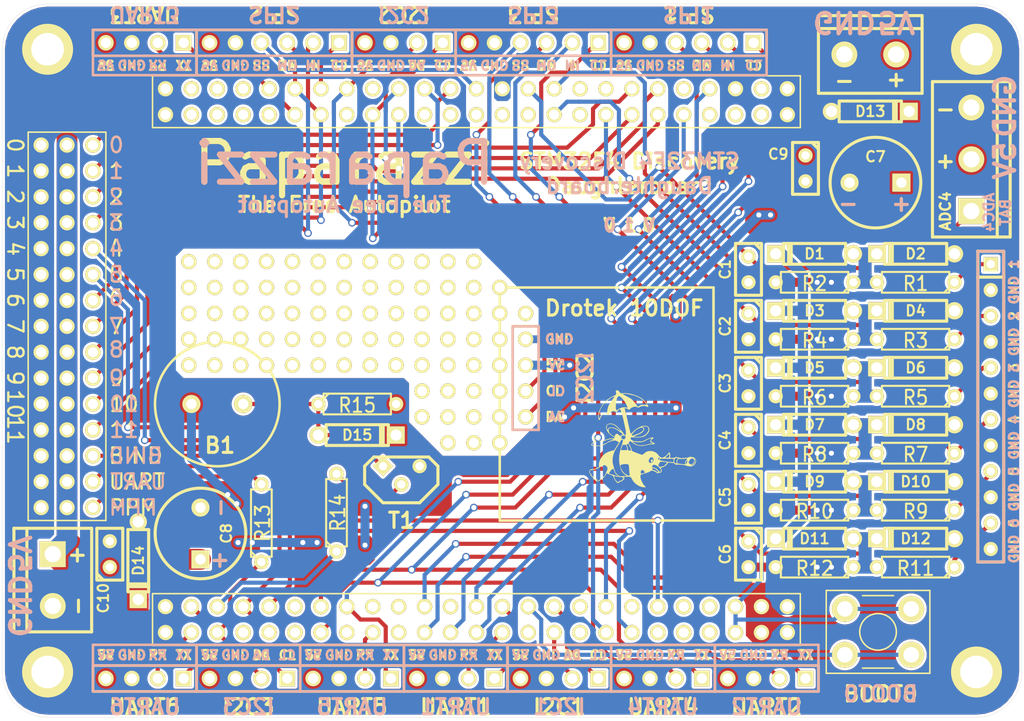
<source format=kicad_pcb>
(kicad_pcb (version 3) (host pcbnew "(2013-07-07 BZR 4022)-stable")
  (title_block (title "STM32F4 Discovery Daughterboard Paparazzi ") (rev V1.0))
  (layers (15 F.Cu signal) (0 B.Cu signal) (20 B.SilkS user) (21 F.SilkS user) (22 B.Mask user) (23 F.Mask user) (28 Edge.Cuts user))
  (net 0 "")
  (net 1 3V)
  (net 2 5V)
  (net 3 ADC1)
  (net 4 ADC2)
  (net 5 ADC3)
  (net 6 ADC4)
  (net 7 ADC5)
  (net 8 ADC6)
  (net 9 BOOT0)
  (net 10 GND)
  (net 11 N-0000079)
  (net 12 N-0000080)
  (net 13 N-0000081)
  (net 14 PA0)
  (net 15 PA1)
  (net 16 PA10)
  (net 17 PA2)
  (net 18 PA3)
  (net 19 PA4)
  (net 20 PA8)
  (net 21 PB1)
  (net 22 PB10)
  (net 23 PB11)
  (net 24 PB13)
  (net 25 PB14)
  (net 26 PB15)
  (net 27 PB3)
  (net 28 PB4)
  (net 29 PB5)
  (net 30 PB6)
  (net 31 PB7)
  (net 32 PB8)
  (net 33 PB9)
  (net 34 PC1)
  (net 35 PC10)
  (net 36 PC11)
  (net 37 PC12)
  (net 38 PC2)
  (net 39 PC4)
  (net 40 PC5)
  (net 41 PC6)
  (net 42 PC7)
  (net 43 PC8)
  (net 44 PC9)
  (net 45 PD2)
  (net 46 PD5)
  (net 47 PD6)
  (net 48 PD8)
  (net 49 PD9)
  (net 50 PE11)
  (net 51 PE13)
  (net 52 PE14)
  (net 53 PE2)
  (net 54 PE3)
  (net 55 PE5)
  (net 56 PE6)
  (net 57 PE7)
  (net 58 PE9)
  (net 59 PWM_VIN)
  (net 60 VDD)
  (module pin_array_25x2 (layer F.Cu) (at 170.434 83.3755)
    (fp_text reference P1 hide)
    (fp_text value CONN_25X2 hide)
    (pad 1 thru_hole circle (at 0 -1.27) (size 1.5 1.5) (drill 1) (layers *.Cu *.Mask F.SilkS) (net 10 GND))
    (pad 2 thru_hole circle (at 0 1.27) (size 1.5 1.5) (drill 1) (layers *.Cu *.Mask F.SilkS) (net 10 GND))
    (pad 3 thru_hole circle (at -2.54 -1.27) (size 1.5 1.5) (drill 1) (layers *.Cu *.Mask F.SilkS) (net 60 VDD))
    (pad 4 thru_hole circle (at -2.54 1.27) (size 1.5 1.5) (drill 1) (layers *.Cu *.Mask F.SilkS) (net 60 VDD))
    (pad 5 thru_hole circle (at -5.08 -1.27) (size 1.5 1.5) (drill 1) (layers *.Cu *.Mask F.SilkS) (net 10 GND))
    (pad 6 thru_hole circle (at -5.08 1.27) (size 1.5 1.5) (drill 1) (layers *.Cu *.Mask F.SilkS))
    (pad 7 thru_hole circle (at -7.62 -1.27) (size 1.5 1.5) (drill 1) (layers *.Cu *.Mask F.SilkS) (net 34 PC1))
    (pad 8 thru_hole circle (at -7.62 1.27) (size 1.5 1.5) (drill 1) (layers *.Cu *.Mask F.SilkS))
    (pad 9 thru_hole circle (at -10.16 -1.27) (size 1.5 1.5) (drill 1) (layers *.Cu *.Mask F.SilkS))
    (pad 10 thru_hole circle (at -10.16 1.27) (size 1.5 1.5) (drill 1) (layers *.Cu *.Mask F.SilkS) (net 38 PC2))
    (pad 11 thru_hole circle (at -12.7 -1.27) (size 1.5 1.5) (drill 1) (layers *.Cu *.Mask F.SilkS) (net 15 PA1))
    (pad 12 thru_hole circle (at -12.7 1.27) (size 1.5 1.5) (drill 1) (layers *.Cu *.Mask F.SilkS) (net 14 PA0))
    (pad 13 thru_hole circle (at -15.24 -1.27) (size 1.5 1.5) (drill 1) (layers *.Cu *.Mask F.SilkS) (net 18 PA3))
    (pad 14 thru_hole circle (at -15.24 1.27) (size 1.5 1.5) (drill 1) (layers *.Cu *.Mask F.SilkS) (net 17 PA2))
    (pad 15 thru_hole circle (at -17.78 -1.27) (size 1.5 1.5) (drill 1) (layers *.Cu *.Mask F.SilkS))
    (pad 16 thru_hole circle (at -17.78 1.27) (size 1.5 1.5) (drill 1) (layers *.Cu *.Mask F.SilkS) (net 19 PA4))
    (pad 17 thru_hole circle (at -20.32 -1.27) (size 1.5 1.5) (drill 1) (layers *.Cu *.Mask F.SilkS))
    (pad 18 thru_hole circle (at -20.32 1.27) (size 1.5 1.5) (drill 1) (layers *.Cu *.Mask F.SilkS))
    (pad 19 thru_hole circle (at -22.86 -1.27) (size 1.5 1.5) (drill 1) (layers *.Cu *.Mask F.SilkS) (net 40 PC5))
    (pad 20 thru_hole circle (at -22.86 1.27) (size 1.5 1.5) (drill 1) (layers *.Cu *.Mask F.SilkS) (net 39 PC4))
    (pad 21 thru_hole circle (at -25.4 -1.27) (size 1.5 1.5) (drill 1) (layers *.Cu *.Mask F.SilkS) (net 21 PB1))
    (pad 22 thru_hole circle (at -25.4 1.27) (size 1.5 1.5) (drill 1) (layers *.Cu *.Mask F.SilkS))
    (pad 23 thru_hole circle (at -27.94 -1.27) (size 1.5 1.5) (drill 1) (layers *.Cu *.Mask F.SilkS) (net 10 GND))
    (pad 24 thru_hole circle (at -27.94 1.27) (size 1.5 1.5) (drill 1) (layers *.Cu *.Mask F.SilkS))
    (pad 25 thru_hole circle (at -30.48 -1.27) (size 1.5 1.5) (drill 1) (layers *.Cu *.Mask F.SilkS) (net 57 PE7))
    (pad 26 thru_hole circle (at -30.48 1.27) (size 1.5 1.5) (drill 1) (layers *.Cu *.Mask F.SilkS))
    (pad 27 thru_hole circle (at -33.02 -1.27) (size 1.5 1.5) (drill 1) (layers *.Cu *.Mask F.SilkS) (net 58 PE9))
    (pad 28 thru_hole circle (at -33.02 1.27) (size 1.5 1.5) (drill 1) (layers *.Cu *.Mask F.SilkS))
    (pad 29 thru_hole circle (at -35.56 -1.27) (size 1.5 1.5) (drill 1) (layers *.Cu *.Mask F.SilkS) (net 50 PE11))
    (pad 30 thru_hole circle (at -35.56 1.27) (size 1.5 1.5) (drill 1) (layers *.Cu *.Mask F.SilkS))
    (pad 31 thru_hole circle (at -38.1 -1.27) (size 1.5 1.5) (drill 1) (layers *.Cu *.Mask F.SilkS) (net 51 PE13))
    (pad 32 thru_hole circle (at -38.1 1.27) (size 1.5 1.5) (drill 1) (layers *.Cu *.Mask F.SilkS) (net 52 PE14))
    (pad 33 thru_hole circle (at -40.64 -1.27) (size 1.5 1.5) (drill 1) (layers *.Cu *.Mask F.SilkS))
    (pad 34 thru_hole circle (at -40.64 1.27) (size 1.5 1.5) (drill 1) (layers *.Cu *.Mask F.SilkS) (net 22 PB10))
    (pad 35 thru_hole circle (at -43.18 -1.27) (size 1.5 1.5) (drill 1) (layers *.Cu *.Mask F.SilkS) (net 23 PB11))
    (pad 36 thru_hole circle (at -43.18 1.27) (size 1.5 1.5) (drill 1) (layers *.Cu *.Mask F.SilkS))
    (pad 37 thru_hole circle (at -45.72 -1.27) (size 1.5 1.5) (drill 1) (layers *.Cu *.Mask F.SilkS) (net 24 PB13))
    (pad 38 thru_hole circle (at -45.72 1.27) (size 1.5 1.5) (drill 1) (layers *.Cu *.Mask F.SilkS) (net 25 PB14))
    (pad 39 thru_hole circle (at -48.26 -1.27) (size 1.5 1.5) (drill 1) (layers *.Cu *.Mask F.SilkS) (net 26 PB15))
    (pad 40 thru_hole circle (at -48.26 1.27) (size 1.5 1.5) (drill 1) (layers *.Cu *.Mask F.SilkS) (net 48 PD8))
    (pad 41 thru_hole circle (at -50.8 -1.27) (size 1.5 1.5) (drill 1) (layers *.Cu *.Mask F.SilkS) (net 49 PD9))
    (pad 42 thru_hole circle (at -50.8 1.27) (size 1.5 1.5) (drill 1) (layers *.Cu *.Mask F.SilkS))
    (pad 43 thru_hole circle (at -53.34 -1.27) (size 1.5 1.5) (drill 1) (layers *.Cu *.Mask F.SilkS))
    (pad 44 thru_hole circle (at -53.34 1.27) (size 1.5 1.5) (drill 1) (layers *.Cu *.Mask F.SilkS))
    (pad 45 thru_hole circle (at -55.88 -1.27) (size 1.5 1.5) (drill 1) (layers *.Cu *.Mask F.SilkS))
    (pad 46 thru_hole circle (at -55.88 1.27) (size 1.5 1.5) (drill 1) (layers *.Cu *.Mask F.SilkS))
    (pad 47 thru_hole circle (at -58.42 -1.27) (size 1.5 1.5) (drill 1) (layers *.Cu *.Mask F.SilkS))
    (pad 48 thru_hole circle (at -58.42 1.27) (size 1.5 1.5) (drill 1) (layers *.Cu *.Mask F.SilkS))
    (pad 49 thru_hole circle (at -60.96 -1.27) (size 1.5 1.5) (drill 1) (layers *.Cu *.Mask F.SilkS) (net 10 GND))
    (pad 50 thru_hole circle (at -60.96 1.27) (size 1.5 1.5) (drill 1) (layers *.Cu *.Mask F.SilkS) (net 10 GND))
  )
  (module buzzer_PS1240P02CT3 (layer F.Cu) (at 114.554 113.03 180)
    (fp_text reference B1 hide)
    (fp_text value BUZZER_12.2X3.5 hide)
    (pad 1 thru_hole circle (at 2.54 0 180) (size 1.778 1.778) (drill 1.016) (layers *.Cu *.Mask F.SilkS) (net 2 5V))
    (pad 2 thru_hole circle (at -2.54 0 180) (size 1.778 1.778) (drill 1.016) (layers *.Cu *.Mask F.SilkS) (net 12 N-0000080))
  )
  (module pin_array_15x3 (layer F.Cu) (at 99.822 87.63 90)
    (fp_text reference PWM/PPM/Spektrum1 hide)
    (fp_text value CONN_15X3 hide)
    (pad 1 thru_hole circle (at 0 -2.54 90) (size 1.5 1.5) (drill 1) (layers *.Cu *.Mask F.SilkS) (net 10 GND))
    (pad 2 thru_hole circle (at 0 0 90) (size 1.5 1.5) (drill 1) (layers *.Cu *.Mask F.SilkS) (net 59 PWM_VIN))
    (pad 3 thru_hole circle (at 0 2.54 90) (size 1.5 1.5) (drill 1) (layers *.Cu *.Mask F.SilkS) (net 58 PE9))
    (pad 4 thru_hole circle (at -2.54 -2.54 90) (size 1.5 1.5) (drill 1) (layers *.Cu *.Mask F.SilkS) (net 10 GND))
    (pad 5 thru_hole circle (at -2.54 0 90) (size 1.5 1.5) (drill 1) (layers *.Cu *.Mask F.SilkS) (net 59 PWM_VIN))
    (pad 6 thru_hole circle (at -2.54 2.54 90) (size 1.5 1.5) (drill 1) (layers *.Cu *.Mask F.SilkS) (net 50 PE11))
    (pad 7 thru_hole circle (at -5.08 -2.54 90) (size 1.5 1.5) (drill 1) (layers *.Cu *.Mask F.SilkS) (net 10 GND))
    (pad 8 thru_hole circle (at -5.08 0 90) (size 1.5 1.5) (drill 1) (layers *.Cu *.Mask F.SilkS) (net 59 PWM_VIN))
    (pad 9 thru_hole circle (at -5.08 2.54 90) (size 1.5 1.5) (drill 1) (layers *.Cu *.Mask F.SilkS) (net 51 PE13))
    (pad 10 thru_hole circle (at -7.62 -2.54 90) (size 1.5 1.5) (drill 1) (layers *.Cu *.Mask F.SilkS) (net 10 GND))
    (pad 11 thru_hole circle (at -7.62 0 90) (size 1.5 1.5) (drill 1) (layers *.Cu *.Mask F.SilkS) (net 59 PWM_VIN))
    (pad 12 thru_hole circle (at -7.62 2.54 90) (size 1.5 1.5) (drill 1) (layers *.Cu *.Mask F.SilkS) (net 52 PE14))
    (pad 13 thru_hole circle (at -10.16 -2.54 90) (size 1.5 1.5) (drill 1) (layers *.Cu *.Mask F.SilkS) (net 10 GND))
    (pad 14 thru_hole circle (at -10.16 0 90) (size 1.5 1.5) (drill 1) (layers *.Cu *.Mask F.SilkS) (net 59 PWM_VIN))
    (pad 15 thru_hole circle (at -10.16 2.54 90) (size 1.5 1.5) (drill 1) (layers *.Cu *.Mask F.SilkS) (net 55 PE5))
    (pad 16 thru_hole circle (at -12.7 -2.54 90) (size 1.5 1.5) (drill 1) (layers *.Cu *.Mask F.SilkS) (net 10 GND))
    (pad 17 thru_hole circle (at -12.7 0 90) (size 1.5 1.5) (drill 1) (layers *.Cu *.Mask F.SilkS) (net 59 PWM_VIN))
    (pad 18 thru_hole circle (at -12.7 2.54 90) (size 1.5 1.5) (drill 1) (layers *.Cu *.Mask F.SilkS) (net 56 PE6))
    (pad 19 thru_hole circle (at -15.24 -2.54 90) (size 1.5 1.5) (drill 1) (layers *.Cu *.Mask F.SilkS) (net 10 GND))
    (pad 20 thru_hole circle (at -15.24 0 90) (size 1.5 1.5) (drill 1) (layers *.Cu *.Mask F.SilkS) (net 59 PWM_VIN))
    (pad 21 thru_hole circle (at -15.24 2.54 90) (size 1.5 1.5) (drill 1) (layers *.Cu *.Mask F.SilkS) (net 18 PA3))
    (pad 22 thru_hole circle (at -17.78 -2.54 90) (size 1.5 1.5) (drill 1) (layers *.Cu *.Mask F.SilkS) (net 10 GND))
    (pad 23 thru_hole circle (at -17.78 0 90) (size 1.5 1.5) (drill 1) (layers *.Cu *.Mask F.SilkS) (net 59 PWM_VIN))
    (pad 24 thru_hole circle (at -17.78 2.54 90) (size 1.5 1.5) (drill 1) (layers *.Cu *.Mask F.SilkS) (net 17 PA2))
    (pad 25 thru_hole circle (at -20.32 -2.54 90) (size 1.5 1.5) (drill 1) (layers *.Cu *.Mask F.SilkS) (net 10 GND))
    (pad 26 thru_hole circle (at -20.32 0 90) (size 1.5 1.5) (drill 1) (layers *.Cu *.Mask F.SilkS) (net 59 PWM_VIN))
    (pad 27 thru_hole circle (at -20.32 2.54 90) (size 1.5 1.5) (drill 1) (layers *.Cu *.Mask F.SilkS) (net 15 PA1))
    (pad 28 thru_hole circle (at -22.86 -2.54 90) (size 1.5 1.5) (drill 1) (layers *.Cu *.Mask F.SilkS) (net 10 GND))
    (pad 29 thru_hole circle (at -22.86 0 90) (size 1.5 1.5) (drill 1) (layers *.Cu *.Mask F.SilkS) (net 59 PWM_VIN))
    (pad 30 thru_hole circle (at -22.86 2.54 90) (size 1.5 1.5) (drill 1) (layers *.Cu *.Mask F.SilkS) (net 14 PA0))
    (pad 31 thru_hole circle (at -25.4 -2.54 90) (size 1.5 1.5) (drill 1) (layers *.Cu *.Mask F.SilkS) (net 10 GND))
    (pad 32 thru_hole circle (at -25.4 0 90) (size 1.5 1.5) (drill 1) (layers *.Cu *.Mask F.SilkS) (net 59 PWM_VIN))
    (pad 33 thru_hole circle (at -25.4 2.54 90) (size 1.5 1.5) (drill 1) (layers *.Cu *.Mask F.SilkS) (net 25 PB14))
    (pad 34 thru_hole circle (at -27.94 -2.54 90) (size 1.5 1.5) (drill 1) (layers *.Cu *.Mask F.SilkS) (net 10 GND))
    (pad 35 thru_hole circle (at -27.94 0 90) (size 1.5 1.5) (drill 1) (layers *.Cu *.Mask F.SilkS) (net 59 PWM_VIN))
    (pad 36 thru_hole circle (at -27.94 2.54 90) (size 1.5 1.5) (drill 1) (layers *.Cu *.Mask F.SilkS) (net 26 PB15))
    (pad 37 thru_hole circle (at -30.48 -2.54 90) (size 1.5 1.5) (drill 1) (layers *.Cu *.Mask F.SilkS) (net 10 GND))
    (pad 38 thru_hole circle (at -30.48 0 90) (size 1.5 1.5) (drill 1) (layers *.Cu *.Mask F.SilkS) (net 59 PWM_VIN))
    (pad 39 thru_hole circle (at -30.48 2.54 90) (size 1.5 1.5) (drill 1) (layers *.Cu *.Mask F.SilkS) (net 16 PA10))
    (pad 40 thru_hole circle (at -33.02 -2.54 90) (size 1.5 1.5) (drill 1) (layers *.Cu *.Mask F.SilkS) (net 10 GND))
    (pad 41 thru_hole circle (at -33.02 0 90) (size 1.5 1.5) (drill 1) (layers *.Cu *.Mask F.SilkS) (net 59 PWM_VIN))
    (pad 42 thru_hole circle (at -33.02 2.54 90) (size 1.5 1.5) (drill 1) (layers *.Cu *.Mask F.SilkS) (net 20 PA8))
    (pad 43 thru_hole circle (at -35.56 -2.54 90) (size 1.5 1.5) (drill 1) (layers *.Cu *.Mask F.SilkS) (net 10 GND))
    (pad 44 thru_hole circle (at -35.56 0 90) (size 1.5 1.5) (drill 1) (layers *.Cu *.Mask F.SilkS) (net 59 PWM_VIN))
    (pad 45 thru_hole circle (at -35.56 2.54 90) (size 1.5 1.5) (drill 1) (layers *.Cu *.Mask F.SilkS) (net 11 N-0000079))
  )
  (module drotek10dof (layer F.Cu) (at 142.24 101.6 90)
    (fp_text reference Drotek10DOF1 hide)
    (fp_text value CONN_5 hide)
    (pad 2 thru_hole circle (at -5.08 2.54 90) (size 1.5 1.5) (drill 1) (layers *.Cu *.Mask F.SilkS) (net 10 GND))
    (pad 1 thru_hole circle (at -2.54 2.54 90) (size 1.5 1.5) (drill 1) (layers *.Cu *.Mask F.SilkS))
    (pad 3 thru_hole circle (at -7.62 2.54 90) (size 1.5 1.5) (drill 1) (layers *.Cu *.Mask F.SilkS) (net 2 5V))
    (pad 4 thru_hole circle (at -10.16 2.54 90) (size 1.5 1.5) (drill 1) (layers *.Cu *.Mask F.SilkS) (net 22 PB10))
    (pad 5 thru_hole circle (at -12.7 2.54 90) (size 1.5 1.5) (drill 1) (layers *.Cu *.Mask F.SilkS) (net 23 PB11))
  )
  (module pin_array_25x2 (layer F.Cu) (at 170.434 134.1755)
    (fp_text reference P2 hide)
    (fp_text value CONN_25X2 hide)
    (pad 1 thru_hole circle (at 0 -1.27) (size 1.5 1.5) (drill 1) (layers *.Cu *.Mask F.SilkS) (net 10 GND))
    (pad 2 thru_hole circle (at 0 1.27) (size 1.5 1.5) (drill 1) (layers *.Cu *.Mask F.SilkS) (net 10 GND))
    (pad 3 thru_hole circle (at -2.54 -1.27) (size 1.5 1.5) (drill 1) (layers *.Cu *.Mask F.SilkS) (net 2 5V))
    (pad 4 thru_hole circle (at -2.54 1.27) (size 1.5 1.5) (drill 1) (layers *.Cu *.Mask F.SilkS) (net 2 5V))
    (pad 5 thru_hole circle (at -5.08 -1.27) (size 1.5 1.5) (drill 1) (layers *.Cu *.Mask F.SilkS) (net 1 3V))
    (pad 6 thru_hole circle (at -5.08 1.27) (size 1.5 1.5) (drill 1) (layers *.Cu *.Mask F.SilkS) (net 1 3V))
    (pad 7 thru_hole circle (at -7.62 -1.27) (size 1.5 1.5) (drill 1) (layers *.Cu *.Mask F.SilkS))
    (pad 8 thru_hole circle (at -7.62 1.27) (size 1.5 1.5) (drill 1) (layers *.Cu *.Mask F.SilkS))
    (pad 9 thru_hole circle (at -10.16 -1.27) (size 1.5 1.5) (drill 1) (layers *.Cu *.Mask F.SilkS))
    (pad 10 thru_hole circle (at -10.16 1.27) (size 1.5 1.5) (drill 1) (layers *.Cu *.Mask F.SilkS))
    (pad 11 thru_hole circle (at -12.7 -1.27) (size 1.5 1.5) (drill 1) (layers *.Cu *.Mask F.SilkS) (net 56 PE6))
    (pad 12 thru_hole circle (at -12.7 1.27) (size 1.5 1.5) (drill 1) (layers *.Cu *.Mask F.SilkS))
    (pad 13 thru_hole circle (at -15.24 -1.27) (size 1.5 1.5) (drill 1) (layers *.Cu *.Mask F.SilkS))
    (pad 14 thru_hole circle (at -15.24 1.27) (size 1.5 1.5) (drill 1) (layers *.Cu *.Mask F.SilkS) (net 55 PE5))
    (pad 15 thru_hole circle (at -17.78 -1.27) (size 1.5 1.5) (drill 1) (layers *.Cu *.Mask F.SilkS) (net 53 PE2))
    (pad 16 thru_hole circle (at -17.78 1.27) (size 1.5 1.5) (drill 1) (layers *.Cu *.Mask F.SilkS) (net 54 PE3))
    (pad 17 thru_hole circle (at -20.32 -1.27) (size 1.5 1.5) (drill 1) (layers *.Cu *.Mask F.SilkS))
    (pad 18 thru_hole circle (at -20.32 1.27) (size 1.5 1.5) (drill 1) (layers *.Cu *.Mask F.SilkS))
    (pad 19 thru_hole circle (at -22.86 -1.27) (size 1.5 1.5) (drill 1) (layers *.Cu *.Mask F.SilkS) (net 32 PB8))
    (pad 20 thru_hole circle (at -22.86 1.27) (size 1.5 1.5) (drill 1) (layers *.Cu *.Mask F.SilkS) (net 33 PB9))
    (pad 21 thru_hole circle (at -25.4 -1.27) (size 1.5 1.5) (drill 1) (layers *.Cu *.Mask F.SilkS) (net 9 BOOT0))
    (pad 22 thru_hole circle (at -25.4 1.27) (size 1.5 1.5) (drill 1) (layers *.Cu *.Mask F.SilkS) (net 60 VDD))
    (pad 23 thru_hole circle (at -27.94 -1.27) (size 1.5 1.5) (drill 1) (layers *.Cu *.Mask F.SilkS) (net 30 PB6))
    (pad 24 thru_hole circle (at -27.94 1.27) (size 1.5 1.5) (drill 1) (layers *.Cu *.Mask F.SilkS) (net 31 PB7))
    (pad 25 thru_hole circle (at -30.48 -1.27) (size 1.5 1.5) (drill 1) (layers *.Cu *.Mask F.SilkS) (net 28 PB4))
    (pad 26 thru_hole circle (at -30.48 1.27) (size 1.5 1.5) (drill 1) (layers *.Cu *.Mask F.SilkS) (net 29 PB5))
    (pad 27 thru_hole circle (at -33.02 -1.27) (size 1.5 1.5) (drill 1) (layers *.Cu *.Mask F.SilkS))
    (pad 28 thru_hole circle (at -33.02 1.27) (size 1.5 1.5) (drill 1) (layers *.Cu *.Mask F.SilkS) (net 27 PB3))
    (pad 29 thru_hole circle (at -35.56 -1.27) (size 1.5 1.5) (drill 1) (layers *.Cu *.Mask F.SilkS) (net 46 PD5))
    (pad 30 thru_hole circle (at -35.56 1.27) (size 1.5 1.5) (drill 1) (layers *.Cu *.Mask F.SilkS) (net 47 PD6))
    (pad 31 thru_hole circle (at -38.1 -1.27) (size 1.5 1.5) (drill 1) (layers *.Cu *.Mask F.SilkS))
    (pad 32 thru_hole circle (at -38.1 1.27) (size 1.5 1.5) (drill 1) (layers *.Cu *.Mask F.SilkS))
    (pad 33 thru_hole circle (at -40.64 -1.27) (size 1.5 1.5) (drill 1) (layers *.Cu *.Mask F.SilkS))
    (pad 34 thru_hole circle (at -40.64 1.27) (size 1.5 1.5) (drill 1) (layers *.Cu *.Mask F.SilkS) (net 45 PD2))
    (pad 35 thru_hole circle (at -43.18 -1.27) (size 1.5 1.5) (drill 1) (layers *.Cu *.Mask F.SilkS) (net 37 PC12))
    (pad 36 thru_hole circle (at -43.18 1.27) (size 1.5 1.5) (drill 1) (layers *.Cu *.Mask F.SilkS))
    (pad 37 thru_hole circle (at -45.72 -1.27) (size 1.5 1.5) (drill 1) (layers *.Cu *.Mask F.SilkS) (net 35 PC10))
    (pad 38 thru_hole circle (at -45.72 1.27) (size 1.5 1.5) (drill 1) (layers *.Cu *.Mask F.SilkS) (net 36 PC11))
    (pad 39 thru_hole circle (at -48.26 -1.27) (size 1.5 1.5) (drill 1) (layers *.Cu *.Mask F.SilkS))
    (pad 40 thru_hole circle (at -48.26 1.27) (size 1.5 1.5) (drill 1) (layers *.Cu *.Mask F.SilkS))
    (pad 41 thru_hole circle (at -50.8 -1.27) (size 1.5 1.5) (drill 1) (layers *.Cu *.Mask F.SilkS) (net 16 PA10))
    (pad 42 thru_hole circle (at -50.8 1.27) (size 1.5 1.5) (drill 1) (layers *.Cu *.Mask F.SilkS))
    (pad 43 thru_hole circle (at -53.34 -1.27) (size 1.5 1.5) (drill 1) (layers *.Cu *.Mask F.SilkS) (net 20 PA8))
    (pad 44 thru_hole circle (at -53.34 1.27) (size 1.5 1.5) (drill 1) (layers *.Cu *.Mask F.SilkS))
    (pad 45 thru_hole circle (at -55.88 -1.27) (size 1.5 1.5) (drill 1) (layers *.Cu *.Mask F.SilkS) (net 43 PC8))
    (pad 46 thru_hole circle (at -55.88 1.27) (size 1.5 1.5) (drill 1) (layers *.Cu *.Mask F.SilkS) (net 44 PC9))
    (pad 47 thru_hole circle (at -58.42 -1.27) (size 1.5 1.5) (drill 1) (layers *.Cu *.Mask F.SilkS) (net 41 PC6))
    (pad 48 thru_hole circle (at -58.42 1.27) (size 1.5 1.5) (drill 1) (layers *.Cu *.Mask F.SilkS) (net 42 PC7))
    (pad 49 thru_hole circle (at -60.96 -1.27) (size 1.5 1.5) (drill 1) (layers *.Cu *.Mask F.SilkS) (net 10 GND))
    (pad 50 thru_hole circle (at -60.96 1.27) (size 1.5 1.5) (drill 1) (layers *.Cu *.Mask F.SilkS) (net 10 GND))
  )
  (module SIL-12 (layer F.Cu) (at 190.373 113.284 270)
    (fp_text reference ADC1 hide)
    (fp_text value CONN_12 hide)
    (pad 1 thru_hole rect (at -13.97 0 270) (size 1.397 1.397) (drill 0.8128) (layers *.Cu *.Mask F.SilkS) (net 3 ADC1))
    (pad 2 thru_hole circle (at -11.43 0 270) (size 1.397 1.397) (drill 0.8128) (layers *.Cu *.Mask F.SilkS) (net 10 GND))
    (pad 3 thru_hole circle (at -8.89 0 270) (size 1.397 1.397) (drill 0.8128) (layers *.Cu *.Mask F.SilkS) (net 4 ADC2))
    (pad 4 thru_hole circle (at -6.35 0 270) (size 1.397 1.397) (drill 0.8128) (layers *.Cu *.Mask F.SilkS) (net 10 GND))
    (pad 5 thru_hole circle (at -3.81 0 270) (size 1.397 1.397) (drill 0.8128) (layers *.Cu *.Mask F.SilkS) (net 5 ADC3))
    (pad 6 thru_hole circle (at -1.27 0 270) (size 1.397 1.397) (drill 0.8128) (layers *.Cu *.Mask F.SilkS) (net 10 GND))
    (pad 7 thru_hole circle (at 1.27 0 270) (size 1.397 1.397) (drill 0.8128) (layers *.Cu *.Mask F.SilkS) (net 6 ADC4))
    (pad 8 thru_hole circle (at 3.81 0 270) (size 1.397 1.397) (drill 0.8128) (layers *.Cu *.Mask F.SilkS) (net 10 GND))
    (pad 9 thru_hole circle (at 6.35 0 270) (size 1.397 1.397) (drill 0.8128) (layers *.Cu *.Mask F.SilkS) (net 7 ADC5))
    (pad 10 thru_hole circle (at 8.89 0 270) (size 1.397 1.397) (drill 0.8128) (layers *.Cu *.Mask F.SilkS) (net 10 GND))
    (pad 11 thru_hole circle (at 11.43 0 270) (size 1.397 1.397) (drill 0.8128) (layers *.Cu *.Mask F.SilkS) (net 8 ADC6))
    (pad 12 thru_hole circle (at 13.97 0 270) (size 1.397 1.397) (drill 0.8128) (layers *.Cu *.Mask F.SilkS) (net 10 GND))
  )
  (module PIN_ARRAY_4x1 (layer F.Cu) (at 117.602 139.954 180)
    (fp_text reference I2C3 hide)
    (fp_text value CONN_4 hide)
    (pad 1 thru_hole rect (at -3.81 0 180) (size 1.524 1.524) (drill 1.016) (layers *.Cu *.Mask F.SilkS) (net 20 PA8))
    (pad 2 thru_hole circle (at -1.27 0 180) (size 1.524 1.524) (drill 1.016) (layers *.Cu *.Mask F.SilkS) (net 44 PC9))
    (pad 3 thru_hole circle (at 1.27 0 180) (size 1.524 1.524) (drill 1.016) (layers *.Cu *.Mask F.SilkS) (net 10 GND))
    (pad 4 thru_hole circle (at 3.81 0 180) (size 1.524 1.524) (drill 1.016) (layers *.Cu *.Mask F.SilkS) (net 2 5V))
  )
  (module PIN_ARRAY_4x1 (layer F.Cu) (at 132.842 77.597 180)
    (fp_text reference I2C2 hide)
    (fp_text value CONN_4 hide)
    (pad 1 thru_hole rect (at -3.81 0 180) (size 1.524 1.524) (drill 1.016) (layers *.Cu *.Mask F.SilkS) (net 22 PB10))
    (pad 2 thru_hole circle (at -1.27 0 180) (size 1.524 1.524) (drill 1.016) (layers *.Cu *.Mask F.SilkS) (net 23 PB11))
    (pad 3 thru_hole circle (at 1.27 0 180) (size 1.524 1.524) (drill 1.016) (layers *.Cu *.Mask F.SilkS) (net 10 GND))
    (pad 4 thru_hole circle (at 3.81 0 180) (size 1.524 1.524) (drill 1.016) (layers *.Cu *.Mask F.SilkS) (net 2 5V))
  )
  (module PIN_ARRAY_4x1 (layer F.Cu) (at 148.082 139.954 180)
    (fp_text reference I2C1 hide)
    (fp_text value CONN_4 hide)
    (pad 1 thru_hole rect (at -3.81 0 180) (size 1.524 1.524) (drill 1.016) (layers *.Cu *.Mask F.SilkS) (net 32 PB8))
    (pad 2 thru_hole circle (at -1.27 0 180) (size 1.524 1.524) (drill 1.016) (layers *.Cu *.Mask F.SilkS) (net 33 PB9))
    (pad 3 thru_hole circle (at 1.27 0 180) (size 1.524 1.524) (drill 1.016) (layers *.Cu *.Mask F.SilkS) (net 10 GND))
    (pad 4 thru_hole circle (at 3.81 0 180) (size 1.524 1.524) (drill 1.016) (layers *.Cu *.Mask F.SilkS) (net 2 5V))
  )
  (module PIN_ARRAY_4x1 (layer F.Cu) (at 107.442 139.954 180)
    (fp_text reference UART6 hide)
    (fp_text value CONN_4 hide)
    (pad 1 thru_hole rect (at -3.81 0 180) (size 1.524 1.524) (drill 1.016) (layers *.Cu *.Mask F.SilkS) (net 41 PC6))
    (pad 2 thru_hole circle (at -1.27 0 180) (size 1.524 1.524) (drill 1.016) (layers *.Cu *.Mask F.SilkS) (net 42 PC7))
    (pad 3 thru_hole circle (at 1.27 0 180) (size 1.524 1.524) (drill 1.016) (layers *.Cu *.Mask F.SilkS) (net 10 GND))
    (pad 4 thru_hole circle (at 3.81 0 180) (size 1.524 1.524) (drill 1.016) (layers *.Cu *.Mask F.SilkS) (net 2 5V))
  )
  (module PIN_ARRAY_4x1 (layer F.Cu) (at 127.762 139.954 180)
    (fp_text reference UART5 hide)
    (fp_text value CONN_4 hide)
    (pad 1 thru_hole rect (at -3.81 0 180) (size 1.524 1.524) (drill 1.016) (layers *.Cu *.Mask F.SilkS) (net 37 PC12))
    (pad 2 thru_hole circle (at -1.27 0 180) (size 1.524 1.524) (drill 1.016) (layers *.Cu *.Mask F.SilkS) (net 45 PD2))
    (pad 3 thru_hole circle (at 1.27 0 180) (size 1.524 1.524) (drill 1.016) (layers *.Cu *.Mask F.SilkS) (net 10 GND))
    (pad 4 thru_hole circle (at 3.81 0 180) (size 1.524 1.524) (drill 1.016) (layers *.Cu *.Mask F.SilkS) (net 2 5V))
  )
  (module PIN_ARRAY_4x1 (layer F.Cu) (at 158.242 139.954 180)
    (fp_text reference UART4 hide)
    (fp_text value CONN_4 hide)
    (pad 1 thru_hole rect (at -3.81 0 180) (size 1.524 1.524) (drill 1.016) (layers *.Cu *.Mask F.SilkS) (net 35 PC10))
    (pad 2 thru_hole circle (at -1.27 0 180) (size 1.524 1.524) (drill 1.016) (layers *.Cu *.Mask F.SilkS) (net 36 PC11))
    (pad 3 thru_hole circle (at 1.27 0 180) (size 1.524 1.524) (drill 1.016) (layers *.Cu *.Mask F.SilkS) (net 10 GND))
    (pad 4 thru_hole circle (at 3.81 0 180) (size 1.524 1.524) (drill 1.016) (layers *.Cu *.Mask F.SilkS) (net 2 5V))
  )
  (module PIN_ARRAY_4x1 (layer F.Cu) (at 107.442 77.597 180)
    (fp_text reference UART3 hide)
    (fp_text value CONN_4 hide)
    (pad 1 thru_hole rect (at -3.81 0 180) (size 1.524 1.524) (drill 1.016) (layers *.Cu *.Mask F.SilkS) (net 48 PD8))
    (pad 2 thru_hole circle (at -1.27 0 180) (size 1.524 1.524) (drill 1.016) (layers *.Cu *.Mask F.SilkS) (net 49 PD9))
    (pad 3 thru_hole circle (at 1.27 0 180) (size 1.524 1.524) (drill 1.016) (layers *.Cu *.Mask F.SilkS) (net 10 GND))
    (pad 4 thru_hole circle (at 3.81 0 180) (size 1.524 1.524) (drill 1.016) (layers *.Cu *.Mask F.SilkS) (net 2 5V))
  )
  (module PIN_ARRAY_4x1 (layer F.Cu) (at 168.402 139.954 180)
    (fp_text reference UART2 hide)
    (fp_text value CONN_4 hide)
    (pad 1 thru_hole rect (at -3.81 0 180) (size 1.524 1.524) (drill 1.016) (layers *.Cu *.Mask F.SilkS) (net 46 PD5))
    (pad 2 thru_hole circle (at -1.27 0 180) (size 1.524 1.524) (drill 1.016) (layers *.Cu *.Mask F.SilkS) (net 47 PD6))
    (pad 3 thru_hole circle (at 1.27 0 180) (size 1.524 1.524) (drill 1.016) (layers *.Cu *.Mask F.SilkS) (net 10 GND))
    (pad 4 thru_hole circle (at 3.81 0 180) (size 1.524 1.524) (drill 1.016) (layers *.Cu *.Mask F.SilkS) (net 2 5V))
  )
  (module PIN_ARRAY_4x1 (layer F.Cu) (at 137.922 139.954 180)
    (fp_text reference UART1 hide)
    (fp_text value CONN_4 hide)
    (pad 1 thru_hole rect (at -3.81 0 180) (size 1.524 1.524) (drill 1.016) (layers *.Cu *.Mask F.SilkS) (net 30 PB6))
    (pad 2 thru_hole circle (at -1.27 0 180) (size 1.524 1.524) (drill 1.016) (layers *.Cu *.Mask F.SilkS) (net 31 PB7))
    (pad 3 thru_hole circle (at 1.27 0 180) (size 1.524 1.524) (drill 1.016) (layers *.Cu *.Mask F.SilkS) (net 10 GND))
    (pad 4 thru_hole circle (at 3.81 0 180) (size 1.524 1.524) (drill 1.016) (layers *.Cu *.Mask F.SilkS) (net 2 5V))
  )
  (module PIN_ARRAY-6X1 (layer F.Cu) (at 145.542 77.597 180)
    (fp_text reference SPI3 hide)
    (fp_text value CONN_6 hide)
    (pad 1 thru_hole rect (at -6.35 0 180) (size 1.524 1.524) (drill 1.016) (layers *.Cu *.Mask F.SilkS) (net 35 PC10))
    (pad 2 thru_hole circle (at -3.81 0 180) (size 1.524 1.524) (drill 1.016) (layers *.Cu *.Mask F.SilkS) (net 36 PC11))
    (pad 3 thru_hole circle (at -1.27 0 180) (size 1.524 1.524) (drill 1.016) (layers *.Cu *.Mask F.SilkS) (net 37 PC12))
    (pad 4 thru_hole circle (at 1.27 0 180) (size 1.524 1.524) (drill 1.016) (layers *.Cu *.Mask F.SilkS) (net 54 PE3))
    (pad 5 thru_hole circle (at 3.81 0 180) (size 1.524 1.524) (drill 1.016) (layers *.Cu *.Mask F.SilkS) (net 10 GND))
    (pad 6 thru_hole circle (at 6.35 0 180) (size 1.524 1.524) (drill 1.016) (layers *.Cu *.Mask F.SilkS) (net 2 5V))
  )
  (module PIN_ARRAY-6X1 (layer F.Cu) (at 160.782 77.597 180)
    (fp_text reference SPI1 hide)
    (fp_text value CONN_6 hide)
    (pad 1 thru_hole rect (at -6.35 0 180) (size 1.524 1.524) (drill 1.016) (layers *.Cu *.Mask F.SilkS) (net 27 PB3))
    (pad 2 thru_hole circle (at -3.81 0 180) (size 1.524 1.524) (drill 1.016) (layers *.Cu *.Mask F.SilkS) (net 28 PB4))
    (pad 3 thru_hole circle (at -1.27 0 180) (size 1.524 1.524) (drill 1.016) (layers *.Cu *.Mask F.SilkS) (net 29 PB5))
    (pad 4 thru_hole circle (at 1.27 0 180) (size 1.524 1.524) (drill 1.016) (layers *.Cu *.Mask F.SilkS) (net 53 PE2))
    (pad 5 thru_hole circle (at 3.81 0 180) (size 1.524 1.524) (drill 1.016) (layers *.Cu *.Mask F.SilkS) (net 10 GND))
    (pad 6 thru_hole circle (at 6.35 0 180) (size 1.524 1.524) (drill 1.016) (layers *.Cu *.Mask F.SilkS) (net 2 5V))
  )
  (module PIN_ARRAY-6X1 (layer F.Cu) (at 120.142 77.597 180)
    (fp_text reference SPI2 hide)
    (fp_text value CONN_6 hide)
    (pad 1 thru_hole rect (at -6.35 0 180) (size 1.524 1.524) (drill 1.016) (layers *.Cu *.Mask F.SilkS) (net 24 PB13))
    (pad 2 thru_hole circle (at -3.81 0 180) (size 1.524 1.524) (drill 1.016) (layers *.Cu *.Mask F.SilkS) (net 25 PB14))
    (pad 3 thru_hole circle (at -1.27 0 180) (size 1.524 1.524) (drill 1.016) (layers *.Cu *.Mask F.SilkS) (net 26 PB15))
    (pad 4 thru_hole circle (at 1.27 0 180) (size 1.524 1.524) (drill 1.016) (layers *.Cu *.Mask F.SilkS) (net 57 PE7))
    (pad 5 thru_hole circle (at 3.81 0 180) (size 1.524 1.524) (drill 1.016) (layers *.Cu *.Mask F.SilkS) (net 10 GND))
    (pad 6 thru_hole circle (at 6.35 0 180) (size 1.524 1.524) (drill 1.016) (layers *.Cu *.Mask F.SilkS) (net 2 5V))
  )
  (module bornier2 (layer F.Cu) (at 98.425 130.302 270)
    (fp_text reference screw3 hide)
    (fp_text value CONN_2 hide)
    (pad 1 thru_hole rect (at -2.54 0 270) (size 2.54 2.54) (drill 1.6) (layers *.Cu *.Mask F.SilkS) (net 59 PWM_VIN))
    (pad 2 thru_hole circle (at 2.54 0 270) (size 2.54 2.54) (drill 1.6) (layers *.Cu *.Mask F.SilkS) (net 10 GND))
  )
  (module C1 (layer F.Cu) (at 166.624 116.586 270)
    (fp_text reference C4 (at 0 2.286 270) (layer F.SilkS) (effects (font (size 1.016 1.016) (thickness 0.2032))))
    (fp_text value 100n hide)
    (pad 1 thru_hole circle (at -1.27 0 270) (size 1.397 1.397) (drill 0.8128) (layers *.Cu *.Mask F.SilkS) (net 19 PA4))
    (pad 2 thru_hole circle (at 1.27 0 270) (size 1.397 1.397) (drill 0.8128) (layers *.Cu *.Mask F.SilkS) (net 10 GND))
  )
  (module mounting_hole_3,2mm (layer F.Cu) (at 97.917 139.319)
    (fp_text reference 3,2mm1 hide)
    (fp_text value MOUNTING_HOLE hide)
    (pad 1 thru_hole circle (at 0 0) (size 5 5) (drill 3.2) (layers *.Cu *.Mask F.SilkS) (net 10 GND))
  )
  (module mounting_hole_3,2mm (layer F.Cu) (at 97.282 78.232)
    (fp_text reference 3,2mm3 hide)
    (fp_text value MOUNTING_HOLE hide)
    (pad 1 thru_hole circle (at 0.635 0) (size 5 5) (drill 3.2) (layers *.Cu *.Mask F.SilkS) (net 10 GND))
  )
  (module mounting_hole_3,2mm (layer F.Cu) (at 188.976 78.232)
    (fp_text reference 3,2mm2 hide)
    (fp_text value MOUNTING_HOLE hide)
    (pad 1 thru_hole circle (at 0 0) (size 5 5) (drill 3.2) (layers *.Cu *.Mask F.SilkS) (net 10 GND))
  )
  (module mounting_hole_3,2mm (layer F.Cu) (at 188.976 139.319)
    (fp_text reference 3,2mm4 hide)
    (fp_text value MOUNTING_HOLE hide)
    (pad 1 thru_hole circle (at 0 0) (size 5 5) (drill 3.2) (layers *.Cu *.Mask F.SilkS) (net 10 GND))
  )
  (module pushbutton_tactile (layer F.Cu) (at 179.324 135.382)
    (fp_text reference BOOT0 hide)
    (fp_text value SW_PUSH hide)
    (pad 1 thru_hole circle (at 3.25 -2.25) (size 2.54 2.54) (drill 1.524) (layers *.Cu *.Mask F.SilkS) (net 1 3V))
    (pad 1 thru_hole circle (at -3.25 -2.25) (size 2.54 2.54) (drill 1.524) (layers *.Cu *.Mask F.SilkS) (net 1 3V))
    (pad 2 thru_hole circle (at -3.25 2.25) (size 2.54 2.54) (drill 1.524) (layers *.Cu *.Mask F.SilkS) (net 9 BOOT0))
    (pad 2 thru_hole circle (at 3.25 2.25) (size 2.54 2.54) (drill 1.524) (layers *.Cu *.Mask F.SilkS) (net 9 BOOT0))
  )
  (module bornier3 (layer F.Cu) (at 188.468 89.027 90)
    (fp_text reference screw1 hide)
    (fp_text value CONN_3 hide)
    (pad 1 thru_hole rect (at -5.08 0 90) (size 2.54 2.54) (drill 1.6) (layers *.Cu *.Mask F.SilkS) (net 6 ADC4))
    (pad 2 thru_hole circle (at 0 0 90) (size 2.54 2.54) (drill 1.6) (layers *.Cu *.Mask F.SilkS) (net 2 5V))
    (pad 3 thru_hole circle (at 5.08 0 90) (size 2.54 2.54) (drill 1.6) (layers *.Cu *.Mask F.SilkS) (net 10 GND))
  )
  (module C1 (layer F.Cu) (at 166.624 122.174 270)
    (fp_text reference C5 (at 0 2.286 270) (layer F.SilkS) (effects (font (size 1.016 1.016) (thickness 0.2032))))
    (fp_text value 100n hide)
    (pad 1 thru_hole circle (at -1.27 0 270) (size 1.397 1.397) (drill 0.8128) (layers *.Cu *.Mask F.SilkS) (net 34 PC1))
    (pad 2 thru_hole circle (at 1.27 0 270) (size 1.397 1.397) (drill 0.8128) (layers *.Cu *.Mask F.SilkS) (net 10 GND))
  )
  (module C1 (layer F.Cu) (at 166.624 127.762 270)
    (fp_text reference C6 (at 0 2.286 270) (layer F.SilkS) (effects (font (size 1.016 1.016) (thickness 0.2032))))
    (fp_text value 100n hide)
    (pad 1 thru_hole circle (at -1.27 0 270) (size 1.397 1.397) (drill 0.8128) (layers *.Cu *.Mask F.SilkS) (net 38 PC2))
    (pad 2 thru_hole circle (at 1.27 0 270) (size 1.397 1.397) (drill 0.8128) (layers *.Cu *.Mask F.SilkS) (net 10 GND))
  )
  (module C1 (layer F.Cu) (at 172.212 89.916 270)
    (fp_text reference C9 (at -1.397 2.667 360) (layer F.SilkS) (effects (font (size 1.016 1.016) (thickness 0.2032))))
    (fp_text value 100n hide)
    (pad 1 thru_hole circle (at -1.27 0 270) (size 1.397 1.397) (drill 0.8128) (layers *.Cu *.Mask F.SilkS) (net 2 5V))
    (pad 2 thru_hole circle (at 1.27 0 270) (size 1.397 1.397) (drill 0.8128) (layers *.Cu *.Mask F.SilkS) (net 10 GND))
  )
  (module R3 (layer F.Cu) (at 118.872 124.714 90)
    (fp_text reference R13 (at 0 0.127 90) (layer F.SilkS) (effects (font (size 1.397 1.27) (thickness 0.2032))))
    (fp_text value 220 hide)
    (pad 1 thru_hole circle (at -3.81 0 90) (size 1.397 1.397) (drill 0.8128) (layers *.Cu *.Mask F.SilkS) (net 44 PC9))
    (pad 2 thru_hole circle (at 3.81 0 90) (size 1.397 1.397) (drill 0.8128) (layers *.Cu *.Mask F.SilkS) (net 11 N-0000079))
  )
  (module R3 (layer F.Cu) (at 183.007 112.268 180)
    (fp_text reference R5 (at 0 -0.127 180) (layer F.SilkS) (effects (font (size 1.397 1.27) (thickness 0.2032))))
    (fp_text value 22k hide)
    (pad 1 thru_hole circle (at -3.81 0 180) (size 1.397 1.397) (drill 0.8128) (layers *.Cu *.Mask F.SilkS) (net 5 ADC3))
    (pad 2 thru_hole circle (at 3.81 0 180) (size 1.397 1.397) (drill 0.8128) (layers *.Cu *.Mask F.SilkS) (net 39 PC4))
  )
  (module R3 (layer F.Cu) (at 173.101 112.268 180)
    (fp_text reference R6 (at 0 -0.127 180) (layer F.SilkS) (effects (font (size 1.397 1.27) (thickness 0.2032))))
    (fp_text value 2k2 hide)
    (pad 1 thru_hole circle (at -3.81 0 180) (size 1.397 1.397) (drill 0.8128) (layers *.Cu *.Mask F.SilkS) (net 39 PC4))
    (pad 2 thru_hole circle (at 3.81 0 180) (size 1.397 1.397) (drill 0.8128) (layers *.Cu *.Mask F.SilkS) (net 10 GND))
  )
  (module R3 (layer F.Cu) (at 183.007 117.856 180)
    (fp_text reference R7 (at 0 -0.127 180) (layer F.SilkS) (effects (font (size 1.397 1.27) (thickness 0.2032))))
    (fp_text value 22k hide)
    (pad 1 thru_hole circle (at -3.81 0 180) (size 1.397 1.397) (drill 0.8128) (layers *.Cu *.Mask F.SilkS) (net 6 ADC4))
    (pad 2 thru_hole circle (at 3.81 0 180) (size 1.397 1.397) (drill 0.8128) (layers *.Cu *.Mask F.SilkS) (net 19 PA4))
  )
  (module R3 (layer F.Cu) (at 173.101 106.68 180)
    (fp_text reference R4 (at 0 -0.127 180) (layer F.SilkS) (effects (font (size 1.397 1.27) (thickness 0.2032))))
    (fp_text value 2k2 hide)
    (pad 1 thru_hole circle (at -3.81 0 180) (size 1.397 1.397) (drill 0.8128) (layers *.Cu *.Mask F.SilkS) (net 40 PC5))
    (pad 2 thru_hole circle (at 3.81 0 180) (size 1.397 1.397) (drill 0.8128) (layers *.Cu *.Mask F.SilkS) (net 10 GND))
  )
  (module R3 (layer F.Cu) (at 183.007 106.68 180)
    (fp_text reference R3 (at 0 -0.127 180) (layer F.SilkS) (effects (font (size 1.397 1.27) (thickness 0.2032))))
    (fp_text value 22k hide)
    (pad 1 thru_hole circle (at -3.81 0 180) (size 1.397 1.397) (drill 0.8128) (layers *.Cu *.Mask F.SilkS) (net 4 ADC2))
    (pad 2 thru_hole circle (at 3.81 0 180) (size 1.397 1.397) (drill 0.8128) (layers *.Cu *.Mask F.SilkS) (net 40 PC5))
  )
  (module R3 (layer F.Cu) (at 173.101 117.856 180)
    (fp_text reference R8 (at 0 -0.127 180) (layer F.SilkS) (effects (font (size 1.397 1.27) (thickness 0.2032))))
    (fp_text value 2k2 hide)
    (pad 1 thru_hole circle (at -3.81 0 180) (size 1.397 1.397) (drill 0.8128) (layers *.Cu *.Mask F.SilkS) (net 19 PA4))
    (pad 2 thru_hole circle (at 3.81 0 180) (size 1.397 1.397) (drill 0.8128) (layers *.Cu *.Mask F.SilkS) (net 10 GND))
  )
  (module R3 (layer F.Cu) (at 173.101 123.444 180)
    (fp_text reference R10 (at 0 -0.127 180) (layer F.SilkS) (effects (font (size 1.397 1.27) (thickness 0.2032))))
    (fp_text value 2k2 hide)
    (pad 1 thru_hole circle (at -3.81 0 180) (size 1.397 1.397) (drill 0.8128) (layers *.Cu *.Mask F.SilkS) (net 34 PC1))
    (pad 2 thru_hole circle (at 3.81 0 180) (size 1.397 1.397) (drill 0.8128) (layers *.Cu *.Mask F.SilkS) (net 10 GND))
  )
  (module R3 (layer F.Cu) (at 173.101 101.092 180)
    (fp_text reference R2 (at 0 -0.127 180) (layer F.SilkS) (effects (font (size 1.397 1.27) (thickness 0.2032))))
    (fp_text value 2k2 hide)
    (pad 1 thru_hole circle (at -3.81 0 180) (size 1.397 1.397) (drill 0.8128) (layers *.Cu *.Mask F.SilkS) (net 21 PB1))
    (pad 2 thru_hole circle (at 3.81 0 180) (size 1.397 1.397) (drill 0.8128) (layers *.Cu *.Mask F.SilkS) (net 10 GND))
  )
  (module R3 (layer F.Cu) (at 183.007 101.092 180)
    (fp_text reference R1 (at 0 -0.127 180) (layer F.SilkS) (effects (font (size 1.397 1.27) (thickness 0.2032))))
    (fp_text value 22k hide)
    (pad 1 thru_hole circle (at -3.81 0 180) (size 1.397 1.397) (drill 0.8128) (layers *.Cu *.Mask F.SilkS) (net 3 ADC1))
    (pad 2 thru_hole circle (at 3.81 0 180) (size 1.397 1.397) (drill 0.8128) (layers *.Cu *.Mask F.SilkS) (net 21 PB1))
  )
  (module R3 (layer F.Cu) (at 183.007 129.032 180)
    (fp_text reference R11 (at 0 -0.127 180) (layer F.SilkS) (effects (font (size 1.397 1.27) (thickness 0.2032))))
    (fp_text value 22k hide)
    (pad 1 thru_hole circle (at -3.81 0 180) (size 1.397 1.397) (drill 0.8128) (layers *.Cu *.Mask F.SilkS) (net 8 ADC6))
    (pad 2 thru_hole circle (at 3.81 0 180) (size 1.397 1.397) (drill 0.8128) (layers *.Cu *.Mask F.SilkS) (net 38 PC2))
  )
  (module R3 (layer F.Cu) (at 173.101 129.032 180)
    (fp_text reference R12 (at 0 -0.127 180) (layer F.SilkS) (effects (font (size 1.397 1.27) (thickness 0.2032))))
    (fp_text value 2k2 hide)
    (pad 1 thru_hole circle (at -3.81 0 180) (size 1.397 1.397) (drill 0.8128) (layers *.Cu *.Mask F.SilkS) (net 38 PC2))
    (pad 2 thru_hole circle (at 3.81 0 180) (size 1.397 1.397) (drill 0.8128) (layers *.Cu *.Mask F.SilkS) (net 10 GND))
  )
  (module R3 (layer F.Cu) (at 183.007 123.444 180)
    (fp_text reference R9 (at 0 -0.127 180) (layer F.SilkS) (effects (font (size 1.397 1.27) (thickness 0.2032))))
    (fp_text value 22k hide)
    (pad 1 thru_hole circle (at -3.81 0 180) (size 1.397 1.397) (drill 0.8128) (layers *.Cu *.Mask F.SilkS) (net 7 ADC5))
    (pad 2 thru_hole circle (at 3.81 0 180) (size 1.397 1.397) (drill 0.8128) (layers *.Cu *.Mask F.SilkS) (net 34 PC1))
  )
  (module R3 (layer F.Cu) (at 126.238 123.698 90)
    (fp_text reference R14 (at 0 0.127 90) (layer F.SilkS) (effects (font (size 1.397 1.27) (thickness 0.2032))))
    (fp_text value 470 hide)
    (pad 1 thru_hole circle (at -3.81 0 90) (size 1.397 1.397) (drill 0.8128) (layers *.Cu *.Mask F.SilkS) (net 43 PC8))
    (pad 2 thru_hole circle (at 3.81 0 90) (size 1.397 1.397) (drill 0.8128) (layers *.Cu *.Mask F.SilkS) (net 13 N-0000081))
  )
  (module R3 (layer F.Cu) (at 128.27 113.03)
    (fp_text reference R15 (at 0 0.127) (layer F.SilkS) (effects (font (size 1.397 1.27) (thickness 0.2032))))
    (fp_text value 1k hide)
    (pad 1 thru_hole circle (at -3.81 0) (size 1.397 1.397) (drill 0.8128) (layers *.Cu *.Mask F.SilkS) (net 12 N-0000080))
    (pad 2 thru_hole circle (at 3.81 0) (size 1.397 1.397) (drill 0.8128) (layers *.Cu *.Mask F.SilkS) (net 2 5V))
  )
  (module bornier2 (layer F.Cu) (at 178.562 78.74 180)
    (fp_text reference screw2 hide)
    (fp_text value CONN_2 hide)
    (pad 1 thru_hole circle (at -2.54 0 180) (size 2.54 2.54) (drill 1.6) (layers *.Cu *.Mask F.SilkS) (net 2 5V))
    (pad 2 thru_hole circle (at 2.54 0 180) (size 2.54 2.54) (drill 1.6) (layers *.Cu *.Mask F.SilkS) (net 10 GND))
  )
  (module TO92 (layer F.Cu) (at 132.588 119.126 135)
    (fp_text reference T1 hide)
    (fp_text value BC547 hide)
    (pad 1 thru_hole rect (at 1.27 -1.27 135) (size 1.397 1.397) (drill 0.8128) (layers *.Cu *.Mask F.SilkS) (net 12 N-0000080))
    (pad 2 thru_hole circle (at -1.27 -1.27 135) (size 1.397 1.397) (drill 0.8128) (layers *.Cu *.Mask F.SilkS) (net 13 N-0000081))
    (pad 3 thru_hole circle (at -1.27 1.27 135) (size 1.397 1.397) (drill 0.8128) (layers *.Cu *.Mask F.SilkS) (net 10 GND))
  )
  (module C1 (layer F.Cu) (at 166.624 110.998 270)
    (fp_text reference C3 (at 0 2.286 270) (layer F.SilkS) (effects (font (size 1.016 1.016) (thickness 0.2032))))
    (fp_text value 100n hide)
    (pad 1 thru_hole circle (at -1.27 0 270) (size 1.397 1.397) (drill 0.8128) (layers *.Cu *.Mask F.SilkS) (net 39 PC4))
    (pad 2 thru_hole circle (at 1.27 0 270) (size 1.397 1.397) (drill 0.8128) (layers *.Cu *.Mask F.SilkS) (net 10 GND))
  )
  (module C1 (layer F.Cu) (at 104.013 127.762 90)
    (fp_text reference C10 (at -4.318 -0.635 90) (layer F.SilkS) (effects (font (size 1.016 1.016) (thickness 0.2032))))
    (fp_text value 100n hide)
    (pad 1 thru_hole circle (at -1.27 0 90) (size 1.397 1.397) (drill 0.8128) (layers *.Cu *.Mask F.SilkS) (net 59 PWM_VIN))
    (pad 2 thru_hole circle (at 1.27 0 90) (size 1.397 1.397) (drill 0.8128) (layers *.Cu *.Mask F.SilkS) (net 10 GND))
  )
  (module C1 (layer F.Cu) (at 166.624 105.41 270)
    (fp_text reference C2 (at 0 2.286 270) (layer F.SilkS) (effects (font (size 1.016 1.016) (thickness 0.2032))))
    (fp_text value 100n hide)
    (pad 1 thru_hole circle (at -1.27 0 270) (size 1.397 1.397) (drill 0.8128) (layers *.Cu *.Mask F.SilkS) (net 40 PC5))
    (pad 2 thru_hole circle (at 1.27 0 270) (size 1.397 1.397) (drill 0.8128) (layers *.Cu *.Mask F.SilkS) (net 10 GND))
  )
  (module C1 (layer F.Cu) (at 166.624 99.822 270)
    (fp_text reference C1 (at 0 2.286 270) (layer F.SilkS) (effects (font (size 1.016 1.016) (thickness 0.2032))))
    (fp_text value 100n hide)
    (pad 1 thru_hole circle (at -1.27 0 270) (size 1.397 1.397) (drill 0.8128) (layers *.Cu *.Mask F.SilkS) (net 21 PB1))
    (pad 2 thru_hole circle (at 1.27 0 270) (size 1.397 1.397) (drill 0.8128) (layers *.Cu *.Mask F.SilkS) (net 10 GND))
  )
  (module C2V8 (layer F.Cu) (at 179.07 91.313 180)
    (fp_text reference C7 (at 0 2.54 180) (layer F.SilkS) (effects (font (size 1.016 1.016) (thickness 0.2032))))
    (fp_text value CAPAPOL hide)
    (pad 1 thru_hole rect (at -2.54 0 180) (size 1.778 1.778) (drill 1.016) (layers *.Cu *.Mask F.SilkS) (net 2 5V))
    (pad 2 thru_hole circle (at 2.54 0 180) (size 1.778 1.778) (drill 1.016) (layers *.Cu *.Mask F.SilkS) (net 10 GND))
  )
  (module C2V8 (layer F.Cu) (at 112.903 125.73 90)
    (fp_text reference C8 (at 0 2.54 90) (layer F.SilkS) (effects (font (size 1.016 1.016) (thickness 0.2032))))
    (fp_text value CAPAPOL hide)
    (pad 1 thru_hole rect (at -2.54 0 90) (size 1.778 1.778) (drill 1.016) (layers *.Cu *.Mask F.SilkS) (net 59 PWM_VIN))
    (pad 2 thru_hole circle (at 2.54 0 90) (size 1.778 1.778) (drill 1.016) (layers *.Cu *.Mask F.SilkS) (net 10 GND))
  )
  (module do41_modified (layer F.Cu) (at 183.007 103.886 180)
    (fp_text reference D4 (at 0 0 180) (layer F.SilkS) (effects (font (size 1.016 1.016) (thickness 0.2032))))
    (fp_text value DIODE hide)
    (pad 2 thru_hole rect (at 3.81 0 180) (size 1.7 1.7) (drill 1.1) (layers *.Cu *.Mask F.SilkS) (net 40 PC5))
    (pad 1 thru_hole circle (at -3.81 0 180) (size 1.7 1.7) (drill 1.1) (layers *.Cu *.Mask F.SilkS) (net 10 GND))
  )
  (module do41_modified (layer F.Cu) (at 128.27 116.078)
    (fp_text reference D15 (at 0 0) (layer F.SilkS) (effects (font (size 1.016 1.016) (thickness 0.2032))))
    (fp_text value DIODE hide)
    (pad 2 thru_hole rect (at 3.81 0) (size 1.7 1.7) (drill 1.1) (layers *.Cu *.Mask F.SilkS) (net 2 5V))
    (pad 1 thru_hole circle (at -3.81 0) (size 1.7 1.7) (drill 1.1) (layers *.Cu *.Mask F.SilkS) (net 12 N-0000080))
  )
  (module do41_modified (layer F.Cu) (at 106.807 128.397 270)
    (fp_text reference D14 (at 0 0 270) (layer F.SilkS) (effects (font (size 1.016 1.016) (thickness 0.2032))))
    (fp_text value DIODE hide)
    (pad 2 thru_hole rect (at 3.81 0 270) (size 1.7 1.7) (drill 1.1) (layers *.Cu *.Mask F.SilkS) (net 59 PWM_VIN))
    (pad 1 thru_hole circle (at -3.81 0 270) (size 1.7 1.7) (drill 1.1) (layers *.Cu *.Mask F.SilkS) (net 10 GND))
  )
  (module do41_modified (layer F.Cu) (at 178.562 84.328)
    (fp_text reference D13 (at 0 0) (layer F.SilkS) (effects (font (size 1.016 1.016) (thickness 0.2032))))
    (fp_text value DIODE hide)
    (pad 2 thru_hole rect (at 3.81 0) (size 1.7 1.7) (drill 1.1) (layers *.Cu *.Mask F.SilkS) (net 2 5V))
    (pad 1 thru_hole circle (at -3.81 0) (size 1.7 1.7) (drill 1.1) (layers *.Cu *.Mask F.SilkS) (net 10 GND))
  )
  (module do41_modified (layer F.Cu) (at 183.007 126.238 180)
    (fp_text reference D12 (at 0 0 180) (layer F.SilkS) (effects (font (size 1.016 1.016) (thickness 0.2032))))
    (fp_text value DIODE hide)
    (pad 2 thru_hole rect (at 3.81 0 180) (size 1.7 1.7) (drill 1.1) (layers *.Cu *.Mask F.SilkS) (net 38 PC2))
    (pad 1 thru_hole circle (at -3.81 0 180) (size 1.7 1.7) (drill 1.1) (layers *.Cu *.Mask F.SilkS) (net 10 GND))
  )
  (module do41_modified (layer F.Cu) (at 173.101 126.238 180)
    (fp_text reference D11 (at 0 0 180) (layer F.SilkS) (effects (font (size 1.016 1.016) (thickness 0.2032))))
    (fp_text value DIODE hide)
    (pad 2 thru_hole rect (at 3.81 0 180) (size 1.7 1.7) (drill 1.1) (layers *.Cu *.Mask F.SilkS) (net 1 3V))
    (pad 1 thru_hole circle (at -3.81 0 180) (size 1.7 1.7) (drill 1.1) (layers *.Cu *.Mask F.SilkS) (net 38 PC2))
  )
  (module do41_modified (layer F.Cu) (at 183.007 120.65 180)
    (fp_text reference D10 (at 0 0 180) (layer F.SilkS) (effects (font (size 1.016 1.016) (thickness 0.2032))))
    (fp_text value DIODE hide)
    (pad 2 thru_hole rect (at 3.81 0 180) (size 1.7 1.7) (drill 1.1) (layers *.Cu *.Mask F.SilkS) (net 34 PC1))
    (pad 1 thru_hole circle (at -3.81 0 180) (size 1.7 1.7) (drill 1.1) (layers *.Cu *.Mask F.SilkS) (net 10 GND))
  )
  (module do41_modified (layer F.Cu) (at 173.101 120.65 180)
    (fp_text reference D9 (at 0 0 180) (layer F.SilkS) (effects (font (size 1.016 1.016) (thickness 0.2032))))
    (fp_text value DIODE hide)
    (pad 2 thru_hole rect (at 3.81 0 180) (size 1.7 1.7) (drill 1.1) (layers *.Cu *.Mask F.SilkS) (net 1 3V))
    (pad 1 thru_hole circle (at -3.81 0 180) (size 1.7 1.7) (drill 1.1) (layers *.Cu *.Mask F.SilkS) (net 34 PC1))
  )
  (module do41_modified (layer F.Cu) (at 173.101 98.298 180)
    (fp_text reference D1 (at 0 0 180) (layer F.SilkS) (effects (font (size 1.016 1.016) (thickness 0.2032))))
    (fp_text value DIODE hide)
    (pad 2 thru_hole rect (at 3.81 0 180) (size 1.7 1.7) (drill 1.1) (layers *.Cu *.Mask F.SilkS) (net 1 3V))
    (pad 1 thru_hole circle (at -3.81 0 180) (size 1.7 1.7) (drill 1.1) (layers *.Cu *.Mask F.SilkS) (net 21 PB1))
  )
  (module do41_modified (layer F.Cu) (at 183.007 115.062 180)
    (fp_text reference D8 (at 0 0 180) (layer F.SilkS) (effects (font (size 1.016 1.016) (thickness 0.2032))))
    (fp_text value DIODE hide)
    (pad 2 thru_hole rect (at 3.81 0 180) (size 1.7 1.7) (drill 1.1) (layers *.Cu *.Mask F.SilkS) (net 19 PA4))
    (pad 1 thru_hole circle (at -3.81 0 180) (size 1.7 1.7) (drill 1.1) (layers *.Cu *.Mask F.SilkS) (net 10 GND))
  )
  (module do41_modified (layer F.Cu) (at 173.101 115.062 180)
    (fp_text reference D7 (at 0 0 180) (layer F.SilkS) (effects (font (size 1.016 1.016) (thickness 0.2032))))
    (fp_text value DIODE hide)
    (pad 2 thru_hole rect (at 3.81 0 180) (size 1.7 1.7) (drill 1.1) (layers *.Cu *.Mask F.SilkS) (net 1 3V))
    (pad 1 thru_hole circle (at -3.81 0 180) (size 1.7 1.7) (drill 1.1) (layers *.Cu *.Mask F.SilkS) (net 19 PA4))
  )
  (module do41_modified (layer F.Cu) (at 183.007 98.298 180)
    (fp_text reference D2 (at 0 0 180) (layer F.SilkS) (effects (font (size 1.016 1.016) (thickness 0.2032))))
    (fp_text value DIODE hide)
    (pad 2 thru_hole rect (at 3.81 0 180) (size 1.7 1.7) (drill 1.1) (layers *.Cu *.Mask F.SilkS) (net 21 PB1))
    (pad 1 thru_hole circle (at -3.81 0 180) (size 1.7 1.7) (drill 1.1) (layers *.Cu *.Mask F.SilkS) (net 10 GND))
  )
  (module do41_modified (layer F.Cu) (at 173.101 103.886 180)
    (fp_text reference D3 (at 0 0 180) (layer F.SilkS) (effects (font (size 1.016 1.016) (thickness 0.2032))))
    (fp_text value DIODE hide)
    (pad 2 thru_hole rect (at 3.81 0 180) (size 1.7 1.7) (drill 1.1) (layers *.Cu *.Mask F.SilkS) (net 1 3V))
    (pad 1 thru_hole circle (at -3.81 0 180) (size 1.7 1.7) (drill 1.1) (layers *.Cu *.Mask F.SilkS) (net 40 PC5))
  )
  (module do41_modified (layer F.Cu) (at 183.007 109.474 180)
    (fp_text reference D6 (at 0 0 180) (layer F.SilkS) (effects (font (size 1.016 1.016) (thickness 0.2032))))
    (fp_text value DIODE hide)
    (pad 2 thru_hole rect (at 3.81 0 180) (size 1.7 1.7) (drill 1.1) (layers *.Cu *.Mask F.SilkS) (net 39 PC4))
    (pad 1 thru_hole circle (at -3.81 0 180) (size 1.7 1.7) (drill 1.1) (layers *.Cu *.Mask F.SilkS) (net 10 GND))
  )
  (module do41_modified (layer F.Cu) (at 173.101 109.474 180)
    (fp_text reference D5 (at 0 0 180) (layer F.SilkS) (effects (font (size 1.016 1.016) (thickness 0.2032))))
    (fp_text value DIODE hide)
    (pad 2 thru_hole rect (at 3.81 0 180) (size 1.7 1.7) (drill 1.1) (layers *.Cu *.Mask F.SilkS) (net 1 3V))
    (pad 1 thru_hole circle (at -3.81 0 180) (size 1.7 1.7) (drill 1.1) (layers *.Cu *.Mask F.SilkS) (net 39 PC4))
  )
  (module Solder_Jumper_big (layer F.Cu) (at 105.283 135.001 180)
    (fp_text reference JP1 hide)
    (fp_text value JUMPER hide)
    (pad 1 smd rect (at 0.127 -0.762 180) (size 3 1) (layers F.Cu F.Mask) (net 2 5V))
    (pad 2 smd rect (at 0.127 0.508 180) (size 3 1) (layers F.Cu F.Mask) (net 59 PWM_VIN))
  )
  (module Solder_Jumper_big (layer F.Cu) (at 99.695 84.836)
    (fp_text reference JP2 hide)
    (fp_text value JUMPER hide)
    (pad 1 smd rect (at 0.127 -0.762) (size 3 1) (layers F.Cu F.Mask) (net 2 5V))
    (pad 2 smd rect (at 0.127 0.508) (size 3 1) (layers F.Cu F.Mask) (net 59 PWM_VIN))
  )
  (module thtpin (layer F.Cu) (at 142.24 104.14)
    (fp_text reference thtpin hide)
    (fp_text value VAL** hide)
    (pad 1 thru_hole circle (at 0 0) (size 1.5 1.5) (drill 1) (layers *.Cu *.Mask F.SilkS))
  )
  (module thtpin (layer F.Cu) (at 142.24 106.68)
    (fp_text reference thtpin hide)
    (fp_text value VAL** hide)
    (pad 1 thru_hole circle (at 0 0) (size 1.5 1.5) (drill 1) (layers *.Cu *.Mask F.SilkS))
  )
  (module thtpin (layer F.Cu) (at 139.7 106.68)
    (fp_text reference thtpin hide)
    (fp_text value VAL** hide)
    (pad 1 thru_hole circle (at 0 0) (size 1.5 1.5) (drill 1) (layers *.Cu *.Mask F.SilkS))
  )
  (module thtpin (layer F.Cu) (at 139.7 104.14)
    (fp_text reference thtpin hide)
    (fp_text value VAL** hide)
    (pad 1 thru_hole circle (at 0 0) (size 1.5 1.5) (drill 1) (layers *.Cu *.Mask F.SilkS))
  )
  (module thtpin (layer F.Cu) (at 139.7 101.6)
    (fp_text reference thtpin hide)
    (fp_text value VAL** hide)
    (pad 1 thru_hole circle (at 0 0) (size 1.5 1.5) (drill 1) (layers *.Cu *.Mask F.SilkS))
  )
  (module thtpin (layer F.Cu) (at 142.24 101.6)
    (fp_text reference thtpin hide)
    (fp_text value VAL** hide)
    (pad 1 thru_hole circle (at 0 0) (size 1.5 1.5) (drill 1) (layers *.Cu *.Mask F.SilkS))
  )
  (module thtpin (layer F.Cu) (at 137.16 101.6)
    (fp_text reference thtpin hide)
    (fp_text value VAL** hide)
    (pad 1 thru_hole circle (at 0 0) (size 1.5 1.5) (drill 1) (layers *.Cu *.Mask F.SilkS))
  )
  (module thtpin (layer F.Cu) (at 137.16 104.14)
    (fp_text reference thtpin hide)
    (fp_text value VAL** hide)
    (pad 1 thru_hole circle (at 0 0) (size 1.5 1.5) (drill 1) (layers *.Cu *.Mask F.SilkS))
  )
  (module thtpin (layer F.Cu) (at 137.16 106.68)
    (fp_text reference thtpin hide)
    (fp_text value VAL** hide)
    (pad 1 thru_hole circle (at 0 0) (size 1.5 1.5) (drill 1) (layers *.Cu *.Mask F.SilkS))
  )
  (module thtpin (layer F.Cu) (at 134.62 106.68)
    (fp_text reference thtpin hide)
    (fp_text value VAL** hide)
    (pad 1 thru_hole circle (at 0 0) (size 1.5 1.5) (drill 1) (layers *.Cu *.Mask F.SilkS))
  )
  (module thtpin (layer F.Cu) (at 134.62 104.14)
    (fp_text reference thtpin hide)
    (fp_text value VAL** hide)
    (pad 1 thru_hole circle (at 0 0) (size 1.5 1.5) (drill 1) (layers *.Cu *.Mask F.SilkS))
  )
  (module thtpin (layer F.Cu) (at 134.62 101.6)
    (fp_text reference thtpin hide)
    (fp_text value VAL** hide)
    (pad 1 thru_hole circle (at 0 0) (size 1.5 1.5) (drill 1) (layers *.Cu *.Mask F.SilkS))
  )
  (module thtpin (layer F.Cu) (at 134.62 99.06)
    (fp_text reference thtpin hide)
    (fp_text value VAL** hide)
    (pad 1 thru_hole circle (at 0 0) (size 1.5 1.5) (drill 1) (layers *.Cu *.Mask F.SilkS))
  )
  (module thtpin (layer F.Cu) (at 137.16 99.06)
    (fp_text reference thtpin hide)
    (fp_text value VAL** hide)
    (pad 1 thru_hole circle (at 0 0) (size 1.5 1.5) (drill 1) (layers *.Cu *.Mask F.SilkS))
  )
  (module thtpin (layer F.Cu) (at 139.7 99.06)
    (fp_text reference thtpin hide)
    (fp_text value VAL** hide)
    (pad 1 thru_hole circle (at 0 0) (size 1.5 1.5) (drill 1) (layers *.Cu *.Mask F.SilkS))
  )
  (module thtpin (layer F.Cu) (at 139.7 109.22)
    (fp_text reference thtpin hide)
    (fp_text value VAL** hide)
    (pad 1 thru_hole circle (at 0 0) (size 1.5 1.5) (drill 1) (layers *.Cu *.Mask F.SilkS))
  )
  (module thtpin (layer F.Cu) (at 142.24 109.22)
    (fp_text reference thtpin hide)
    (fp_text value VAL** hide)
    (pad 1 thru_hole circle (at 0 0) (size 1.5 1.5) (drill 1) (layers *.Cu *.Mask F.SilkS))
  )
  (module thtpin (layer F.Cu) (at 137.16 109.22)
    (fp_text reference thtpin hide)
    (fp_text value VAL** hide)
    (pad 1 thru_hole circle (at 0 0) (size 1.5 1.5) (drill 1) (layers *.Cu *.Mask F.SilkS))
  )
  (module thtpin (layer F.Cu) (at 134.62 109.22)
    (fp_text reference thtpin hide)
    (fp_text value VAL** hide)
    (pad 1 thru_hole circle (at 0 0) (size 1.5 1.5) (drill 1) (layers *.Cu *.Mask F.SilkS))
  )
  (module thtpin (layer F.Cu) (at 139.7 111.76)
    (fp_text reference thtpin hide)
    (fp_text value VAL** hide)
    (pad 1 thru_hole circle (at 0 0) (size 1.5 1.5) (drill 1) (layers *.Cu *.Mask F.SilkS))
  )
  (module thtpin (layer F.Cu) (at 137.16 111.76)
    (fp_text reference thtpin hide)
    (fp_text value VAL** hide)
    (pad 1 thru_hole circle (at 0 0) (size 1.5 1.5) (drill 1) (layers *.Cu *.Mask F.SilkS))
  )
  (module thtpin (layer F.Cu) (at 134.62 111.76)
    (fp_text reference thtpin hide)
    (fp_text value VAL** hide)
    (pad 1 thru_hole circle (at 0 0) (size 1.5 1.5) (drill 1) (layers *.Cu *.Mask F.SilkS))
  )
  (module thtpin (layer F.Cu) (at 134.62 114.3)
    (fp_text reference thtpin hide)
    (fp_text value VAL** hide)
    (pad 1 thru_hole circle (at 0 0) (size 1.5 1.5) (drill 1) (layers *.Cu *.Mask F.SilkS))
  )
  (module thtpin (layer F.Cu) (at 137.16 114.3)
    (fp_text reference thtpin hide)
    (fp_text value VAL** hide)
    (pad 1 thru_hole circle (at 0 0) (size 1.5 1.5) (drill 1) (layers *.Cu *.Mask F.SilkS))
  )
  (module thtpin (layer F.Cu) (at 139.7 114.3)
    (fp_text reference thtpin hide)
    (fp_text value VAL** hide)
    (pad 1 thru_hole circle (at 0 0) (size 1.5 1.5) (drill 1) (layers *.Cu *.Mask F.SilkS))
  )
  (module thtpin (layer F.Cu) (at 142.24 114.3)
    (fp_text reference thtpin hide)
    (fp_text value VAL** hide)
    (pad 1 thru_hole circle (at 0 0) (size 1.5 1.5) (drill 1) (layers *.Cu *.Mask F.SilkS))
  )
  (module thtpin (layer F.Cu) (at 142.24 111.76)
    (fp_text reference thtpin hide)
    (fp_text value VAL** hide)
    (pad 1 thru_hole circle (at 0 0) (size 1.5 1.5) (drill 1) (layers *.Cu *.Mask F.SilkS))
  )
  (module thtpin (layer F.Cu) (at 137.16 116.84)
    (fp_text reference thtpin hide)
    (fp_text value VAL** hide)
    (pad 1 thru_hole circle (at 0 0) (size 1.5 1.5) (drill 1) (layers *.Cu *.Mask F.SilkS))
  )
  (module thtpin (layer F.Cu) (at 139.7 116.84)
    (fp_text reference thtpin hide)
    (fp_text value VAL** hide)
    (pad 1 thru_hole circle (at 0 0) (size 1.5 1.5) (drill 1) (layers *.Cu *.Mask F.SilkS))
  )
  (module thtpin (layer F.Cu) (at 142.24 116.84)
    (fp_text reference thtpin hide)
    (fp_text value VAL** hide)
    (pad 1 thru_hole circle (at 0 0) (size 1.5 1.5) (drill 1) (layers *.Cu *.Mask F.SilkS))
  )
  (module thtpin (layer F.Cu) (at 132.08 109.22)
    (fp_text reference thtpin hide)
    (fp_text value VAL** hide)
    (pad 1 thru_hole circle (at 0 0) (size 1.5 1.5) (drill 1) (layers *.Cu *.Mask F.SilkS))
  )
  (module thtpin (layer F.Cu) (at 129.54 109.22)
    (fp_text reference thtpin hide)
    (fp_text value VAL** hide)
    (pad 1 thru_hole circle (at 0 0) (size 1.5 1.5) (drill 1) (layers *.Cu *.Mask F.SilkS))
  )
  (module thtpin (layer F.Cu) (at 127 109.22)
    (fp_text reference thtpin hide)
    (fp_text value VAL** hide)
    (pad 1 thru_hole circle (at 0 0) (size 1.5 1.5) (drill 1) (layers *.Cu *.Mask F.SilkS))
  )
  (module thtpin (layer F.Cu) (at 124.46 109.22)
    (fp_text reference thtpin hide)
    (fp_text value VAL** hide)
    (pad 1 thru_hole circle (at 0 0) (size 1.5 1.5) (drill 1) (layers *.Cu *.Mask F.SilkS))
  )
  (module thtpin (layer F.Cu) (at 121.92 109.22)
    (fp_text reference thtpin hide)
    (fp_text value VAL** hide)
    (pad 1 thru_hole circle (at 0 0) (size 1.5 1.5) (drill 1) (layers *.Cu *.Mask F.SilkS))
  )
  (module thtpin (layer F.Cu) (at 119.38 109.22)
    (fp_text reference thtpin hide)
    (fp_text value VAL** hide)
    (pad 1 thru_hole circle (at 0 0) (size 1.5 1.5) (drill 1) (layers *.Cu *.Mask F.SilkS))
  )
  (module thtpin (layer F.Cu) (at 119.38 106.68)
    (fp_text reference thtpin hide)
    (fp_text value VAL** hide)
    (pad 1 thru_hole circle (at 0 0) (size 1.5 1.5) (drill 1) (layers *.Cu *.Mask F.SilkS))
  )
  (module thtpin (layer F.Cu) (at 121.92 106.68)
    (fp_text reference thtpin hide)
    (fp_text value VAL** hide)
    (pad 1 thru_hole circle (at 0 0) (size 1.5 1.5) (drill 1) (layers *.Cu *.Mask F.SilkS))
  )
  (module thtpin (layer F.Cu) (at 124.46 106.68)
    (fp_text reference thtpin hide)
    (fp_text value VAL** hide)
    (pad 1 thru_hole circle (at 0 0) (size 1.5 1.5) (drill 1) (layers *.Cu *.Mask F.SilkS))
  )
  (module thtpin (layer F.Cu) (at 127 106.68)
    (fp_text reference thtpin hide)
    (fp_text value VAL** hide)
    (pad 1 thru_hole circle (at 0 0) (size 1.5 1.5) (drill 1) (layers *.Cu *.Mask F.SilkS))
  )
  (module thtpin (layer F.Cu) (at 129.54 106.68)
    (fp_text reference thtpin hide)
    (fp_text value VAL** hide)
    (pad 1 thru_hole circle (at 0 0) (size 1.5 1.5) (drill 1) (layers *.Cu *.Mask F.SilkS))
  )
  (module thtpin (layer F.Cu) (at 132.08 106.68)
    (fp_text reference thtpin hide)
    (fp_text value VAL** hide)
    (pad 1 thru_hole circle (at 0 0) (size 1.5 1.5) (drill 1) (layers *.Cu *.Mask F.SilkS))
  )
  (module thtpin (layer F.Cu) (at 116.84 109.22)
    (fp_text reference thtpin hide)
    (fp_text value VAL** hide)
    (pad 1 thru_hole circle (at 0 0) (size 1.5 1.5) (drill 1) (layers *.Cu *.Mask F.SilkS))
  )
  (module thtpin (layer F.Cu) (at 114.3 109.22)
    (fp_text reference thtpin hide)
    (fp_text value VAL** hide)
    (pad 1 thru_hole circle (at 0 0) (size 1.5 1.5) (drill 1) (layers *.Cu *.Mask F.SilkS))
  )
  (module thtpin (layer F.Cu) (at 111.76 109.22)
    (fp_text reference thtpin hide)
    (fp_text value VAL** hide)
    (pad 1 thru_hole circle (at 0 0) (size 1.5 1.5) (drill 1) (layers *.Cu *.Mask F.SilkS))
  )
  (module thtpin (layer F.Cu) (at 111.76 106.68)
    (fp_text reference thtpin hide)
    (fp_text value VAL** hide)
    (pad 1 thru_hole circle (at 0 0) (size 1.5 1.5) (drill 1) (layers *.Cu *.Mask F.SilkS))
  )
  (module thtpin (layer F.Cu) (at 114.3 106.68)
    (fp_text reference thtpin hide)
    (fp_text value VAL** hide)
    (pad 1 thru_hole circle (at 0 0) (size 1.5 1.5) (drill 1) (layers *.Cu *.Mask F.SilkS))
  )
  (module thtpin (layer F.Cu) (at 116.84 106.68)
    (fp_text reference thtpin hide)
    (fp_text value VAL** hide)
    (pad 1 thru_hole circle (at 0 0) (size 1.5 1.5) (drill 1) (layers *.Cu *.Mask F.SilkS))
  )
  (module thtpin (layer F.Cu) (at 111.76 104.14)
    (fp_text reference thtpin hide)
    (fp_text value VAL** hide)
    (pad 1 thru_hole circle (at 0 0) (size 1.5 1.5) (drill 1) (layers *.Cu *.Mask F.SilkS))
  )
  (module thtpin (layer F.Cu) (at 111.76 101.6)
    (fp_text reference thtpin hide)
    (fp_text value VAL** hide)
    (pad 1 thru_hole circle (at 0 0) (size 1.5 1.5) (drill 1) (layers *.Cu *.Mask F.SilkS))
  )
  (module thtpin (layer F.Cu) (at 114.3 101.6)
    (fp_text reference thtpin hide)
    (fp_text value VAL** hide)
    (pad 1 thru_hole circle (at 0 0) (size 1.5 1.5) (drill 1) (layers *.Cu *.Mask F.SilkS))
  )
  (module thtpin (layer F.Cu) (at 114.3 104.14)
    (fp_text reference thtpin hide)
    (fp_text value VAL** hide)
    (pad 1 thru_hole circle (at 0 0) (size 1.5 1.5) (drill 1) (layers *.Cu *.Mask F.SilkS))
  )
  (module thtpin (layer F.Cu) (at 116.84 104.14)
    (fp_text reference thtpin hide)
    (fp_text value VAL** hide)
    (pad 1 thru_hole circle (at 0 0) (size 1.5 1.5) (drill 1) (layers *.Cu *.Mask F.SilkS))
  )
  (module thtpin (layer F.Cu) (at 119.38 104.14)
    (fp_text reference thtpin hide)
    (fp_text value VAL** hide)
    (pad 1 thru_hole circle (at 0 0) (size 1.5 1.5) (drill 1) (layers *.Cu *.Mask F.SilkS))
  )
  (module thtpin (layer F.Cu) (at 121.92 104.14)
    (fp_text reference thtpin hide)
    (fp_text value VAL** hide)
    (pad 1 thru_hole circle (at 0 0) (size 1.5 1.5) (drill 1) (layers *.Cu *.Mask F.SilkS))
  )
  (module thtpin (layer F.Cu) (at 124.46 104.14)
    (fp_text reference thtpin hide)
    (fp_text value VAL** hide)
    (pad 1 thru_hole circle (at 0 0) (size 1.5 1.5) (drill 1) (layers *.Cu *.Mask F.SilkS))
  )
  (module thtpin (layer F.Cu) (at 127 104.14)
    (fp_text reference thtpin hide)
    (fp_text value VAL** hide)
    (pad 1 thru_hole circle (at 0 0) (size 1.5 1.5) (drill 1) (layers *.Cu *.Mask F.SilkS))
  )
  (module thtpin (layer F.Cu) (at 129.54 104.14)
    (fp_text reference thtpin hide)
    (fp_text value VAL** hide)
    (pad 1 thru_hole circle (at 0 0) (size 1.5 1.5) (drill 1) (layers *.Cu *.Mask F.SilkS))
  )
  (module thtpin (layer F.Cu) (at 132.08 104.14)
    (fp_text reference thtpin hide)
    (fp_text value VAL** hide)
    (pad 1 thru_hole circle (at 0 0) (size 1.5 1.5) (drill 1) (layers *.Cu *.Mask F.SilkS))
  )
  (module thtpin (layer F.Cu) (at 132.08 101.6)
    (fp_text reference thtpin hide)
    (fp_text value VAL** hide)
    (pad 1 thru_hole circle (at 0 0) (size 1.5 1.5) (drill 1) (layers *.Cu *.Mask F.SilkS))
  )
  (module thtpin (layer F.Cu) (at 129.54 101.6)
    (fp_text reference thtpin hide)
    (fp_text value VAL** hide)
    (pad 1 thru_hole circle (at 0 0) (size 1.5 1.5) (drill 1) (layers *.Cu *.Mask F.SilkS))
  )
  (module thtpin (layer F.Cu) (at 127 101.6)
    (fp_text reference thtpin hide)
    (fp_text value VAL** hide)
    (pad 1 thru_hole circle (at 0 0) (size 1.5 1.5) (drill 1) (layers *.Cu *.Mask F.SilkS))
  )
  (module thtpin (layer F.Cu) (at 124.46 101.6)
    (fp_text reference thtpin hide)
    (fp_text value VAL** hide)
    (pad 1 thru_hole circle (at 0 0) (size 1.5 1.5) (drill 1) (layers *.Cu *.Mask F.SilkS))
  )
  (module thtpin (layer F.Cu) (at 121.92 101.6)
    (fp_text reference thtpin hide)
    (fp_text value VAL** hide)
    (pad 1 thru_hole circle (at 0 0) (size 1.5 1.5) (drill 1) (layers *.Cu *.Mask F.SilkS))
  )
  (module thtpin (layer F.Cu) (at 119.38 101.6)
    (fp_text reference thtpin hide)
    (fp_text value VAL** hide)
    (pad 1 thru_hole circle (at 0 0) (size 1.5 1.5) (drill 1) (layers *.Cu *.Mask F.SilkS))
  )
  (module thtpin (layer F.Cu) (at 116.84 101.6)
    (fp_text reference thtpin hide)
    (fp_text value VAL** hide)
    (pad 1 thru_hole circle (at 0 0) (size 1.5 1.5) (drill 1) (layers *.Cu *.Mask F.SilkS))
  )
  (module thtpin (layer F.Cu) (at 111.76 99.06)
    (fp_text reference thtpin hide)
    (fp_text value VAL** hide)
    (pad 1 thru_hole circle (at 0 0) (size 1.5 1.5) (drill 1) (layers *.Cu *.Mask F.SilkS))
  )
  (module thtpin (layer F.Cu) (at 114.3 99.06)
    (fp_text reference thtpin hide)
    (fp_text value VAL** hide)
    (pad 1 thru_hole circle (at 0 0) (size 1.5 1.5) (drill 1) (layers *.Cu *.Mask F.SilkS))
  )
  (module thtpin (layer F.Cu) (at 116.84 99.06)
    (fp_text reference thtpin hide)
    (fp_text value VAL** hide)
    (pad 1 thru_hole circle (at 0 0) (size 1.5 1.5) (drill 1) (layers *.Cu *.Mask F.SilkS))
  )
  (module thtpin (layer F.Cu) (at 119.38 99.06)
    (fp_text reference thtpin hide)
    (fp_text value VAL** hide)
    (pad 1 thru_hole circle (at 0 0) (size 1.5 1.5) (drill 1) (layers *.Cu *.Mask F.SilkS))
  )
  (module thtpin (layer F.Cu) (at 121.92 99.06)
    (fp_text reference thtpin hide)
    (fp_text value VAL** hide)
    (pad 1 thru_hole circle (at 0 0) (size 1.5 1.5) (drill 1) (layers *.Cu *.Mask F.SilkS))
  )
  (module thtpin (layer F.Cu) (at 124.46 99.06)
    (fp_text reference thtpin hide)
    (fp_text value VAL** hide)
    (pad 1 thru_hole circle (at 0 0) (size 1.5 1.5) (drill 1) (layers *.Cu *.Mask F.SilkS))
  )
  (module thtpin (layer F.Cu) (at 127 99.06)
    (fp_text reference thtpin hide)
    (fp_text value VAL** hide)
    (pad 1 thru_hole circle (at 0 0) (size 1.5 1.5) (drill 1) (layers *.Cu *.Mask F.SilkS))
  )
  (module thtpin (layer F.Cu) (at 129.54 99.06)
    (fp_text reference thtpin hide)
    (fp_text value VAL** hide)
    (pad 1 thru_hole circle (at 0 0) (size 1.5 1.5) (drill 1) (layers *.Cu *.Mask F.SilkS))
  )
  (module thtpin (layer F.Cu) (at 132.08 99.06)
    (fp_text reference thtpin hide)
    (fp_text value VAL** hide)
    (pad 1 thru_hole circle (at 0 0) (size 1.5 1.5) (drill 1) (layers *.Cu *.Mask F.SilkS))
  )
  (module paparazzi_11mm (layer F.Cu) (at 156.21 116.459)
    (fp_text reference VAL hide)
    (fp_text value paparazzi_11mm hide)
  )
  (gr_line (start 112.522 138.7475) (end 112.522 136.779) (angle 90) (layer F.SilkS) (width 0.254))
  (gr_line (start 112.522 78.359) (end 112.522 80.772) (angle 90) (layer F.SilkS) (width 0.254))
  (gr_line (start 127.762 78.105) (end 127.762 80.772) (angle 90) (layer F.SilkS) (width 0.254))
  (gr_line (start 137.922 78.1685) (end 137.922 80.772) (angle 90) (layer F.SilkS) (width 0.254))
  (gr_line (start 153.162 78.359) (end 153.162 80.772) (angle 90) (layer F.SilkS) (width 0.254))
  (gr_line (start 153.162 78.613) (end 153.162 80.7085) (angle 90) (layer B.SilkS) (width 0.254))
  (gr_line (start 137.922 78.8035) (end 137.922 80.7085) (angle 90) (layer B.SilkS) (width 0.254))
  (gr_line (start 127.762 78.613) (end 127.762 80.772) (angle 90) (layer B.SilkS) (width 0.254))
  (gr_line (start 112.522 78.8035) (end 112.522 80.7085) (angle 90) (layer B.SilkS) (width 0.254))
  (gr_line (start 163.322 138.684) (end 163.322 136.7155) (angle 90) (layer B.SilkS) (width 0.254))
  (gr_line (start 153.162 138.811) (end 153.162 136.7155) (angle 90) (layer B.SilkS) (width 0.254))
  (gr_line (start 143.002 138.684) (end 143.002 136.652) (angle 90) (layer B.SilkS) (width 0.254))
  (gr_line (start 132.842 138.684) (end 132.842 136.7155) (angle 90) (layer B.SilkS) (width 0.254))
  (gr_line (start 122.682 138.684) (end 122.682 136.7155) (angle 90) (layer B.SilkS) (width 0.254))
  (gr_line (start 112.522 138.7475) (end 112.522 136.7155) (angle 90) (layer B.SilkS) (width 0.254))
  (gr_line (start 132.842 138.684) (end 132.842 136.7155) (angle 90) (layer B.SilkS) (width 0.2))
  (gr_line (start 122.682 138.7475) (end 122.682 136.779) (angle 90) (layer F.SilkS) (width 0.254))
  (gr_line (start 132.842 138.684) (end 132.842 136.779) (angle 90) (layer F.SilkS) (width 0.254))
  (gr_line (start 143.002 138.684) (end 143.002 136.779) (angle 90) (layer F.SilkS) (width 0.254))
  (gr_line (start 153.162 138.684) (end 153.162 136.779) (angle 90) (layer F.SilkS) (width 0.254))
  (gr_line (start 163.322 138.811) (end 163.322 136.779) (angle 90) (layer F.SilkS) (width 0.254))
  (gr_text "GND\n" (at 116.332 137.668) (layer F.SilkS) (effects (font (size 0.9 0.9) (thickness 0.225))))
  (gr_line (start 168.402 80.772) (end 168.402 78.867) (angle 90) (layer B.SilkS) (width 0.254))
  (gr_line (start 102.362 80.772) (end 168.402 80.772) (angle 90) (layer B.SilkS) (width 0.254))
  (gr_line (start 102.362 78.867) (end 102.362 80.772) (angle 90) (layer B.SilkS) (width 0.254))
  (gr_line (start 112.522 138.684) (end 112.395 138.684) (angle 90) (layer B.SilkS) (width 0.254))
  (gr_line (start 112.522 141.224) (end 112.522 138.684) (angle 90) (layer B.SilkS) (width 0.254))
  (gr_line (start 173.482 138.684) (end 173.482 141.224) (angle 90) (layer B.SilkS) (width 0.254))
  (gr_line (start 173.482 136.652) (end 173.482 138.684) (angle 90) (layer B.SilkS) (width 0.254))
  (gr_line (start 102.362 136.652) (end 173.482 136.652) (angle 90) (layer B.SilkS) (width 0.254))
  (gr_line (start 102.362 138.684) (end 102.362 136.652) (angle 90) (layer B.SilkS) (width 0.254))
  (gr_line (start 189.103 98.044) (end 189.103 128.524) (angle 90) (layer B.SilkS) (width 0.254))
  (gr_line (start 191.643 98.044) (end 189.103 98.044) (angle 90) (layer B.SilkS) (width 0.254))
  (gr_line (start 191.643 128.524) (end 191.643 98.044) (angle 90) (layer B.SilkS) (width 0.254))
  (gr_line (start 189.103 128.524) (end 191.643 128.524) (angle 90) (layer B.SilkS) (width 0.254))
  (gr_line (start 143.51 115.57) (end 146.05 115.57) (angle 90) (layer B.SilkS) (width 0.254))
  (gr_line (start 143.51 105.41) (end 143.51 115.57) (angle 90) (layer B.SilkS) (width 0.254))
  (gr_line (start 146.05 105.41) (end 143.51 105.41) (angle 90) (layer B.SilkS) (width 0.254))
  (gr_line (start 146.05 115.57) (end 146.05 105.41) (angle 90) (layer B.SilkS) (width 0.254))
  (gr_line (start 145.796 105.41) (end 146.05 105.41) (angle 90) (layer F.SilkS) (width 0.254))
  (gr_line (start 143.764 115.57) (end 143.51 115.57) (angle 90) (layer F.SilkS) (width 0.254))
  (gr_line (start 143.764 105.41) (end 143.51 105.41) (angle 90) (layer F.SilkS) (width 0.254))
  (gr_line (start 143.51 115.57) (end 143.51 105.41) (angle 90) (layer F.SilkS) (width 0.254))
  (gr_line (start 146.05 115.57) (end 143.764 115.57) (angle 90) (layer F.SilkS) (width 0.254))
  (gr_line (start 146.05 105.41) (end 146.05 115.57) (angle 90) (layer F.SilkS) (width 0.254))
  (gr_line (start 143.51 105.41) (end 145.796 105.41) (angle 90) (layer F.SilkS) (width 0.254))
  (gr_text "V 1.0" (at 154.94 95.504) (layer B.SilkS) (effects (font (size 1.25 1.25) (thickness 0.3125)) (justify mirror)))
  (gr_text "V 1.0" (at 154.94 95.504) (layer F.SilkS) (effects (font (size 1.25 1.25) (thickness 0.3125))))
  (gr_line (start 112.522 78.867) (end 112.522 76.327) (angle 90) (layer B.SilkS) (width 0.254))
  (gr_line (start 127.762 78.867) (end 127.762 76.454) (angle 90) (layer B.SilkS) (width 0.254))
  (gr_line (start 137.922 78.867) (end 137.922 76.454) (angle 90) (layer B.SilkS) (width 0.254))
  (gr_line (start 153.162 78.74) (end 153.162 76.327) (angle 90) (layer B.SilkS) (width 0.254))
  (gr_line (start 168.402 76.327) (end 168.402 78.867) (angle 90) (layer B.SilkS) (width 0.254))
  (gr_line (start 102.362 76.327) (end 168.402 76.327) (angle 90) (layer B.SilkS) (width 0.254))
  (gr_line (start 102.362 78.867) (end 102.362 76.327) (angle 90) (layer B.SilkS) (width 0.254))
  (gr_line (start 168.402 78.867) (end 102.362 78.867) (angle 90) (layer B.SilkS) (width 0.254))
  (gr_line (start 163.322 141.224) (end 163.322 138.684) (angle 90) (layer B.SilkS) (width 0.254))
  (gr_line (start 153.162 141.224) (end 153.162 138.684) (angle 90) (layer B.SilkS) (width 0.254))
  (gr_line (start 143.002 141.224) (end 143.002 138.684) (angle 90) (layer B.SilkS) (width 0.254))
  (gr_line (start 132.842 141.224) (end 132.842 138.684) (angle 90) (layer B.SilkS) (width 0.254))
  (gr_line (start 122.682 141.224) (end 122.682 138.684) (angle 90) (layer B.SilkS) (width 0.254))
  (gr_line (start 112.522 141.224) (end 112.522 138.684) (angle 90) (layer B.SilkS) (width 0.0254))
  (gr_line (start 173.482 138.684) (end 102.362 138.684) (angle 90) (layer B.SilkS) (width 0.254))
  (gr_line (start 173.482 141.224) (end 173.482 138.684) (angle 90) (layer B.SilkS) (width 0.2))
  (gr_line (start 102.362 141.224) (end 173.482 141.224) (angle 90) (layer B.SilkS) (width 0.254))
  (gr_line (start 102.362 141.224) (end 102.362 138.684) (angle 90) (layer B.SilkS) (width 0.254))
  (gr_line (start 163.322 138.557) (end 163.322 136.652) (angle 90) (layer B.SilkS) (width 0.2))
  (gr_line (start 153.162 138.557) (end 153.162 136.652) (angle 90) (layer B.SilkS) (width 0.2))
  (gr_line (start 122.682 138.557) (end 122.682 136.652) (angle 90) (layer B.SilkS) (width 0.2))
  (gr_line (start 153.162 80.772) (end 153.162 78.994) (angle 90) (layer B.SilkS) (width 0.2))
  (gr_line (start 137.922 80.772) (end 137.922 78.994) (angle 90) (layer B.SilkS) (width 0.2))
  (gr_line (start 127.762 80.772) (end 127.762 78.994) (angle 90) (layer B.SilkS) (width 0.2))
  (gr_line (start 112.522 80.772) (end 112.522 78.994) (angle 90) (layer B.SilkS) (width 0.2))
  (gr_text I2C2 (at 150.622 110.49 90) (layer B.SilkS) (effects (font (size 1.5 1.5) (thickness 0.3)) (justify mirror)))
  (gr_text I2C2 (at 150.622 110.49 90) (layer F.SilkS) (effects (font (size 1.5 1.5) (thickness 0.3))))
  (gr_text "ADC4\n" (at 185.928 94.107 90) (layer F.SilkS) (effects (font (size 1 1) (thickness 0.225))))
  (gr_text - (at 176.022 81.28) (layer F.SilkS) (effects (font (size 1.5 1.5) (thickness 0.3))))
  (gr_text + (at 181.102 81.153) (layer F.SilkS) (effects (font (size 1.5 1.5) (thickness 0.3))))
  (gr_text + (at 185.928 89.154) (layer F.SilkS) (effects (font (size 1.5 1.5) (thickness 0.3))))
  (gr_text - (at 185.928 84.074) (layer F.SilkS) (effects (font (size 1.5 1.5) (thickness 0.3))))
  (gr_text - (at 100.838 132.842 90) (layer F.SilkS) (effects (font (size 1.5 1.5) (thickness 0.3))))
  (gr_text + (at 100.838 127.762) (layer F.SilkS) (effects (font (size 1.5 1.5) (thickness 0.3))))
  (gr_text "STM32F4 Discovery\nDaughterboard" (at 154.94 90.424) (layer B.SilkS) (effects (font (size 1.5 1.5) (thickness 0.3)) (justify mirror)))
  (gr_text "STM32F4 Discovery\nDaughterboard" (at 154.94 90.424) (layer F.SilkS) (effects (font (size 1.5 1.5) (thickness 0.3))))
  (gr_text + (at 181.61 93.345) (layer B.SilkS) (effects (font (size 1.5 1.5) (thickness 0.3))))
  (gr_text - (at 176.403 93.345) (layer B.SilkS) (effects (font (size 1.5 1.5) (thickness 0.3))))
  (gr_text + (at 114.808 128.27) (layer B.SilkS) (effects (font (size 1.5 1.5) (thickness 0.3))))
  (gr_text - (at 114.808 123.19 90) (layer B.SilkS) (effects (font (size 1.5 1.5) (thickness 0.3))))
  (gr_text "The Free Autopilot" (at 127 93.472) (layer B.SilkS) (effects (font (size 1.5 1.5) (thickness 0.3)) (justify mirror)))
  (gr_text Paparazzi (at 127 89.408) (layer B.SilkS) (effects (font (size 4 4) (thickness 0.6)) (justify mirror)))
  (gr_text "The Free Autopilot" (at 127 93.472) (layer F.SilkS) (effects (font (size 1.5 1.5) (thickness 0.3))))
  (gr_text Paparazzi (at 127 89.408) (layer F.SilkS) (effects (font (size 4 4) (thickness 0.6))))
  (gr_text - (at 176.403 93.345) (layer F.SilkS) (effects (font (size 1.5 1.5) (thickness 0.3))))
  (gr_text + (at 181.61 93.345) (layer F.SilkS) (effects (font (size 1.5 1.5) (thickness 0.3))))
  (gr_text - (at 114.808 123.19 90) (layer F.SilkS) (effects (font (size 1.5 1.5) (thickness 0.3))))
  (gr_text + (at 114.808 128.27) (layer F.SilkS) (effects (font (size 1.5 1.5) (thickness 0.3))))
  (gr_text "GND\n" (at 126.492 137.668) (layer B.SilkS) (effects (font (size 0.9 0.9) (thickness 0.225)) (justify mirror)))
  (gr_text DA (at 149.352 137.668) (layer B.SilkS) (effects (font (size 0.9 0.9) (thickness 0.225)) (justify mirror)))
  (gr_text DA (at 118.872 137.668) (layer B.SilkS) (effects (font (size 0.9 0.9) (thickness 0.225)) (justify mirror)))
  (gr_text "GND\n" (at 146.812 137.668) (layer B.SilkS) (effects (font (size 0.9 0.9) (thickness 0.225)) (justify mirror)))
  (gr_text CL (at 151.892 137.668) (layer B.SilkS) (effects (font (size 0.9 0.9) (thickness 0.225)) (justify mirror)))
  (gr_text CL (at 121.412 137.668) (layer B.SilkS) (effects (font (size 0.9 0.9) (thickness 0.225)) (justify mirror)))
  (gr_text MI (at 123.952 79.756 180) (layer B.SilkS) (effects (font (size 0.9 0.9) (thickness 0.225)) (justify mirror)))
  (gr_text MI (at 149.352 79.756 180) (layer B.SilkS) (effects (font (size 0.9 0.9) (thickness 0.225)) (justify mirror)))
  (gr_text MI (at 164.592 79.756 180) (layer B.SilkS) (effects (font (size 0.9 0.9) (thickness 0.225)) (justify mirror)))
  (gr_text MO (at 162.052 79.756 180) (layer B.SilkS) (effects (font (size 0.9 0.9) (thickness 0.225)) (justify mirror)))
  (gr_text MO (at 146.812 79.756 180) (layer B.SilkS) (effects (font (size 0.9 0.9) (thickness 0.225)) (justify mirror)))
  (gr_text MO (at 121.412 79.756 180) (layer B.SilkS) (effects (font (size 0.9 0.9) (thickness 0.225)) (justify mirror)))
  (gr_text SS (at 159.512 79.756 180) (layer B.SilkS) (effects (font (size 0.9 0.9) (thickness 0.225)) (justify mirror)))
  (gr_text SS (at 144.272 79.756 180) (layer B.SilkS) (effects (font (size 0.9 0.9) (thickness 0.225)) (justify mirror)))
  (gr_text SS (at 118.872 79.756 180) (layer B.SilkS) (effects (font (size 0.9 0.9) (thickness 0.225)) (justify mirror)))
  (gr_text CL (at 167.132 79.756 180) (layer B.SilkS) (effects (font (size 0.9 0.9) (thickness 0.225)) (justify mirror)))
  (gr_text CL (at 151.892 79.756 180) (layer B.SilkS) (effects (font (size 0.9 0.9) (thickness 0.225)) (justify mirror)))
  (gr_text CL (at 126.492 79.756 180) (layer B.SilkS) (effects (font (size 0.9 0.9) (thickness 0.225)) (justify mirror)))
  (gr_text CL (at 136.652 79.756 180) (layer B.SilkS) (effects (font (size 0.9 0.9) (thickness 0.225)) (justify mirror)))
  (gr_text DA (at 134.112 79.756 180) (layer B.SilkS) (effects (font (size 0.9 0.9) (thickness 0.225)) (justify mirror)))
  (gr_text "I2C2\n" (at 132.842 74.803 180) (layer B.SilkS) (effects (font (size 1.5 1.5) (thickness 0.3)) (justify mirror)))
  (gr_text 5V (at 95.123 127.762 270) (layer B.SilkS) (effects (font (size 2 2) (thickness 0.4)) (justify mirror)))
  (gr_text "GND\n" (at 95.123 132.842 270) (layer B.SilkS) (effects (font (size 2 2) (thickness 0.4)) (justify mirror)))
  (gr_text "SPI1\n" (at 160.782 74.803 180) (layer B.SilkS) (effects (font (size 1.5 1.5) (thickness 0.3)) (justify mirror)))
  (gr_text SPI3 (at 145.542 74.803 180) (layer B.SilkS) (effects (font (size 1.5 1.5) (thickness 0.3)) (justify mirror)))
  (gr_text "SPI2\n" (at 120.142 74.803 180) (layer B.SilkS) (effects (font (size 1.5 1.5) (thickness 0.3)) (justify mirror)))
  (gr_text "UART3\n" (at 107.442 74.803 180) (layer B.SilkS) (effects (font (size 1.5 1.5) (thickness 0.3)) (justify mirror)))
  (gr_text BOOT0 (at 179.578 141.478) (layer B.SilkS) (effects (font (size 1.5 1.5) (thickness 0.3)) (justify mirror)))
  (gr_text UART2 (at 168.402 142.748) (layer B.SilkS) (effects (font (size 1.5 1.5) (thickness 0.3)) (justify mirror)))
  (gr_text UART4 (at 158.242 142.748) (layer B.SilkS) (effects (font (size 1.5 1.5) (thickness 0.3)) (justify mirror)))
  (gr_text "I2C1\n" (at 148.082 142.748) (layer B.SilkS) (effects (font (size 1.5 1.5) (thickness 0.3)) (justify mirror)))
  (gr_text UART1 (at 137.922 142.748) (layer B.SilkS) (effects (font (size 1.5 1.5) (thickness 0.3)) (justify mirror)))
  (gr_text UART5 (at 127.762 142.748) (layer B.SilkS) (effects (font (size 1.5 1.5) (thickness 0.3)) (justify mirror)))
  (gr_text I2C3 (at 117.602 142.748) (layer B.SilkS) (effects (font (size 1.5 1.5) (thickness 0.3)) (justify mirror)))
  (gr_text UART6 (at 107.442 142.748) (layer B.SilkS) (effects (font (size 1.5 1.5) (thickness 0.3)) (justify mirror)))
  (gr_text 1 (at 192.659 99.314 90) (layer B.SilkS) (effects (font (size 0.9 0.9) (thickness 0.225)) (justify mirror)))
  (gr_text 2 (at 192.659 104.394 90) (layer B.SilkS) (effects (font (size 0.9 0.9) (thickness 0.225)) (justify mirror)))
  (gr_text 3 (at 192.659 109.474 90) (layer B.SilkS) (effects (font (size 0.9 0.9) (thickness 0.225)) (justify mirror)))
  (gr_text 4 (at 192.659 114.554 90) (layer B.SilkS) (effects (font (size 0.9 0.9) (thickness 0.225)) (justify mirror)))
  (gr_text 5 (at 192.659 119.634 90) (layer B.SilkS) (effects (font (size 0.9 0.9) (thickness 0.225)) (justify mirror)))
  (gr_text 6 (at 192.659 124.714 90) (layer B.SilkS) (effects (font (size 0.9 0.9) (thickness 0.225)) (justify mirror)))
  (gr_text "Drotek 10DOF" (at 154.432 103.632) (layer F.SilkS) (effects (font (size 1.5 1.5) (thickness 0.3))))
  (gr_text "GND\n" (at 148.082 106.68) (layer B.SilkS) (effects (font (size 0.9 0.9) (thickness 0.225)) (justify mirror)))
  (gr_text 5V (at 147.828 109.22) (layer B.SilkS) (effects (font (size 0.9 0.9) (thickness 0.225)) (justify mirror)))
  (gr_text CL (at 147.828 111.76) (layer B.SilkS) (effects (font (size 0.9 0.9) (thickness 0.225)) (justify mirror)))
  (gr_text DA (at 147.828 114.3) (layer B.SilkS) (effects (font (size 0.9 0.9) (thickness 0.225)) (justify mirror)))
  (gr_text DA (at 147.574 114.3) (layer F.SilkS) (effects (font (size 0.9 0.9) (thickness 0.225))))
  (gr_text CL (at 147.574 111.76) (layer F.SilkS) (effects (font (size 0.9 0.9) (thickness 0.225))))
  (gr_text 5V (at 147.574 109.22) (layer F.SilkS) (effects (font (size 0.9 0.9) (thickness 0.225))))
  (gr_text "GND\n" (at 148.082 106.68) (layer F.SilkS) (effects (font (size 0.9 0.9) (thickness 0.225))))
  (gr_text PPM (at 106.299 123.19) (layer B.SilkS) (effects (font (size 1.5 1.5) (thickness 0.225)) (justify mirror)))
  (gr_text UART (at 106.807 120.65) (layer B.SilkS) (effects (font (size 1.5 1.5) (thickness 0.225)) (justify mirror)))
  (gr_text BIND (at 106.553 118.11) (layer F.SilkS) (effects (font (size 1.5 1.5) (thickness 0.225))))
  (gr_text 11 (at 105.41 115.57) (layer B.SilkS) (effects (font (size 1.5 1.5) (thickness 0.225)) (justify mirror)))
  (gr_text 10 (at 105.41 113.03) (layer B.SilkS) (effects (font (size 1.5 1.5) (thickness 0.225)) (justify mirror)))
  (gr_text 9 (at 104.648 110.49) (layer B.SilkS) (effects (font (size 1.5 1.5) (thickness 0.225)) (justify mirror)))
  (gr_text 8 (at 104.648 107.696) (layer B.SilkS) (effects (font (size 1.5 1.5) (thickness 0.225)) (justify mirror)))
  (gr_text "7\n" (at 104.648 105.41) (layer B.SilkS) (effects (font (size 1.5 1.5) (thickness 0.225)) (justify mirror)))
  (gr_text 6 (at 104.648 102.616) (layer B.SilkS) (effects (font (size 1.5 1.5) (thickness 0.225)) (justify mirror)))
  (gr_text 5 (at 104.648 100.33) (layer B.SilkS) (effects (font (size 1.5 1.5) (thickness 0.225)) (justify mirror)))
  (gr_text 4 (at 104.648 97.79) (layer B.SilkS) (effects (font (size 1.5 1.5) (thickness 0.225)) (justify mirror)))
  (gr_text "3\n" (at 104.648 95.25) (layer B.SilkS) (effects (font (size 1.5 1.5) (thickness 0.225)) (justify mirror)))
  (gr_text 2 (at 104.648 92.71) (layer B.SilkS) (effects (font (size 1.5 1.5) (thickness 0.225)) (justify mirror)))
  (gr_text 1 (at 104.648 90.17) (layer B.SilkS) (effects (font (size 1.5 1.5) (thickness 0.225)) (justify mirror)))
  (gr_text "0\n" (at 104.648 87.63) (layer B.SilkS) (effects (font (size 1.5 1.5) (thickness 0.225)) (justify mirror)))
  (gr_text TX (at 162.052 137.668) (layer B.SilkS) (effects (font (size 0.9 0.9) (thickness 0.225)) (justify mirror)))
  (gr_text TX (at 141.732 137.668) (layer B.SilkS) (effects (font (size 0.9 0.9) (thickness 0.225)) (justify mirror)))
  (gr_text TX (at 131.572 137.668) (layer B.SilkS) (effects (font (size 0.9 0.9) (thickness 0.225)) (justify mirror)))
  (gr_text TX (at 111.252 137.668) (layer B.SilkS) (effects (font (size 0.9 0.9) (thickness 0.225)) (justify mirror)))
  (gr_text TX (at 111.252 79.756 180) (layer B.SilkS) (effects (font (size 0.9 0.9) (thickness 0.225)) (justify mirror)))
  (gr_text TX (at 172.212 137.668) (layer B.SilkS) (effects (font (size 0.9 0.9) (thickness 0.225)) (justify mirror)))
  (gr_text RX (at 108.712 79.756 180) (layer B.SilkS) (effects (font (size 0.9 0.9) (thickness 0.225)) (justify mirror)))
  (gr_text RX (at 169.672 137.668) (layer B.SilkS) (effects (font (size 0.9 0.9) (thickness 0.225)) (justify mirror)))
  (gr_text RX (at 159.512 137.668) (layer B.SilkS) (effects (font (size 0.9 0.9) (thickness 0.225)) (justify mirror)))
  (gr_text RX (at 139.192 137.668) (layer B.SilkS) (effects (font (size 0.9 0.9) (thickness 0.225)) (justify mirror)))
  (gr_text RX (at 129.032 137.668) (layer B.SilkS) (effects (font (size 0.9 0.9) (thickness 0.225)) (justify mirror)))
  (gr_text RX (at 108.712 137.668) (layer B.SilkS) (effects (font (size 0.9 0.9) (thickness 0.225)) (justify mirror)))
  (gr_text "GND\n" (at 192.659 101.854 90) (layer B.SilkS) (effects (font (size 0.9 0.9) (thickness 0.225)) (justify mirror)))
  (gr_text "GND\n" (at 192.659 106.934 90) (layer B.SilkS) (effects (font (size 0.9 0.9) (thickness 0.225)) (justify mirror)))
  (gr_text "GND\n" (at 192.659 112.014 90) (layer B.SilkS) (effects (font (size 0.9 0.9) (thickness 0.225)) (justify mirror)))
  (gr_text "GND\n" (at 192.659 117.094 90) (layer B.SilkS) (effects (font (size 0.9 0.9) (thickness 0.225)) (justify mirror)))
  (gr_text "GND\n" (at 192.659 122.174 90) (layer B.SilkS) (effects (font (size 0.9 0.9) (thickness 0.225)) (justify mirror)))
  (gr_text "GND\n" (at 192.659 127.254 90) (layer B.SilkS) (effects (font (size 0.9 0.9) (thickness 0.225)) (justify mirror)))
  (gr_text "GND\n" (at 156.972 137.668) (layer B.SilkS) (effects (font (size 0.9 0.9) (thickness 0.225)) (justify mirror)))
  (gr_text "GND\n" (at 136.652 137.668) (layer B.SilkS) (effects (font (size 0.9 0.9) (thickness 0.225)) (justify mirror)))
  (gr_text "GND\n" (at 116.332 137.668) (layer B.SilkS) (effects (font (size 0.9 0.9) (thickness 0.225)) (justify mirror)))
  (gr_text "GND\n" (at 106.172 137.668) (layer B.SilkS) (effects (font (size 0.9 0.9) (thickness 0.225)) (justify mirror)))
  (gr_text "GND\n" (at 156.972 79.756 180) (layer B.SilkS) (effects (font (size 0.9 0.9) (thickness 0.225)) (justify mirror)))
  (gr_text "GND\n" (at 141.732 79.756 180) (layer B.SilkS) (effects (font (size 0.9 0.9) (thickness 0.225)) (justify mirror)))
  (gr_text "GND\n" (at 131.572 79.756 180) (layer B.SilkS) (effects (font (size 0.9 0.9) (thickness 0.225)) (justify mirror)))
  (gr_text "GND\n" (at 116.332 79.756 180) (layer B.SilkS) (effects (font (size 0.9 0.9) (thickness 0.225)) (justify mirror)))
  (gr_text "GND\n" (at 106.172 79.756 180) (layer B.SilkS) (effects (font (size 0.9 0.9) (thickness 0.225)) (justify mirror)))
  (gr_text "GND\n" (at 167.132 137.668) (layer B.SilkS) (effects (font (size 0.9 0.9) (thickness 0.225)) (justify mirror)))
  (gr_text 5V (at 154.432 79.756 180) (layer B.SilkS) (effects (font (size 0.9 0.9) (thickness 0.225)) (justify mirror)))
  (gr_text 5V (at 139.192 79.756 180) (layer B.SilkS) (effects (font (size 0.9 0.9) (thickness 0.225)) (justify mirror)))
  (gr_text 5V (at 129.032 79.756 180) (layer B.SilkS) (effects (font (size 0.9 0.9) (thickness 0.225)) (justify mirror)))
  (gr_text 5V (at 103.632 79.756 180) (layer B.SilkS) (effects (font (size 0.9 0.9) (thickness 0.225)) (justify mirror)))
  (gr_text 5V (at 164.592 137.668) (layer B.SilkS) (effects (font (size 0.9 0.9) (thickness 0.225)) (justify mirror)))
  (gr_text 5V (at 154.432 137.668) (layer B.SilkS) (effects (font (size 0.9 0.9) (thickness 0.225)) (justify mirror)))
  (gr_text 5V (at 144.272 137.668) (layer B.SilkS) (effects (font (size 0.9 0.9) (thickness 0.225)) (justify mirror)))
  (gr_text 5V (at 134.112 137.668) (layer B.SilkS) (effects (font (size 0.9 0.9) (thickness 0.225)) (justify mirror)))
  (gr_text 5V (at 123.952 137.668) (layer B.SilkS) (effects (font (size 0.9 0.9) (thickness 0.225)) (justify mirror)))
  (gr_text 5V (at 113.792 137.668) (layer B.SilkS) (effects (font (size 0.9 0.9) (thickness 0.225)) (justify mirror)))
  (gr_text 5V (at 103.632 137.668) (layer B.SilkS) (effects (font (size 0.9 0.9) (thickness 0.225)) (justify mirror)))
  (gr_text 5V (at 113.792 79.756 180) (layer B.SilkS) (effects (font (size 0.9 0.9) (thickness 0.225)) (justify mirror)))
  (gr_text SS (at 118.872 79.756 180) (layer F.SilkS) (effects (font (size 0.9 0.9) (thickness 0.225))))
  (gr_text MO (at 121.412 79.756 180) (layer F.SilkS) (effects (font (size 0.9 0.9) (thickness 0.225))))
  (gr_text MI (at 123.952 79.756 180) (layer F.SilkS) (effects (font (size 0.9 0.9) (thickness 0.225))))
  (gr_text CL (at 126.492 79.756 180) (layer F.SilkS) (effects (font (size 0.9 0.9) (thickness 0.225))))
  (gr_text MO (at 146.812 79.756 180) (layer F.SilkS) (effects (font (size 0.9 0.9) (thickness 0.225))))
  (gr_text SS (at 144.272 79.756 180) (layer F.SilkS) (effects (font (size 0.9 0.9) (thickness 0.225))))
  (gr_text MI (at 149.352 79.756 180) (layer F.SilkS) (effects (font (size 0.9 0.9) (thickness 0.225))))
  (gr_text CL (at 151.892 79.756 180) (layer F.SilkS) (effects (font (size 0.9 0.9) (thickness 0.225))))
  (gr_text MO (at 162.052 79.756 180) (layer F.SilkS) (effects (font (size 0.9 0.9) (thickness 0.225))))
  (gr_text MI (at 164.592 79.756 180) (layer F.SilkS) (effects (font (size 0.9 0.9) (thickness 0.225))))
  (gr_text CL (at 167.132 79.756 180) (layer F.SilkS) (effects (font (size 0.9 0.9) (thickness 0.225))))
  (gr_text SS (at 159.512 79.756 180) (layer F.SilkS) (effects (font (size 0.9 0.9) (thickness 0.225))))
  (gr_text DA (at 134.112 79.756 180) (layer F.SilkS) (effects (font (size 0.9 0.9) (thickness 0.225))))
  (gr_text CL (at 136.652 79.756 180) (layer F.SilkS) (effects (font (size 0.9 0.9) (thickness 0.225))))
  (gr_line (start 153.162 78.867) (end 153.162 80.772) (angle 90) (layer F.SilkS) (width 0.2))
  (gr_line (start 137.922 78.867) (end 137.922 80.772) (angle 90) (layer F.SilkS) (width 0.2))
  (gr_line (start 127.762 78.867) (end 127.762 80.772) (angle 90) (layer F.SilkS) (width 0.2))
  (gr_line (start 112.522 78.994) (end 112.522 80.772) (angle 90) (layer F.SilkS) (width 0.2))
  (gr_text CL (at 151.892 137.668) (layer F.SilkS) (effects (font (size 0.9 0.9) (thickness 0.225))))
  (gr_text DA (at 149.352 137.668) (layer F.SilkS) (effects (font (size 0.9 0.9) (thickness 0.225))))
  (gr_text CL (at 121.412 137.668) (layer F.SilkS) (effects (font (size 0.9 0.9) (thickness 0.225))))
  (gr_text DA (at 118.872 137.668) (layer F.SilkS) (effects (font (size 0.9 0.9) (thickness 0.225))))
  (gr_arc (start 188.976 78.232) (end 188.976 73.787) (angle 90) (layer Edge.Cuts) (width 0.0254))
  (gr_arc (start 97.917 78.232) (end 93.472 78.232) (angle 90) (layer Edge.Cuts) (width 0.0254))
  (gr_arc (start 188.976 139.319) (end 193.421 139.319) (angle 90) (layer Edge.Cuts) (width 0.0254))
  (gr_arc (start 97.917 139.319) (end 97.917 143.764) (angle 90) (layer Edge.Cuts) (width 0.0254))
  (gr_text RX (at 108.712 79.756 180) (layer F.SilkS) (effects (font (size 0.9 0.9) (thickness 0.225))))
  (gr_text TX (at 111.252 79.756 180) (layer F.SilkS) (effects (font (size 0.9 0.9) (thickness 0.225))))
  (gr_text RX (at 169.672 137.668) (layer F.SilkS) (effects (font (size 0.9 0.9) (thickness 0.225))))
  (gr_text TX (at 172.212 137.668) (layer F.SilkS) (effects (font (size 0.9 0.9) (thickness 0.225))))
  (gr_text TX (at 162.052 137.668) (layer F.SilkS) (effects (font (size 0.9 0.9) (thickness 0.225))))
  (gr_text RX (at 159.512 137.668) (layer F.SilkS) (effects (font (size 0.9 0.9) (thickness 0.225))))
  (gr_text TX (at 141.732 137.668) (layer F.SilkS) (effects (font (size 0.9 0.9) (thickness 0.225))))
  (gr_text RX (at 139.192 137.668) (layer F.SilkS) (effects (font (size 0.9 0.9) (thickness 0.225))))
  (gr_text TX (at 131.572 137.668) (layer F.SilkS) (effects (font (size 0.9 0.9) (thickness 0.225))))
  (gr_text RX (at 129.032 137.668) (layer F.SilkS) (effects (font (size 0.9 0.9) (thickness 0.225))))
  (gr_text TX (at 111.252 137.668) (layer F.SilkS) (effects (font (size 0.9 0.9) (thickness 0.225))))
  (gr_text RX (at 108.712 137.668) (layer F.SilkS) (effects (font (size 0.9 0.9) (thickness 0.225))))
  (gr_text "B1\n" (at 114.808 117.094) (layer F.SilkS) (effects (font (size 1.5 1.5) (thickness 0.3))))
  (gr_text PPM (at 106.299 123.19) (layer F.SilkS) (effects (font (size 1.5 1.5) (thickness 0.225))))
  (gr_text UART (at 106.68 120.65) (layer F.SilkS) (effects (font (size 1.5 1.5) (thickness 0.225))))
  (gr_text BIND (at 106.553 118.11) (layer B.SilkS) (effects (font (size 1.5 1.5) (thickness 0.225)) (justify mirror)))
  (gr_text "11\n" (at 105.41 115.57) (layer F.SilkS) (effects (font (size 1.5 1.5) (thickness 0.225))))
  (gr_text "10\n" (at 105.41 113.03) (layer F.SilkS) (effects (font (size 1.5 1.5) (thickness 0.225))))
  (gr_text "9\n" (at 104.648 110.49) (layer F.SilkS) (effects (font (size 1.5 1.5) (thickness 0.225))))
  (gr_text "8\n" (at 104.648 107.696) (layer F.SilkS) (effects (font (size 1.5 1.5) (thickness 0.225))))
  (gr_text 7 (at 104.648 105.41) (layer F.SilkS) (effects (font (size 1.5 1.5) (thickness 0.225))))
  (gr_text 6 (at 104.648 102.616) (layer F.SilkS) (effects (font (size 1.5 1.5) (thickness 0.225))))
  (gr_text 5 (at 104.648 100.33) (layer F.SilkS) (effects (font (size 1.5 1.5) (thickness 0.225))))
  (gr_text 4 (at 104.648 97.79) (layer F.SilkS) (effects (font (size 1.5 1.5) (thickness 0.225))))
  (gr_text 3 (at 104.648 95.25) (layer F.SilkS) (effects (font (size 1.5 1.5) (thickness 0.225))))
  (gr_text 2 (at 104.648 92.71) (layer F.SilkS) (effects (font (size 1.5 1.5) (thickness 0.225))))
  (gr_text 1 (at 104.648 90.17) (layer F.SilkS) (effects (font (size 1.5 1.5) (thickness 0.225))))
  (gr_text "0\n" (at 104.648 87.63) (layer F.SilkS) (effects (font (size 1.5 1.5) (thickness 0.225))))
  (gr_text "11\n" (at 94.742 115.57 270) (layer F.SilkS) (effects (font (size 1.5 1.5) (thickness 0.225))))
  (gr_text "10\n" (at 94.742 113.03 270) (layer F.SilkS) (effects (font (size 1.5 1.5) (thickness 0.225))))
  (gr_text "9\n" (at 94.742 110.49 270) (layer F.SilkS) (effects (font (size 1.5 1.5) (thickness 0.225))))
  (gr_text "8\n" (at 94.742 107.95 270) (layer F.SilkS) (effects (font (size 1.5 1.5) (thickness 0.225))))
  (gr_text 7 (at 94.742 105.41 270) (layer F.SilkS) (effects (font (size 1.5 1.5) (thickness 0.225))))
  (gr_text 6 (at 94.742 102.87 270) (layer F.SilkS) (effects (font (size 1.5 1.5) (thickness 0.225))))
  (gr_text 5 (at 94.742 100.33 270) (layer F.SilkS) (effects (font (size 1.5 1.5) (thickness 0.225))))
  (gr_text 4 (at 94.742 97.79 270) (layer F.SilkS) (effects (font (size 1.5 1.5) (thickness 0.225))))
  (gr_text 3 (at 94.742 95.25 270) (layer F.SilkS) (effects (font (size 1.5 1.5) (thickness 0.225))))
  (gr_text 2 (at 94.742 92.71 270) (layer F.SilkS) (effects (font (size 1.5 1.5) (thickness 0.225))))
  (gr_text 1 (at 94.742 90.17 270) (layer F.SilkS) (effects (font (size 1.5 1.5) (thickness 0.225))))
  (gr_text "0\n" (at 94.742 87.63 270) (layer F.SilkS) (effects (font (size 1.5 1.5) (thickness 0.225))))
  (gr_text 1 (at 192.659 99.314 90) (layer F.SilkS) (effects (font (size 0.9 0.9) (thickness 0.225))))
  (gr_text 2 (at 192.659 104.394 90) (layer F.SilkS) (effects (font (size 0.9 0.9) (thickness 0.225))))
  (gr_text 3 (at 192.659 109.474 90) (layer F.SilkS) (effects (font (size 0.9 0.9) (thickness 0.225))))
  (gr_text 4 (at 192.659 114.554 90) (layer F.SilkS) (effects (font (size 0.9 0.9) (thickness 0.225))))
  (gr_text 5 (at 192.659 119.634 90) (layer F.SilkS) (effects (font (size 0.9 0.9) (thickness 0.225))))
  (gr_text 6 (at 192.659 124.714 90) (layer F.SilkS) (effects (font (size 0.9 0.9) (thickness 0.225))))
  (gr_text "GND\n" (at 192.659 101.854 90) (layer F.SilkS) (effects (font (size 0.9 0.9) (thickness 0.225))))
  (gr_text "GND\n" (at 192.659 106.934 90) (layer F.SilkS) (effects (font (size 0.9 0.9) (thickness 0.225))))
  (gr_text "GND\n" (at 192.659 112.014 90) (layer F.SilkS) (effects (font (size 0.9 0.9) (thickness 0.225))))
  (gr_text "GND\n" (at 192.659 117.094 90) (layer F.SilkS) (effects (font (size 0.9 0.9) (thickness 0.225))))
  (gr_text "GND\n" (at 192.659 122.174 90) (layer F.SilkS) (effects (font (size 0.9 0.9) (thickness 0.225))))
  (gr_text "GND\n" (at 192.659 127.254 90) (layer F.SilkS) (effects (font (size 0.9 0.9) (thickness 0.225))))
  (gr_text 5V (at 191.77 89.154 90) (layer B.SilkS) (effects (font (size 2 2) (thickness 0.4)) (justify mirror)))
  (gr_text "GND\n" (at 191.77 83.82 90) (layer B.SilkS) (effects (font (size 2 2) (thickness 0.4)) (justify mirror)))
  (gr_text "ADC4\nBAT" (at 191.008 94.234 90) (layer B.SilkS) (effects (font (size 1 1) (thickness 0.225)) (justify mirror)))
  (gr_text 5V (at 181.102 75.565 180) (layer B.SilkS) (effects (font (size 2 2) (thickness 0.4)) (justify mirror)))
  (gr_text "GND\n" (at 176.022 75.565 180) (layer B.SilkS) (effects (font (size 2 2) (thickness 0.4)) (justify mirror)))
  (gr_text "GND\n" (at 156.972 79.756 180) (layer F.SilkS) (effects (font (size 0.9 0.9) (thickness 0.225))))
  (gr_text 5V (at 154.432 79.756 180) (layer F.SilkS) (effects (font (size 0.9 0.9) (thickness 0.225))))
  (gr_text "GND\n" (at 141.732 79.756 180) (layer F.SilkS) (effects (font (size 0.9 0.9) (thickness 0.225))))
  (gr_text 5V (at 139.192 79.756 180) (layer F.SilkS) (effects (font (size 0.9 0.9) (thickness 0.225))))
  (gr_text 5V (at 129.032 79.756 180) (layer F.SilkS) (effects (font (size 0.9 0.9) (thickness 0.225))))
  (gr_text "GND\n" (at 131.572 79.756 180) (layer F.SilkS) (effects (font (size 0.9 0.9) (thickness 0.225))))
  (gr_text 5V (at 113.792 79.756 180) (layer F.SilkS) (effects (font (size 0.9 0.9) (thickness 0.225))))
  (gr_text "GND\n" (at 116.332 79.756 180) (layer F.SilkS) (effects (font (size 0.9 0.9) (thickness 0.225))))
  (gr_text 5V (at 103.632 79.756 180) (layer F.SilkS) (effects (font (size 0.9 0.9) (thickness 0.225))))
  (gr_text "GND\n" (at 106.172 79.756 180) (layer F.SilkS) (effects (font (size 0.9 0.9) (thickness 0.225))))
  (gr_text 5V (at 164.592 137.668) (layer F.SilkS) (effects (font (size 0.9 0.9) (thickness 0.225))))
  (gr_text "GND\n" (at 167.132 137.668) (layer F.SilkS) (effects (font (size 0.9 0.9) (thickness 0.225))))
  (gr_text 5V (at 154.432 137.668) (layer F.SilkS) (effects (font (size 0.9 0.9) (thickness 0.225))))
  (gr_text "GND\n" (at 156.972 137.668) (layer F.SilkS) (effects (font (size 0.9 0.9) (thickness 0.225))))
  (gr_text 5V (at 144.272 137.668) (layer F.SilkS) (effects (font (size 0.9 0.9) (thickness 0.225))))
  (gr_text "GND\n" (at 146.812 137.668) (layer F.SilkS) (effects (font (size 0.9 0.9) (thickness 0.225))))
  (gr_text 5V (at 134.112 137.668) (layer F.SilkS) (effects (font (size 0.9 0.9) (thickness 0.225))))
  (gr_text "GND\n" (at 136.652 137.668) (layer F.SilkS) (effects (font (size 0.9 0.9) (thickness 0.225))))
  (gr_text 5V (at 103.632 137.668) (layer F.SilkS) (effects (font (size 0.9 0.9) (thickness 0.225))))
  (gr_text "GND\n" (at 106.172 137.668) (layer F.SilkS) (effects (font (size 0.9 0.9) (thickness 0.225))))
  (gr_text 5V (at 123.952 137.668) (layer F.SilkS) (effects (font (size 0.9 0.9) (thickness 0.225))))
  (gr_text "GND\n" (at 126.492 137.668) (layer F.SilkS) (effects (font (size 0.9 0.9) (thickness 0.225))))
  (gr_text 5V (at 113.792 137.668) (layer F.SilkS) (effects (font (size 0.9 0.9) (thickness 0.225))))
  (gr_text BOOT0 (at 179.578 141.478) (layer F.SilkS) (effects (font (size 1.5 1.5) (thickness 0.3))))
  (gr_text "SPI1\n" (at 160.782 74.803 180) (layer F.SilkS) (effects (font (size 1.5 1.5) (thickness 0.3))))
  (gr_text SPI3 (at 145.542 74.803 180) (layer F.SilkS) (effects (font (size 1.5 1.5) (thickness 0.3))))
  (gr_text "I2C2\n" (at 132.842 74.803 180) (layer F.SilkS) (effects (font (size 1.5 1.5) (thickness 0.3))))
  (gr_text "SPI2\n" (at 120.142 74.803 180) (layer F.SilkS) (effects (font (size 1.5 1.5) (thickness 0.3))))
  (gr_text "UART3\n" (at 107.442 74.803 180) (layer F.SilkS) (effects (font (size 1.5 1.5) (thickness 0.3))))
  (gr_text UART2 (at 168.402 142.748) (layer F.SilkS) (effects (font (size 1.5 1.5) (thickness 0.3))))
  (gr_text UART4 (at 158.242 142.748) (layer F.SilkS) (effects (font (size 1.5 1.5) (thickness 0.3))))
  (gr_text "I2C1\n" (at 148.082 142.748) (layer F.SilkS) (effects (font (size 1.5 1.5) (thickness 0.3))))
  (gr_text UART1 (at 137.922 142.748) (layer F.SilkS) (effects (font (size 1.5 1.5) (thickness 0.3))))
  (gr_text UART5 (at 127.762 142.748) (layer F.SilkS) (effects (font (size 1.5 1.5) (thickness 0.3))))
  (gr_text I2C3 (at 117.602 142.748) (layer F.SilkS) (effects (font (size 1.5 1.5) (thickness 0.3))))
  (gr_text UART6 (at 107.442 142.748) (layer F.SilkS) (effects (font (size 1.5 1.5) (thickness 0.3))))
  (gr_text T1 (at 132.588 124.46) (layer F.SilkS) (effects (font (size 1.5 1.5) (thickness 0.3))))
  (gr_line (start 93.472 139.319) (end 93.472 78.232) (angle 90) (layer Edge.Cuts) (width 0.0254))
  (gr_line (start 188.976 143.764) (end 97.917 143.764) (angle 90) (layer Edge.Cuts) (width 0.0254))
  (gr_line (start 193.421 78.232) (end 193.421 139.319) (angle 90) (layer Edge.Cuts) (width 0.0254))
  (gr_line (start 97.917 73.787) (end 188.976 73.787) (angle 90) (layer Edge.Cuts) (width 0.0254))
  (segment (start 173.736 134.1755) (end 175.0305 134.1755) (width 0.4064) (layer B.Cu) (net 1))
  (segment (start 173.736 134.1755) (end 165.354 134.1755) (width 0.4064) (layer B.Cu) (net 1))
  (segment (start 175.0305 134.1755) (end 176.074 133.132) (width 0.4064) (layer B.Cu) (net 1))
  (segment (start 167.894 127.635) (end 167.894 130.227) (width 0.4064) (layer B.Cu) (net 1))
  (segment (start 167.894 130.227) (end 165.354 132.767) (width 0.4064) (layer B.Cu) (net 1))
  (segment (start 165.354 134.1755) (end 165.354 134.3025) (width 0.4064) (layer B.Cu) (net 1))
  (segment (start 165.354 132.842) (end 165.354 134.3025) (width 0.4064) (layer B.Cu) (net 1))
  (segment (start 165.354 134.3025) (end 165.354 135.382) (width 0.4064) (layer B.Cu) (net 1))
  (segment (start 182.574 133.132) (end 176.074 133.132) (width 0.4064) (layer B.Cu) (net 1))
  (segment (start 167.894 127.635) (end 169.291 126.238) (width 0.4064) (layer B.Cu) (net 1))
  (segment (start 169.291 120.65) (end 171.958 120.65) (width 1.016) (layer B.Cu) (net 1))
  (segment (start 169.291 115.062) (end 171.958 115.062) (width 1.016) (layer B.Cu) (net 1))
  (segment (start 169.291 109.474) (end 171.958 109.474) (width 1.016) (layer B.Cu) (net 1))
  (segment (start 169.291 103.886) (end 171.958 103.886) (width 1.016) (layer B.Cu) (net 1))
  (segment (start 169.291 98.298) (end 169.926 98.298) (width 1.016) (layer B.Cu) (net 1))
  (segment (start 169.926 126.238) (end 169.291 126.238) (width 1.016) (layer B.Cu) (net 1))
  (segment (start 171.958 120.65) (end 171.958 124.206) (width 1.016) (layer B.Cu) (net 1))
  (segment (start 171.958 124.206) (end 169.926 126.238) (width 1.016) (layer B.Cu) (net 1))
  (segment (start 171.958 100.33) (end 171.958 103.886) (width 1.016) (layer B.Cu) (net 1))
  (segment (start 171.958 103.886) (end 171.958 109.474) (width 1.016) (layer B.Cu) (net 1))
  (segment (start 171.958 109.474) (end 171.958 115.062) (width 1.016) (layer B.Cu) (net 1))
  (segment (start 171.958 115.062) (end 171.958 120.65) (width 1.016) (layer B.Cu) (net 1))
  (segment (start 169.926 98.298) (end 171.958 100.33) (width 1.016) (layer B.Cu) (net 1))
  (segment (start 149.479 113.411) (end 148.59 114.3) (width 0.889) (layer B.Cu) (net 2))
  (via (at 148.59 114.3) (size 0.7493) (layers F.Cu B.Cu) (net 2))
  (segment (start 132.08 116.078) (end 133.731 116.078) (width 0.889) (layer F.Cu) (net 2))
  (segment (start 129.032 126.873) (end 129.032 127.889) (width 0.889) (layer F.Cu) (net 2))
  (via (at 129.032 126.873) (size 0.7493) (layers F.Cu B.Cu) (net 2))
  (segment (start 129.032 123.063) (end 129.032 126.873) (width 0.889) (layer B.Cu) (net 2))
  (via (at 129.032 123.063) (size 0.7493) (layers F.Cu B.Cu) (net 2))
  (segment (start 133.985 123.063) (end 129.032 123.063) (width 0.889) (layer F.Cu) (net 2))
  (segment (start 136.144 120.904) (end 133.985 123.063) (width 0.889) (layer F.Cu) (net 2))
  (segment (start 136.144 118.491) (end 136.144 120.904) (width 0.889) (layer F.Cu) (net 2))
  (segment (start 133.731 116.078) (end 136.144 118.491) (width 0.889) (layer F.Cu) (net 2))
  (segment (start 167.64 94.488) (end 168.783 94.488) (width 0.889) (layer B.Cu) (net 2))
  (via (at 168.783 94.488) (size 0.7493) (layers F.Cu B.Cu) (net 2))
  (segment (start 159.512 104.394) (end 159.512 103.251) (width 0.889) (layer F.Cu) (net 2))
  (via (at 159.512 103.251) (size 0.7493) (layers F.Cu B.Cu) (net 2))
  (segment (start 159.512 103.251) (end 159.512 103.378) (width 0.889) (layer B.Cu) (net 2))
  (segment (start 159.512 103.378) (end 159.512 104.394) (width 0.889) (layer B.Cu) (net 2))
  (via (at 159.512 104.394) (size 0.7493) (layers F.Cu B.Cu) (net 2))
  (segment (start 181.61 91.313) (end 179.451 91.313) (width 0.889) (layer F.Cu) (net 2))
  (segment (start 179.451 91.313) (end 176.276 94.488) (width 0.889) (layer F.Cu) (net 2))
  (via (at 149.479 113.411) (size 0.7493) (layers F.Cu B.Cu) (net 2))
  (segment (start 149.479 113.411) (end 159.512 113.411) (width 0.889) (layer B.Cu) (net 2))
  (via (at 159.512 113.411) (size 0.7493) (layers F.Cu B.Cu) (net 2))
  (segment (start 144.78 109.22) (end 149.098 109.22) (width 0.889) (layer B.Cu) (net 2))
  (via (at 149.098 109.22) (size 0.7493) (layers F.Cu B.Cu) (net 2))
  (segment (start 149.098 109.22) (end 149.479 113.411) (width 0.889) (layer F.Cu) (net 2))
  (segment (start 159.512 104.394) (end 159.512 113.411) (width 0.889) (layer F.Cu) (net 2))
  (segment (start 159.512 102.616) (end 159.512 103.378) (width 0.889) (layer B.Cu) (net 2))
  (segment (start 167.64 94.488) (end 159.512 102.616) (width 0.889) (layer B.Cu) (net 2))
  (via (at 167.64 94.488) (size 0.7493) (layers F.Cu B.Cu) (net 2))
  (segment (start 176.276 94.488) (end 168.783 94.488) (width 0.889) (layer F.Cu) (net 2))
  (segment (start 168.783 94.488) (end 167.64 94.488) (width 0.889) (layer F.Cu) (net 2))
  (segment (start 116.586 126.619) (end 117.983 126.619) (width 0.889) (layer B.Cu) (net 2))
  (via (at 117.983 126.619) (size 0.7493) (layers F.Cu B.Cu) (net 2))
  (segment (start 117.983 126.619) (end 118.11 126.492) (width 0.889) (layer F.Cu) (net 2))
  (segment (start 124.333 126.619) (end 122.936 126.619) (width 0.889) (layer F.Cu) (net 2))
  (segment (start 116.459 125.095) (end 116.586 126.619) (width 0.889) (layer F.Cu) (net 2))
  (via (at 116.586 126.619) (size 0.7493) (layers F.Cu B.Cu) (net 2))
  (segment (start 116.459 122.809) (end 116.459 125.095) (width 0.889) (layer F.Cu) (net 2))
  (via (at 124.333 126.619) (size 0.7493) (layers F.Cu B.Cu) (net 2))
  (segment (start 117.983 126.619) (end 124.333 126.619) (width 0.889) (layer B.Cu) (net 2))
  (via (at 122.936 126.619) (size 0.7493) (layers F.Cu B.Cu) (net 2))
  (segment (start 112.014 113.03) (end 112.014 118.364) (width 0.889) (layer B.Cu) (net 2))
  (segment (start 112.014 118.364) (end 116.459 122.809) (width 0.889) (layer B.Cu) (net 2))
  (via (at 115.57 121.92) (size 0.7493) (layers F.Cu B.Cu) (net 2))
  (via (at 116.459 122.809) (size 0.7493) (layers F.Cu B.Cu) (net 2))
  (segment (start 115.57 121.92) (end 116.459 122.809) (width 0.889) (layer F.Cu) (net 2))
  (segment (start 116.459 122.809) (end 115.57 121.92) (width 0.889) (layer B.Cu) (net 2))
  (segment (start 179.451 91.313) (end 176.53 94.234) (width 0.889) (layer F.Cu) (net 2))
  (segment (start 190.373 99.314) (end 188.595 99.314) (width 0.4064) (layer F.Cu) (net 3))
  (segment (start 188.595 99.314) (end 186.817 101.092) (width 0.4064) (layer F.Cu) (net 3))
  (segment (start 190.373 104.394) (end 189.103 104.394) (width 0.4064) (layer F.Cu) (net 4))
  (segment (start 189.103 104.394) (end 186.817 106.68) (width 0.4064) (layer F.Cu) (net 4))
  (segment (start 190.373 109.474) (end 189.611 109.474) (width 0.4064) (layer F.Cu) (net 5))
  (segment (start 189.611 109.474) (end 186.817 112.268) (width 0.4064) (layer F.Cu) (net 5))
  (segment (start 183.134 114.173) (end 183.134 99.441) (width 0.4064) (layer F.Cu) (net 6))
  (segment (start 183.134 99.441) (end 188.468 94.107) (width 0.4064) (layer F.Cu) (net 6))
  (segment (start 190.373 114.554) (end 190.119 114.554) (width 0.4064) (layer F.Cu) (net 6))
  (segment (start 190.119 114.554) (end 186.817 117.856) (width 0.4064) (layer F.Cu) (net 6))
  (segment (start 183.134 114.173) (end 186.817 117.856) (width 0.4064) (layer F.Cu) (net 6))
  (segment (start 190.373 119.634) (end 190.373 119.888) (width 0.4064) (layer F.Cu) (net 7))
  (segment (start 190.373 119.888) (end 186.817 123.444) (width 0.4064) (layer F.Cu) (net 7))
  (segment (start 186.817 129.032) (end 186.817 128.27) (width 0.4064) (layer F.Cu) (net 8))
  (segment (start 186.817 128.27) (end 190.373 124.714) (width 0.4064) (layer F.Cu) (net 8))
  (segment (start 146.304 135.636) (end 146.304 134.1755) (width 0.4064) (layer B.Cu) (net 9))
  (segment (start 146.304 134.1755) (end 145.034 132.9055) (width 0.4064) (layer B.Cu) (net 9))
  (segment (start 146.304 136.652) (end 146.304 135.636) (width 0.4064) (layer B.Cu) (net 9))
  (segment (start 176.074 137.632) (end 147.284 137.632) (width 0.4064) (layer B.Cu) (net 9))
  (segment (start 147.284 137.632) (end 146.304 136.652) (width 0.4064) (layer B.Cu) (net 9))
  (segment (start 176.074 137.632) (end 182.574 137.632) (width 0.4064) (layer B.Cu) (net 9))
  (segment (start 97.282 87.63) (end 97.282 123.19) (width 2.032) (layer F.Cu) (net 10))
  (segment (start 166.624 101.092) (end 174.752 101.092) (width 0.889) (layer F.Cu) (net 10))
  (via (at 174.752 101.092) (size 0.7493) (layers F.Cu B.Cu) (net 10))
  (segment (start 174.752 101.092) (end 173.355 101.092) (width 0.889) (layer B.Cu) (net 10))
  (via (at 173.355 101.092) (size 0.7493) (layers F.Cu B.Cu) (net 10))
  (segment (start 173.355 101.092) (end 174.752 101.092) (width 0.762) (layer F.Cu) (net 10))
  (segment (start 166.624 106.68) (end 174.752 106.68) (width 0.889) (layer F.Cu) (net 10))
  (via (at 174.752 106.68) (size 0.7493) (layers F.Cu B.Cu) (net 10))
  (segment (start 174.752 106.68) (end 173.355 106.68) (width 0.889) (layer B.Cu) (net 10))
  (via (at 173.355 106.68) (size 0.7493) (layers F.Cu B.Cu) (net 10))
  (segment (start 173.355 106.68) (end 174.752 106.68) (width 0.762) (layer F.Cu) (net 10))
  (segment (start 166.624 112.268) (end 174.752 112.268) (width 0.889) (layer F.Cu) (net 10))
  (via (at 174.752 112.268) (size 0.7493) (layers F.Cu B.Cu) (net 10))
  (segment (start 174.752 112.268) (end 173.355 112.268) (width 0.889) (layer B.Cu) (net 10))
  (via (at 173.355 112.268) (size 0.7493) (layers F.Cu B.Cu) (net 10))
  (segment (start 173.355 112.268) (end 174.752 112.268) (width 0.762) (layer F.Cu) (net 10))
  (segment (start 166.624 117.856) (end 174.752 117.856) (width 0.889) (layer F.Cu) (net 10))
  (via (at 174.752 117.856) (size 0.7493) (layers F.Cu B.Cu) (net 10))
  (segment (start 174.752 117.856) (end 173.355 117.856) (width 0.889) (layer B.Cu) (net 10))
  (via (at 173.355 117.856) (size 0.7493) (layers F.Cu B.Cu) (net 10))
  (segment (start 173.355 117.856) (end 174.752 117.856) (width 0.762) (layer F.Cu) (net 10))
  (segment (start 166.624 123.444) (end 174.752 123.444) (width 0.889) (layer F.Cu) (net 10))
  (via (at 174.752 123.444) (size 0.7493) (layers F.Cu B.Cu) (net 10))
  (segment (start 174.752 123.444) (end 173.355 123.444) (width 0.889) (layer B.Cu) (net 10))
  (via (at 173.355 123.444) (size 0.7493) (layers F.Cu B.Cu) (net 10))
  (segment (start 173.355 123.444) (end 174.752 123.444) (width 0.762) (layer F.Cu) (net 10))
  (segment (start 166.624 129.032) (end 169.291 129.032) (width 0.889) (layer F.Cu) (net 10))
  (segment (start 169.291 129.032) (end 174.752 129.032) (width 0.889) (layer F.Cu) (net 10))
  (via (at 174.752 129.032) (size 0.7493) (layers F.Cu B.Cu) (net 10))
  (segment (start 174.752 129.032) (end 173.355 129.032) (width 0.889) (layer B.Cu) (net 10))
  (via (at 173.355 129.032) (size 0.7493) (layers F.Cu B.Cu) (net 10))
  (segment (start 173.355 129.032) (end 174.752 129.032) (width 0.889) (layer F.Cu) (net 10))
  (segment (start 144.78 106.68) (end 147.32 106.68) (width 0.762) (layer B.Cu) (net 10))
  (segment (start 102.362 123.19) (end 105.41 120.142) (width 0.4064) (layer F.Cu) (net 11))
  (segment (start 118.11 120.142) (end 118.872 120.904) (width 0.4064) (layer F.Cu) (net 11))
  (segment (start 105.41 120.142) (end 118.11 120.142) (width 0.4064) (layer F.Cu) (net 11))
  (segment (start 130.791949 119.126) (end 130.683 119.126) (width 0.4064) (layer F.Cu) (net 12))
  (segment (start 127.635 116.078) (end 124.46 116.078) (width 0.4064) (layer F.Cu) (net 12))
  (segment (start 130.683 119.126) (end 127.635 116.078) (width 0.4064) (layer F.Cu) (net 12))
  (segment (start 124.46 113.03) (end 117.094 113.03) (width 0.4064) (layer F.Cu) (net 12))
  (segment (start 124.46 113.03) (end 124.46 116.078) (width 0.4064) (layer F.Cu) (net 12))
  (segment (start 126.238 119.888) (end 128.016 121.666) (width 0.4064) (layer F.Cu) (net 13))
  (segment (start 131.844051 121.666) (end 132.588 120.922051) (width 0.4064) (layer F.Cu) (net 13))
  (segment (start 128.016 121.666) (end 131.844051 121.666) (width 0.4064) (layer F.Cu) (net 13))
  (segment (start 128.27 94.234) (end 135.89 94.234) (width 0.4064) (layer F.Cu) (net 14))
  (segment (start 135.89 94.234) (end 139.197148 90.926852) (width 0.4064) (layer F.Cu) (net 14))
  (segment (start 110.49 93.726) (end 127.762 93.726) (width 0.4064) (layer F.Cu) (net 14))
  (segment (start 127.762 93.726) (end 128.27 94.234) (width 0.4064) (layer F.Cu) (net 14))
  (segment (start 151.383988 90.941729) (end 152.390271 90.941729) (width 0.4064) (layer F.Cu) (net 14))
  (segment (start 157.734 85.598) (end 157.734 84.657) (width 0.4064) (layer F.Cu) (net 14))
  (segment (start 152.390271 90.941729) (end 157.734 85.598) (width 0.4064) (layer F.Cu) (net 14))
  (segment (start 139.197148 90.926852) (end 151.383988 90.941729) (width 0.4064) (layer F.Cu) (net 14))
  (segment (start 107.696 96.52) (end 107.696 105.156) (width 0.4064) (layer F.Cu) (net 14))
  (segment (start 107.696 105.156) (end 102.362 110.49) (width 0.4064) (layer F.Cu) (net 14))
  (segment (start 107.696 96.52) (end 110.49 93.726) (width 0.4064) (layer F.Cu) (net 14))
  (segment (start 156.464 83.312) (end 156.5275 83.312) (width 0.4064) (layer F.Cu) (net 15))
  (segment (start 156.5275 83.312) (end 157.734 82.1055) (width 0.4064) (layer F.Cu) (net 15))
  (segment (start 128.778 93.218) (end 135.382 93.218) (width 0.4064) (layer F.Cu) (net 15))
  (segment (start 135.382 93.218) (end 138.684 89.916) (width 0.4064) (layer F.Cu) (net 15))
  (segment (start 109.982 92.71) (end 128.27 92.71) (width 0.4064) (layer F.Cu) (net 15))
  (segment (start 128.27 92.71) (end 128.778 93.218) (width 0.4064) (layer F.Cu) (net 15))
  (segment (start 138.684 89.916) (end 151.892 89.916) (width 0.4064) (layer F.Cu) (net 15))
  (segment (start 156.464 83.312) (end 156.464 85.344) (width 0.4064) (layer F.Cu) (net 15))
  (segment (start 157.659 82.117) (end 156.464 83.312) (width 0.4064) (layer F.Cu) (net 15))
  (segment (start 157.734 82.117) (end 157.659 82.117) (width 0.4064) (layer F.Cu) (net 15))
  (segment (start 151.892 89.916) (end 156.464 85.344) (width 0.4064) (layer F.Cu) (net 15))
  (segment (start 106.68 96.012) (end 106.68 103.632) (width 0.4064) (layer F.Cu) (net 15))
  (segment (start 106.68 103.632) (end 102.362 107.95) (width 0.4064) (layer F.Cu) (net 15))
  (segment (start 106.68 96.012) (end 109.982 92.71) (width 0.4064) (layer F.Cu) (net 15))
  (segment (start 121.666 119.634) (end 121.666 129.54) (width 0.4064) (layer F.Cu) (net 16))
  (segment (start 121.666 129.54) (end 121.666 130.81) (width 0.4064) (layer F.Cu) (net 16))
  (segment (start 121.666 130.81) (end 119.634 132.842) (width 0.4064) (layer F.Cu) (net 16))
  (segment (start 120.142 118.11) (end 121.666 119.634) (width 0.4064) (layer F.Cu) (net 16))
  (segment (start 120.142 118.11) (end 102.362 118.11) (width 0.4064) (layer F.Cu) (net 16))
  (segment (start 129.286 92.202) (end 134.874 92.202) (width 0.4064) (layer F.Cu) (net 17))
  (segment (start 134.874 92.202) (end 138.176 88.9) (width 0.4064) (layer F.Cu) (net 17))
  (segment (start 109.474 91.694) (end 128.778 91.694) (width 0.4064) (layer F.Cu) (net 17))
  (segment (start 128.778 91.694) (end 129.286 92.202) (width 0.4064) (layer F.Cu) (net 17))
  (segment (start 155.194 84.657) (end 155.194 84.836) (width 0.4064) (layer F.Cu) (net 17))
  (segment (start 151.13 88.9) (end 138.176 88.9) (width 0.4064) (layer F.Cu) (net 17))
  (segment (start 155.194 84.836) (end 151.13 88.9) (width 0.4064) (layer F.Cu) (net 17))
  (segment (start 105.664 95.504) (end 105.664 102.108) (width 0.4064) (layer F.Cu) (net 17))
  (segment (start 105.664 102.108) (end 102.362 105.41) (width 0.4064) (layer F.Cu) (net 17))
  (segment (start 105.664 95.504) (end 109.474 91.694) (width 0.4064) (layer F.Cu) (net 17))
  (segment (start 152.908 83.3755) (end 153.924 83.3755) (width 0.4064) (layer F.Cu) (net 18))
  (segment (start 153.924 83.3755) (end 155.194 82.1055) (width 0.4064) (layer F.Cu) (net 18))
  (segment (start 152.5905 83.3755) (end 152.0825 83.3755) (width 0.4064) (layer F.Cu) (net 18))
  (segment (start 152.0825 83.3755) (end 151.638 83.82) (width 0.4064) (layer F.Cu) (net 18))
  (segment (start 151.384 84.328) (end 151.384 84.074) (width 0.4064) (layer F.Cu) (net 18))
  (segment (start 151.384 84.074) (end 151.638 83.82) (width 0.4064) (layer F.Cu) (net 18))
  (segment (start 129.794 91.186) (end 134.366 91.186) (width 0.4064) (layer F.Cu) (net 18))
  (segment (start 134.366 91.186) (end 137.668 87.884) (width 0.4064) (layer F.Cu) (net 18))
  (segment (start 108.966 90.678) (end 129.286 90.678) (width 0.4064) (layer F.Cu) (net 18))
  (segment (start 129.286 90.678) (end 129.794 91.186) (width 0.4064) (layer F.Cu) (net 18))
  (segment (start 151.384 85.598) (end 151.384 84.328) (width 0.4064) (layer F.Cu) (net 18))
  (segment (start 104.648 94.996) (end 104.648 100.584) (width 0.4064) (layer F.Cu) (net 18))
  (segment (start 104.648 100.584) (end 102.362 102.87) (width 0.4064) (layer F.Cu) (net 18))
  (segment (start 104.648 94.996) (end 108.966 90.678) (width 0.4064) (layer F.Cu) (net 18))
  (segment (start 148.844 87.884) (end 137.668 87.884) (width 0.4064) (layer F.Cu) (net 18))
  (segment (start 151.384 85.598) (end 148.844 87.884) (width 0.4064) (layer F.Cu) (net 18))
  (segment (start 152.5905 83.3755) (end 152.908 83.3755) (width 0.4064) (layer F.Cu) (net 18))
  (segment (start 152.654 84.657) (end 152.654 90.678) (width 0.4064) (layer B.Cu) (net 19))
  (segment (start 152.654 90.678) (end 153.67 91.694) (width 0.4064) (layer B.Cu) (net 19))
  (segment (start 162.56 111.252) (end 162.56 100.584) (width 0.4064) (layer F.Cu) (net 19))
  (segment (start 162.56 100.584) (end 153.67 91.694) (width 0.4064) (layer F.Cu) (net 19))
  (via (at 153.67 91.694) (size 0.7493) (layers F.Cu B.Cu) (net 19))
  (segment (start 162.56 111.252) (end 166.624 115.316) (width 0.4064) (layer F.Cu) (net 19))
  (segment (start 166.624 115.316) (end 167.767 116.459) (width 0.4064) (layer F.Cu) (net 19))
  (segment (start 177.927 116.459) (end 178.054 116.332) (width 0.4064) (layer F.Cu) (net 19))
  (segment (start 167.767 116.459) (end 177.927 116.459) (width 0.4064) (layer F.Cu) (net 19))
  (segment (start 178.054 115.062) (end 178.054 116.332) (width 1.27) (layer F.Cu) (net 19))
  (segment (start 178.054 116.332) (end 178.054 117.856) (width 1.27) (layer F.Cu) (net 19))
  (segment (start 178.054 115.062) (end 178.054 117.856) (width 1.27) (layer B.Cu) (net 19))
  (segment (start 178.054 117.856) (end 177.8 117.602) (width 1.27) (layer B.Cu) (net 19))
  (segment (start 177.8 117.602) (end 177.8 117.856) (width 1.27) (layer B.Cu) (net 19))
  (segment (start 179.197 117.856) (end 177.8 117.856) (width 1.27) (layer B.Cu) (net 19))
  (segment (start 177.8 117.856) (end 176.911 117.856) (width 1.27) (layer B.Cu) (net 19))
  (segment (start 179.197 115.062) (end 178.054 115.062) (width 1.27) (layer B.Cu) (net 19))
  (segment (start 178.054 115.062) (end 176.911 115.062) (width 1.27) (layer B.Cu) (net 19))
  (segment (start 179.197 117.856) (end 178.054 117.856) (width 1.27) (layer F.Cu) (net 19))
  (segment (start 178.054 117.856) (end 176.911 117.856) (width 1.27) (layer F.Cu) (net 19))
  (segment (start 179.197 115.062) (end 178.054 115.062) (width 1.27) (layer F.Cu) (net 19))
  (segment (start 178.054 115.062) (end 176.911 115.062) (width 1.27) (layer F.Cu) (net 19))
  (segment (start 120.65 128.778) (end 120.65 129.3495) (width 0.4064) (layer F.Cu) (net 20))
  (segment (start 120.65 129.3495) (end 117.094 132.9055) (width 0.4064) (layer F.Cu) (net 20))
  (segment (start 118.364 135.5725) (end 118.364 134.1755) (width 0.4064) (layer F.Cu) (net 20))
  (segment (start 118.364 134.1755) (end 117.094 132.9055) (width 0.4064) (layer F.Cu) (net 20))
  (segment (start 103.886 119.126) (end 119.634 119.126) (width 0.4064) (layer F.Cu) (net 20))
  (segment (start 119.634 119.126) (end 120.65 120.142) (width 0.4064) (layer F.Cu) (net 20))
  (segment (start 120.65 120.142) (end 120.65 128.778) (width 0.4064) (layer F.Cu) (net 20))
  (segment (start 121.412 139.954) (end 118.364 136.906) (width 0.4064) (layer F.Cu) (net 20))
  (segment (start 118.364 136.906) (end 118.364 135.5725) (width 0.4064) (layer F.Cu) (net 20))
  (segment (start 103.886 119.126) (end 102.362 120.65) (width 0.4064) (layer F.Cu) (net 20))
  (segment (start 146.304 84.074) (end 146.304 83.3755) (width 0.4064) (layer B.Cu) (net 21))
  (segment (start 146.304 83.3755) (end 145.034 82.1055) (width 0.4064) (layer B.Cu) (net 21))
  (segment (start 146.304 86.614) (end 152.654 92.964) (width 0.4064) (layer B.Cu) (net 21))
  (via (at 157.861 89.789) (size 0.7493) (layers F.Cu B.Cu) (net 21))
  (segment (start 157.861 89.789) (end 166.624 98.552) (width 0.4064) (layer F.Cu) (net 21))
  (segment (start 154.686 92.964) (end 157.861 89.789) (width 0.4064) (layer B.Cu) (net 21))
  (segment (start 154.686 92.964) (end 152.654 92.964) (width 0.4064) (layer B.Cu) (net 21))
  (segment (start 146.304 83.387) (end 146.304 84.074) (width 0.4064) (layer B.Cu) (net 21))
  (segment (start 146.304 84.074) (end 146.304 86.614) (width 0.4064) (layer B.Cu) (net 21))
  (segment (start 146.304 83.387) (end 145.034 82.117) (width 0.4064) (layer B.Cu) (net 21))
  (segment (start 166.624 98.552) (end 167.767 99.695) (width 0.4064) (layer F.Cu) (net 21))
  (segment (start 167.767 99.695) (end 178.054 99.695) (width 0.4064) (layer F.Cu) (net 21))
  (segment (start 178.054 98.298) (end 178.054 99.695) (width 1.27) (layer F.Cu) (net 21))
  (segment (start 178.054 99.695) (end 178.054 101.092) (width 1.27) (layer F.Cu) (net 21))
  (segment (start 178.054 98.298) (end 178.054 101.092) (width 1.27) (layer B.Cu) (net 21))
  (segment (start 179.197 101.092) (end 178.054 101.092) (width 1.27) (layer B.Cu) (net 21))
  (segment (start 178.054 101.092) (end 176.911 101.092) (width 1.27) (layer B.Cu) (net 21))
  (segment (start 179.197 98.298) (end 178.054 98.298) (width 1.27) (layer B.Cu) (net 21))
  (segment (start 178.054 98.298) (end 176.911 98.298) (width 1.27) (layer B.Cu) (net 21))
  (segment (start 179.197 101.092) (end 178.054 101.092) (width 1.27) (layer F.Cu) (net 21))
  (segment (start 178.054 101.092) (end 176.911 101.092) (width 1.27) (layer F.Cu) (net 21))
  (segment (start 176.911 98.298) (end 178.054 98.298) (width 1.27) (layer F.Cu) (net 21))
  (segment (start 178.054 98.298) (end 179.197 98.298) (width 1.27) (layer F.Cu) (net 21))
  (segment (start 141.478 96.266) (end 130.302 96.266) (width 0.4064) (layer F.Cu) (net 22))
  (segment (start 130.302 96.266) (end 129.794 96.774) (width 0.4064) (layer F.Cu) (net 22))
  (segment (start 146.6215 101.346) (end 146.558 101.346) (width 0.4064) (layer F.Cu) (net 22))
  (segment (start 146.558 101.346) (end 141.478 96.266) (width 0.4064) (layer F.Cu) (net 22))
  (segment (start 146.6215 109.9185) (end 146.6215 101.346) (width 0.4064) (layer F.Cu) (net 22))
  (segment (start 129.761 96.741) (end 129.794 96.774) (width 0.4064) (layer B.Cu) (net 22))
  (segment (start 129.761 84.657) (end 129.761 96.741) (width 0.4064) (layer B.Cu) (net 22))
  (via (at 129.794 96.774) (size 0.7493) (layers F.Cu B.Cu) (net 22))
  (segment (start 131.064 83.387) (end 129.794 84.657) (width 0.4064) (layer F.Cu) (net 22))
  (segment (start 131.064 83.387) (end 131.064 81.28) (width 0.4064) (layer F.Cu) (net 22))
  (segment (start 131.826 80.518) (end 133.731 80.518) (width 0.4064) (layer F.Cu) (net 22))
  (segment (start 131.064 81.28) (end 131.826 80.518) (width 0.4064) (layer F.Cu) (net 22))
  (segment (start 133.731 80.518) (end 136.652 77.597) (width 0.4064) (layer F.Cu) (net 22))
  (segment (start 146.6215 109.9185) (end 144.78 111.76) (width 0.4064) (layer F.Cu) (net 22))
  (segment (start 131.0005 79.248) (end 130.1115 79.248) (width 0.4064) (layer F.Cu) (net 23))
  (segment (start 130.1115 79.248) (end 127.254 82.1055) (width 0.4064) (layer F.Cu) (net 23))
  (segment (start 125.984 84.582) (end 125.984 83.3755) (width 0.4064) (layer B.Cu) (net 23))
  (segment (start 125.984 83.3755) (end 127.254 82.1055) (width 0.4064) (layer B.Cu) (net 23))
  (segment (start 125.984 93.472) (end 125.984 84.582) (width 0.4064) (layer B.Cu) (net 23))
  (segment (start 125.984 84.582) (end 125.984 83.387) (width 0.4064) (layer B.Cu) (net 23))
  (segment (start 125.984 83.387) (end 127.254 82.117) (width 0.4064) (layer B.Cu) (net 23))
  (segment (start 127.762 95.25) (end 141.986 95.25) (width 0.4064) (layer F.Cu) (net 23))
  (segment (start 125.984 93.472) (end 127.762 95.25) (width 0.4064) (layer B.Cu) (net 23))
  (via (at 127.762 95.25) (size 0.7493) (layers F.Cu B.Cu) (net 23))
  (segment (start 147.701 100.965) (end 147.701 111.379) (width 0.4064) (layer F.Cu) (net 23))
  (segment (start 141.986 95.25) (end 147.701 100.965) (width 0.4064) (layer F.Cu) (net 23))
  (segment (start 147.701 111.379) (end 144.78 114.3) (width 0.4064) (layer F.Cu) (net 23))
  (segment (start 134.112 77.597) (end 134.112 77.724) (width 0.4064) (layer F.Cu) (net 23))
  (segment (start 130.123 79.248) (end 127.254 82.117) (width 0.4064) (layer F.Cu) (net 23))
  (segment (start 132.588 79.248) (end 131.0005 79.248) (width 0.4064) (layer F.Cu) (net 23))
  (segment (start 131.0005 79.248) (end 130.123 79.248) (width 0.4064) (layer F.Cu) (net 23))
  (segment (start 134.112 77.724) (end 132.588 79.248) (width 0.4064) (layer F.Cu) (net 23))
  (segment (start 124.714 82.117) (end 124.714 79.375) (width 0.4064) (layer F.Cu) (net 24))
  (segment (start 124.714 79.375) (end 126.492 77.597) (width 0.4064) (layer F.Cu) (net 24))
  (segment (start 123.444 82.804) (end 123.444 83.3755) (width 0.4064) (layer F.Cu) (net 25))
  (segment (start 123.444 83.3755) (end 124.714 84.6455) (width 0.4064) (layer F.Cu) (net 25))
  (segment (start 110.998 94.742) (end 124.46 94.742) (width 0.4064) (layer F.Cu) (net 25))
  (segment (start 124.46 94.742) (end 124.714 94.996) (width 0.4064) (layer F.Cu) (net 25))
  (segment (start 124.714 84.657) (end 124.714 94.996) (width 0.4064) (layer B.Cu) (net 25))
  (via (at 124.714 94.996) (size 0.7493) (layers F.Cu B.Cu) (net 25))
  (segment (start 123.444 82.804) (end 123.444 78.105) (width 0.4064) (layer F.Cu) (net 25))
  (segment (start 123.444 78.105) (end 123.952 77.597) (width 0.4064) (layer F.Cu) (net 25))
  (segment (start 108.712 97.028) (end 108.712 106.68) (width 0.4064) (layer F.Cu) (net 25))
  (segment (start 108.712 106.68) (end 102.362 113.03) (width 0.4064) (layer F.Cu) (net 25))
  (segment (start 108.712 97.028) (end 110.998 94.742) (width 0.4064) (layer F.Cu) (net 25))
  (segment (start 123.444 83.947) (end 123.444 83.3755) (width 0.4064) (layer B.Cu) (net 26))
  (segment (start 123.444 83.3755) (end 122.174 82.1055) (width 0.4064) (layer B.Cu) (net 26))
  (segment (start 123.444 83.387) (end 122.174 82.117) (width 0.4064) (layer B.Cu) (net 26))
  (segment (start 111.506 95.758) (end 122.936 95.758) (width 0.4064) (layer F.Cu) (net 26))
  (segment (start 122.936 95.758) (end 123.444 96.266) (width 0.4064) (layer F.Cu) (net 26))
  (via (at 123.444 96.266) (size 0.7493) (layers F.Cu B.Cu) (net 26))
  (segment (start 123.444 83.387) (end 123.444 83.947) (width 0.4064) (layer B.Cu) (net 26))
  (segment (start 123.444 83.947) (end 123.444 96.266) (width 0.4064) (layer B.Cu) (net 26))
  (segment (start 109.728 97.536) (end 109.728 108.204) (width 0.4064) (layer F.Cu) (net 26))
  (segment (start 109.728 97.536) (end 111.506 95.758) (width 0.4064) (layer F.Cu) (net 26))
  (segment (start 109.728 108.204) (end 102.362 115.57) (width 0.4064) (layer F.Cu) (net 26))
  (segment (start 122.174 82.117) (end 122.174 78.359) (width 0.4064) (layer F.Cu) (net 26))
  (segment (start 122.174 78.359) (end 121.412 77.597) (width 0.4064) (layer F.Cu) (net 26))
  (segment (start 138.684 133.35) (end 138.684 134.1755) (width 0.4064) (layer B.Cu) (net 27))
  (segment (start 138.684 134.1755) (end 137.414 135.4455) (width 0.4064) (layer B.Cu) (net 27))
  (segment (start 169.164 90.678) (end 165.608 94.234) (width 0.4064) (layer F.Cu) (net 27))
  (segment (start 138.684 130.302) (end 138.684 133.35) (width 0.4064) (layer B.Cu) (net 27))
  (segment (start 138.684 130.302) (end 147.066 121.92) (width 0.4064) (layer B.Cu) (net 27))
  (segment (start 156.458713 118.369287) (end 152.908 121.92) (width 0.4064) (layer F.Cu) (net 27))
  (segment (start 156.458713 118.369287) (end 156.458713 105.912713) (width 0.4064) (layer F.Cu) (net 27))
  (segment (start 156.458713 105.912713) (end 155.194 104.648) (width 0.4064) (layer F.Cu) (net 27))
  (via (at 165.608 94.234) (size 0.7493) (layers F.Cu B.Cu) (net 27))
  (segment (start 165.608 94.234) (end 155.194 104.648) (width 0.4064) (layer B.Cu) (net 27))
  (via (at 155.194 104.648) (size 0.7493) (layers F.Cu B.Cu) (net 27))
  (via (at 147.066 121.92) (size 0.7493) (layers F.Cu B.Cu) (net 27))
  (segment (start 152.908 121.92) (end 147.066 121.92) (width 0.4064) (layer F.Cu) (net 27))
  (segment (start 169.164 90.678) (end 169.164 79.629) (width 0.4064) (layer F.Cu) (net 27))
  (segment (start 169.164 79.629) (end 167.132 77.597) (width 0.4064) (layer F.Cu) (net 27))
  (segment (start 166.624 91.186) (end 166.624 79.629) (width 0.4064) (layer F.Cu) (net 28))
  (segment (start 166.624 79.629) (end 164.592 77.597) (width 0.4064) (layer F.Cu) (net 28))
  (segment (start 139.954 133.272) (end 139.954 131.064) (width 0.4064) (layer B.Cu) (net 28))
  (segment (start 139.954 131.064) (end 150.368 120.65) (width 0.4064) (layer B.Cu) (net 28))
  (segment (start 155.448 106.934) (end 155.448 117.856) (width 0.4064) (layer F.Cu) (net 28))
  (segment (start 155.448 117.856) (end 152.654 120.65) (width 0.4064) (layer F.Cu) (net 28))
  (segment (start 155.448 106.934) (end 153.162 104.648) (width 0.4064) (layer F.Cu) (net 28))
  (segment (start 150.368 120.65) (end 152.654 120.65) (width 0.4064) (layer F.Cu) (net 28))
  (via (at 150.368 120.65) (size 0.7493) (layers F.Cu B.Cu) (net 28))
  (segment (start 166.624 91.186) (end 153.162 104.648) (width 0.4064) (layer B.Cu) (net 28))
  (via (at 153.162 104.648) (size 0.7493) (layers F.Cu B.Cu) (net 28))
  (via (at 166.624 91.186) (size 0.7493) (layers F.Cu B.Cu) (net 28))
  (segment (start 141.224 133.477) (end 141.224 134.1755) (width 0.4064) (layer B.Cu) (net 29))
  (segment (start 141.224 134.1755) (end 139.954 135.4455) (width 0.4064) (layer B.Cu) (net 29))
  (segment (start 164.084 91.694) (end 164.084 79.629) (width 0.4064) (layer F.Cu) (net 29))
  (segment (start 164.084 79.629) (end 162.052 77.597) (width 0.4064) (layer F.Cu) (net 29))
  (segment (start 150.114 123.19) (end 141.224 132.08) (width 0.4064) (layer B.Cu) (net 29))
  (segment (start 141.224 132.08) (end 141.224 133.477) (width 0.4064) (layer B.Cu) (net 29))
  (segment (start 157.48 104.902) (end 157.48 118.872) (width 0.4064) (layer F.Cu) (net 29))
  (segment (start 157.48 118.872) (end 153.162 123.19) (width 0.4064) (layer F.Cu) (net 29))
  (segment (start 150.114 123.19) (end 153.162 123.19) (width 0.4064) (layer F.Cu) (net 29))
  (via (at 150.114 123.19) (size 0.7493) (layers F.Cu B.Cu) (net 29))
  (segment (start 157.48 104.902) (end 154.178 101.6) (width 0.4064) (layer F.Cu) (net 29))
  (via (at 154.178 101.6) (size 0.7493) (layers F.Cu B.Cu) (net 29))
  (via (at 164.084 91.694) (size 0.7493) (layers F.Cu B.Cu) (net 29))
  (segment (start 164.084 91.694) (end 154.178 101.6) (width 0.4064) (layer B.Cu) (net 29))
  (segment (start 143.764 134.6835) (end 143.764 134.1755) (width 0.4064) (layer F.Cu) (net 30))
  (segment (start 143.764 134.1755) (end 142.494 132.9055) (width 0.4064) (layer F.Cu) (net 30))
  (segment (start 141.732 139.954) (end 143.764 137.922) (width 0.4064) (layer F.Cu) (net 30))
  (segment (start 143.764 137.922) (end 143.764 134.6835) (width 0.4064) (layer F.Cu) (net 30))
  (segment (start 139.192 139.954) (end 139.192 138.684) (width 0.4064) (layer F.Cu) (net 31))
  (segment (start 139.192 138.684) (end 142.494 135.382) (width 0.4064) (layer F.Cu) (net 31))
  (segment (start 148.844 134.874) (end 148.844 134.1755) (width 0.4064) (layer F.Cu) (net 32))
  (segment (start 148.844 134.1755) (end 147.574 132.9055) (width 0.4064) (layer F.Cu) (net 32))
  (segment (start 151.892 139.954) (end 148.844 136.906) (width 0.4064) (layer F.Cu) (net 32))
  (segment (start 148.844 136.906) (end 148.844 134.874) (width 0.4064) (layer F.Cu) (net 32))
  (segment (start 149.352 139.954) (end 149.352 139.7) (width 0.4064) (layer F.Cu) (net 33))
  (segment (start 147.574 137.922) (end 147.574 135.382) (width 0.4064) (layer F.Cu) (net 33))
  (segment (start 149.352 139.7) (end 147.574 137.922) (width 0.4064) (layer F.Cu) (net 33))
  (segment (start 161.544 83.947) (end 161.544 83.3755) (width 0.4064) (layer B.Cu) (net 34))
  (segment (start 161.544 83.3755) (end 162.814 82.1055) (width 0.4064) (layer B.Cu) (net 34))
  (segment (start 161.544 90.17) (end 161.544 83.947) (width 0.4064) (layer B.Cu) (net 34))
  (segment (start 161.544 83.947) (end 161.544 83.387) (width 0.4064) (layer B.Cu) (net 34))
  (segment (start 161.544 83.387) (end 162.814 82.117) (width 0.4064) (layer B.Cu) (net 34))
  (segment (start 161.544 101.6) (end 161.544 115.824) (width 0.4064) (layer F.Cu) (net 34))
  (segment (start 161.544 115.824) (end 166.624 120.904) (width 0.4064) (layer F.Cu) (net 34))
  (segment (start 161.544 90.17) (end 155.829 95.885) (width 0.4064) (layer B.Cu) (net 34))
  (segment (start 166.624 120.904) (end 167.767 122.047) (width 0.4064) (layer F.Cu) (net 34))
  (segment (start 177.927 122.047) (end 178.054 121.92) (width 0.4064) (layer F.Cu) (net 34))
  (segment (start 167.767 122.047) (end 177.927 122.047) (width 0.4064) (layer F.Cu) (net 34))
  (segment (start 178.054 120.65) (end 178.054 121.92) (width 1.27) (layer F.Cu) (net 34))
  (segment (start 178.054 121.92) (end 178.054 123.444) (width 1.27) (layer F.Cu) (net 34))
  (segment (start 161.544 101.6) (end 155.829 95.885) (width 0.4064) (layer F.Cu) (net 34))
  (via (at 155.829 95.885) (size 0.7493) (layers F.Cu B.Cu) (net 34))
  (segment (start 178.054 120.65) (end 178.054 123.444) (width 1.27) (layer B.Cu) (net 34))
  (segment (start 179.197 123.444) (end 178.054 123.444) (width 1.27) (layer B.Cu) (net 34))
  (segment (start 178.054 123.444) (end 176.911 123.444) (width 1.27) (layer B.Cu) (net 34))
  (segment (start 179.197 120.65) (end 178.054 120.65) (width 1.27) (layer B.Cu) (net 34))
  (segment (start 178.054 120.65) (end 176.911 120.65) (width 1.27) (layer B.Cu) (net 34))
  (segment (start 179.197 123.444) (end 178.054 123.444) (width 1.27) (layer F.Cu) (net 34))
  (segment (start 178.054 123.444) (end 176.911 123.444) (width 1.27) (layer F.Cu) (net 34))
  (segment (start 179.197 120.65) (end 178.054 120.65) (width 1.27) (layer F.Cu) (net 34))
  (segment (start 178.054 120.65) (end 176.911 120.65) (width 1.27) (layer F.Cu) (net 34))
  (segment (start 153.924 135.255) (end 153.924 136.144) (width 0.4064) (layer F.Cu) (net 35))
  (segment (start 154.686 136.906) (end 155.956 136.906) (width 0.4064) (layer F.Cu) (net 35))
  (segment (start 153.924 136.144) (end 154.686 136.906) (width 0.4064) (layer F.Cu) (net 35))
  (segment (start 153.924 135.255) (end 153.924 131.064) (width 0.4064) (layer F.Cu) (net 35))
  (segment (start 153.924 131.064) (end 152.142109 129.282109) (width 0.4064) (layer F.Cu) (net 35))
  (segment (start 151.895513 129.282109) (end 152.142109 129.282109) (width 0.4064) (layer F.Cu) (net 35))
  (segment (start 151.891899 129.278846) (end 133.604 129.286) (width 0.4064) (layer F.Cu) (net 35))
  (segment (start 162.052 139.954) (end 159.004 136.906) (width 0.4064) (layer F.Cu) (net 35))
  (segment (start 159.004 136.906) (end 155.956 136.906) (width 0.4064) (layer F.Cu) (net 35))
  (segment (start 151.895513 129.282109) (end 151.891899 129.278846) (width 0.4064) (layer F.Cu) (net 35))
  (segment (start 151.892 77.597) (end 151.765 77.597) (width 0.4064) (layer F.Cu) (net 35))
  (segment (start 151.765 77.597) (end 148.844 80.518) (width 0.4064) (layer F.Cu) (net 35))
  (segment (start 148.844 80.518) (end 147.32 80.518) (width 0.4064) (layer F.Cu) (net 35))
  (segment (start 147.32 80.518) (end 146.304 81.534) (width 0.4064) (layer F.Cu) (net 35))
  (segment (start 146.304 81.534) (end 146.304 85.598) (width 0.4064) (layer F.Cu) (net 35))
  (segment (start 146.304 85.598) (end 145.288 86.614) (width 0.4064) (layer F.Cu) (net 35))
  (via (at 145.288 86.614) (size 0.7493) (layers F.Cu B.Cu) (net 35))
  (segment (start 145.288 86.614) (end 145.288 89.916) (width 0.4064) (layer B.Cu) (net 35))
  (segment (start 133.604 129.286) (end 127.254 129.286) (width 0.4064) (layer F.Cu) (net 35))
  (segment (start 127.254 129.286) (end 124.714 131.826) (width 0.4064) (layer F.Cu) (net 35))
  (segment (start 124.714 131.826) (end 124.714 132.842) (width 0.4064) (layer F.Cu) (net 35))
  (segment (start 133.604 129.286) (end 139.7 123.19) (width 0.4064) (layer B.Cu) (net 35))
  (segment (start 154.432 107.95) (end 154.432 117.348) (width 0.4064) (layer F.Cu) (net 35))
  (segment (start 152.4 119.38) (end 147.574 119.38) (width 0.4064) (layer F.Cu) (net 35))
  (segment (start 154.432 117.348) (end 152.4 119.38) (width 0.4064) (layer F.Cu) (net 35))
  (segment (start 145.288 89.916) (end 148.082 92.71) (width 0.4064) (layer B.Cu) (net 35))
  (segment (start 151.892 105.41) (end 151.892 96.52) (width 0.4064) (layer F.Cu) (net 35))
  (segment (start 151.892 96.52) (end 148.082 92.71) (width 0.4064) (layer F.Cu) (net 35))
  (via (at 148.082 92.71) (size 0.7493) (layers F.Cu B.Cu) (net 35))
  (segment (start 143.764 123.19) (end 147.574 119.38) (width 0.4064) (layer F.Cu) (net 35))
  (via (at 139.7 123.19) (size 0.7493) (layers F.Cu B.Cu) (net 35))
  (segment (start 143.764 123.19) (end 139.7 123.19) (width 0.4064) (layer F.Cu) (net 35))
  (segment (start 154.432 107.95) (end 151.892 105.41) (width 0.4064) (layer F.Cu) (net 35))
  (via (at 133.604 129.286) (size 0.7493) (layers F.Cu B.Cu) (net 35))
  (segment (start 143.764 90.678) (end 145.796 92.71) (width 0.4064) (layer B.Cu) (net 36))
  (segment (start 143.764 90.678) (end 143.764 81.534) (width 0.4064) (layer B.Cu) (net 36))
  (segment (start 143.764 81.534) (end 144.78 80.518) (width 0.4064) (layer B.Cu) (net 36))
  (segment (start 130.302 130.556) (end 127.508 130.556) (width 0.4064) (layer F.Cu) (net 36))
  (segment (start 127.508 130.556) (end 125.984 132.08) (width 0.4064) (layer F.Cu) (net 36))
  (segment (start 146.431 80.518) (end 144.78 80.518) (width 0.4064) (layer B.Cu) (net 36))
  (segment (start 146.431 80.518) (end 149.352 77.597) (width 0.4064) (layer B.Cu) (net 36))
  (segment (start 130.302 130.556) (end 150.368 130.556) (width 0.4064) (layer F.Cu) (net 36))
  (segment (start 153.416 138.176) (end 157.988 138.176) (width 0.4064) (layer F.Cu) (net 36))
  (segment (start 151.384 136.144) (end 153.416 138.176) (width 0.4064) (layer F.Cu) (net 36))
  (segment (start 151.384 131.572) (end 151.384 136.144) (width 0.4064) (layer F.Cu) (net 36))
  (segment (start 150.368 130.556) (end 151.384 131.572) (width 0.4064) (layer F.Cu) (net 36))
  (segment (start 125.984 134.112) (end 124.714 135.382) (width 0.4064) (layer F.Cu) (net 36))
  (segment (start 125.984 132.08) (end 125.984 134.112) (width 0.4064) (layer F.Cu) (net 36))
  (segment (start 130.302 130.556) (end 138.938 121.92) (width 0.4064) (layer B.Cu) (net 36))
  (via (at 145.796 92.71) (size 0.7493) (layers F.Cu B.Cu) (net 36))
  (segment (start 138.938 121.92) (end 143.51 121.92) (width 0.4064) (layer F.Cu) (net 36))
  (via (at 138.938 121.92) (size 0.7493) (layers F.Cu B.Cu) (net 36))
  (segment (start 153.416 108.458) (end 153.416 116.84) (width 0.4064) (layer F.Cu) (net 36))
  (segment (start 150.876 97.79) (end 145.796 92.71) (width 0.4064) (layer F.Cu) (net 36))
  (segment (start 150.876 105.918) (end 150.876 97.79) (width 0.4064) (layer F.Cu) (net 36))
  (segment (start 150.876 105.918) (end 153.416 108.458) (width 0.4064) (layer F.Cu) (net 36))
  (segment (start 147.066 118.364) (end 143.51 121.92) (width 0.4064) (layer F.Cu) (net 36))
  (segment (start 153.416 116.84) (end 151.892 118.364) (width 0.4064) (layer F.Cu) (net 36))
  (segment (start 151.892 118.364) (end 147.066 118.364) (width 0.4064) (layer F.Cu) (net 36))
  (via (at 130.302 130.556) (size 0.7493) (layers F.Cu B.Cu) (net 36))
  (segment (start 159.512 139.954) (end 159.512 139.7) (width 0.4064) (layer F.Cu) (net 36))
  (segment (start 159.512 139.7) (end 157.988 138.176) (width 0.4064) (layer F.Cu) (net 36))
  (segment (start 131.064 134.874) (end 130.3655 134.1755) (width 0.4064) (layer F.Cu) (net 37))
  (segment (start 128.8415 129.9845) (end 127.254 131.572) (width 0.4064) (layer B.Cu) (net 37))
  (segment (start 127.254 131.572) (end 127.254 132.9055) (width 0.4064) (layer B.Cu) (net 37))
  (segment (start 141.224 85.344) (end 139.954 86.614) (width 0.4064) (layer F.Cu) (net 37))
  (segment (start 142.24 80.518) (end 143.891 80.518) (width 0.4064) (layer F.Cu) (net 37))
  (segment (start 143.891 80.518) (end 146.812 77.597) (width 0.4064) (layer F.Cu) (net 37))
  (segment (start 141.224 85.344) (end 141.224 81.534) (width 0.4064) (layer F.Cu) (net 37))
  (segment (start 141.224 81.534) (end 142.24 80.518) (width 0.4064) (layer F.Cu) (net 37))
  (segment (start 127.254 132.767) (end 127.254 132.842) (width 0.4064) (layer F.Cu) (net 37))
  (segment (start 139.954 86.614) (end 139.954 91.44) (width 0.4064) (layer B.Cu) (net 37))
  (via (at 139.954 86.614) (size 0.7493) (layers F.Cu B.Cu) (net 37))
  (segment (start 138.176 120.65) (end 128.8415 129.9845) (width 0.4064) (layer B.Cu) (net 37))
  (segment (start 127.254 131.572) (end 127.254 132.842) (width 0.4064) (layer B.Cu) (net 37))
  (segment (start 148.844 100.33) (end 148.844 106.934) (width 0.4064) (layer F.Cu) (net 37))
  (segment (start 148.844 106.934) (end 150.622 108.712) (width 0.4064) (layer F.Cu) (net 37))
  (segment (start 149.098 117.348) (end 146.558 117.348) (width 0.4064) (layer F.Cu) (net 37))
  (segment (start 150.622 115.824) (end 149.098 117.348) (width 0.4064) (layer F.Cu) (net 37))
  (segment (start 150.622 108.712) (end 150.622 115.824) (width 0.4064) (layer F.Cu) (net 37))
  (segment (start 141.224 92.71) (end 139.954 91.44) (width 0.4064) (layer B.Cu) (net 37))
  (segment (start 146.558 117.348) (end 143.256 120.65) (width 0.4064) (layer F.Cu) (net 37))
  (via (at 141.224 92.71) (size 0.7493) (layers F.Cu B.Cu) (net 37))
  (segment (start 148.844 100.33) (end 141.224 92.71) (width 0.4064) (layer F.Cu) (net 37))
  (segment (start 143.256 120.65) (end 138.176 120.65) (width 0.4064) (layer F.Cu) (net 37))
  (via (at 138.176 120.65) (size 0.7493) (layers F.Cu B.Cu) (net 37))
  (segment (start 131.572 139.954) (end 131.572 139.7) (width 0.4064) (layer F.Cu) (net 37))
  (segment (start 131.572 139.7) (end 131.064 139.192) (width 0.4064) (layer F.Cu) (net 37))
  (segment (start 131.064 139.192) (end 131.064 134.874) (width 0.4064) (layer F.Cu) (net 37))
  (segment (start 130.3655 134.1755) (end 129.667 134.1755) (width 0.4064) (layer F.Cu) (net 37))
  (segment (start 129.667 134.1755) (end 128.5875 134.1755) (width 0.4064) (layer F.Cu) (net 37))
  (segment (start 128.5875 134.1755) (end 127.254 132.842) (width 0.4064) (layer F.Cu) (net 37))
  (segment (start 160.528 102.616) (end 160.528 120.396) (width 0.4064) (layer F.Cu) (net 38))
  (segment (start 160.528 120.396) (end 166.624 126.492) (width 0.4064) (layer F.Cu) (net 38))
  (segment (start 160.274 89.408) (end 160.274 84.657) (width 0.4064) (layer B.Cu) (net 38))
  (segment (start 153.797 95.885) (end 160.274 89.408) (width 0.4064) (layer B.Cu) (net 38))
  (via (at 153.797 95.885) (size 0.7493) (layers F.Cu B.Cu) (net 38))
  (segment (start 160.528 102.616) (end 153.797 95.885) (width 0.4064) (layer F.Cu) (net 38))
  (segment (start 166.624 126.492) (end 167.8305 127.6985) (width 0.4064) (layer F.Cu) (net 38))
  (segment (start 177.8635 127.6985) (end 178.054 127.889) (width 0.4064) (layer F.Cu) (net 38))
  (segment (start 167.8305 127.6985) (end 177.8635 127.6985) (width 0.4064) (layer F.Cu) (net 38))
  (segment (start 178.054 129.032) (end 178.054 127.889) (width 1.27) (layer F.Cu) (net 38))
  (segment (start 178.054 127.889) (end 178.054 126.238) (width 1.27) (layer F.Cu) (net 38))
  (segment (start 179.197 129.032) (end 178.054 129.032) (width 1.27) (layer F.Cu) (net 38))
  (segment (start 178.054 129.032) (end 176.911 129.032) (width 1.27) (layer F.Cu) (net 38))
  (segment (start 178.054 126.238) (end 178.054 129.032) (width 1.27) (layer B.Cu) (net 38))
  (segment (start 179.197 129.032) (end 178.054 129.032) (width 1.27) (layer B.Cu) (net 38))
  (segment (start 178.054 129.032) (end 176.911 129.032) (width 1.27) (layer B.Cu) (net 38))
  (segment (start 179.197 126.238) (end 178.054 126.238) (width 1.27) (layer B.Cu) (net 38))
  (segment (start 178.054 126.238) (end 176.911 126.238) (width 1.27) (layer B.Cu) (net 38))
  (segment (start 179.197 126.238) (end 178.054 126.238) (width 1.27) (layer F.Cu) (net 38))
  (segment (start 178.054 126.238) (end 176.911 126.238) (width 1.27) (layer F.Cu) (net 38))
  (segment (start 153.924 84.963) (end 153.924 84.201) (width 0.4064) (layer B.Cu) (net 39))
  (segment (start 153.924 84.201) (end 153.0985 83.3755) (width 0.4064) (layer B.Cu) (net 39))
  (segment (start 149.987 83.3755) (end 148.844 83.3755) (width 0.4064) (layer B.Cu) (net 39))
  (segment (start 148.844 83.3755) (end 147.574 84.6455) (width 0.4064) (layer B.Cu) (net 39))
  (segment (start 153.924 89.916) (end 153.924 84.963) (width 0.4064) (layer B.Cu) (net 39))
  (segment (start 153.924 84.201) (end 153.0985 83.3755) (width 0.4064) (layer B.Cu) (net 39))
  (segment (start 153.0985 83.3755) (end 149.987 83.3755) (width 0.4064) (layer B.Cu) (net 39))
  (segment (start 153.924 89.916) (end 154.94 90.932) (width 0.4064) (layer B.Cu) (net 39))
  (segment (start 163.576 106.68) (end 163.576 99.568) (width 0.4064) (layer F.Cu) (net 39))
  (segment (start 163.576 99.568) (end 154.94 90.932) (width 0.4064) (layer F.Cu) (net 39))
  (segment (start 163.576 106.68) (end 166.624 109.728) (width 0.4064) (layer F.Cu) (net 39))
  (via (at 154.94 90.932) (size 0.7493) (layers F.Cu B.Cu) (net 39))
  (segment (start 166.624 109.728) (end 167.767 110.871) (width 0.4064) (layer F.Cu) (net 39))
  (segment (start 177.673 110.871) (end 178.054 110.49) (width 0.4064) (layer F.Cu) (net 39))
  (segment (start 167.767 110.871) (end 177.673 110.871) (width 0.4064) (layer F.Cu) (net 39))
  (segment (start 178.054 109.474) (end 178.054 110.49) (width 1.27) (layer F.Cu) (net 39))
  (segment (start 178.054 110.49) (end 178.054 112.268) (width 1.27) (layer F.Cu) (net 39))
  (segment (start 178.054 109.474) (end 178.054 112.268) (width 1.27) (layer B.Cu) (net 39))
  (segment (start 179.197 112.268) (end 178.054 112.268) (width 1.27) (layer B.Cu) (net 39))
  (segment (start 178.054 112.268) (end 176.911 112.268) (width 1.27) (layer B.Cu) (net 39))
  (segment (start 179.197 109.474) (end 178.054 109.474) (width 1.27) (layer B.Cu) (net 39))
  (segment (start 178.054 109.474) (end 176.911 109.474) (width 1.27) (layer B.Cu) (net 39))
  (segment (start 179.197 112.268) (end 178.054 112.268) (width 1.27) (layer F.Cu) (net 39))
  (segment (start 178.054 112.268) (end 176.911 112.268) (width 1.27) (layer F.Cu) (net 39))
  (segment (start 179.197 109.474) (end 178.054 109.474) (width 1.27) (layer F.Cu) (net 39))
  (segment (start 178.054 109.474) (end 176.911 109.474) (width 1.27) (layer F.Cu) (net 39))
  (segment (start 149.987 80.518) (end 149.1615 80.518) (width 0.4064) (layer B.Cu) (net 40))
  (segment (start 149.1615 80.518) (end 147.574 82.1055) (width 0.4064) (layer B.Cu) (net 40))
  (segment (start 156.464 81.534) (end 155.448 80.518) (width 0.4064) (layer B.Cu) (net 40))
  (segment (start 155.448 80.518) (end 149.987 80.518) (width 0.4064) (layer B.Cu) (net 40))
  (segment (start 149.987 80.518) (end 149.173 80.518) (width 0.4064) (layer B.Cu) (net 40))
  (segment (start 149.173 80.518) (end 147.574 82.117) (width 0.4064) (layer B.Cu) (net 40))
  (segment (start 156.464 81.534) (end 156.464 88.9) (width 0.4064) (layer B.Cu) (net 40))
  (via (at 156.464 88.9) (size 0.7493) (layers F.Cu B.Cu) (net 40))
  (segment (start 156.464 90.424) (end 156.464 88.9) (width 0.4064) (layer F.Cu) (net 40))
  (segment (start 164.592 102.108) (end 164.592 98.552) (width 0.4064) (layer F.Cu) (net 40))
  (segment (start 164.592 98.552) (end 156.464 90.424) (width 0.4064) (layer F.Cu) (net 40))
  (segment (start 164.592 102.108) (end 166.624 104.14) (width 0.4064) (layer F.Cu) (net 40))
  (segment (start 166.624 104.14) (end 167.767 105.283) (width 0.4064) (layer F.Cu) (net 40))
  (segment (start 177.927 105.283) (end 178.054 105.156) (width 0.4064) (layer F.Cu) (net 40))
  (segment (start 167.767 105.283) (end 177.927 105.283) (width 0.4064) (layer F.Cu) (net 40))
  (segment (start 178.054 103.886) (end 178.054 105.156) (width 1.27) (layer F.Cu) (net 40))
  (segment (start 178.054 105.156) (end 178.054 106.68) (width 1.27) (layer F.Cu) (net 40))
  (segment (start 178.054 103.886) (end 178.054 106.68) (width 1.27) (layer B.Cu) (net 40))
  (segment (start 179.197 106.68) (end 178.054 106.68) (width 1.27) (layer B.Cu) (net 40))
  (segment (start 178.054 106.68) (end 176.911 106.68) (width 1.27) (layer B.Cu) (net 40))
  (segment (start 179.197 103.886) (end 178.054 103.886) (width 1.27) (layer B.Cu) (net 40))
  (segment (start 178.054 103.886) (end 176.911 103.886) (width 1.27) (layer B.Cu) (net 40))
  (segment (start 179.197 106.68) (end 178.054 106.68) (width 1.27) (layer F.Cu) (net 40))
  (segment (start 178.054 106.68) (end 176.911 106.68) (width 1.27) (layer F.Cu) (net 40))
  (segment (start 179.197 103.886) (end 178.054 103.886) (width 1.27) (layer F.Cu) (net 40))
  (segment (start 178.054 103.886) (end 176.911 103.886) (width 1.27) (layer F.Cu) (net 40))
  (segment (start 111.252 139.954) (end 111.252 139.7) (width 0.4064) (layer F.Cu) (net 41))
  (segment (start 113.284 137.668) (end 113.284 134.747) (width 0.4064) (layer F.Cu) (net 41))
  (segment (start 111.252 139.7) (end 113.284 137.668) (width 0.4064) (layer F.Cu) (net 41))
  (segment (start 113.284 134.747) (end 113.284 134.1755) (width 0.4064) (layer F.Cu) (net 41))
  (segment (start 113.284 134.1755) (end 112.014 132.9055) (width 0.4064) (layer F.Cu) (net 41))
  (segment (start 113.284 134.112) (end 112.014 132.842) (width 0.4064) (layer F.Cu) (net 41))
  (segment (start 113.284 134.747) (end 113.284 134.112) (width 0.4064) (layer F.Cu) (net 41))
  (segment (start 108.712 139.954) (end 108.712 138.7475) (width 0.4064) (layer F.Cu) (net 42))
  (segment (start 108.712 138.7475) (end 112.014 135.4455) (width 0.4064) (layer F.Cu) (net 42))
  (segment (start 118.11 130.556) (end 116.9035 130.556) (width 0.4064) (layer B.Cu) (net 43))
  (segment (start 116.9035 130.556) (end 114.554 132.9055) (width 0.4064) (layer B.Cu) (net 43))
  (segment (start 123.19 130.556) (end 118.11 130.556) (width 0.4064) (layer B.Cu) (net 43))
  (segment (start 123.19 130.556) (end 126.238 127.508) (width 0.4064) (layer B.Cu) (net 43))
  (segment (start 118.872 139.954) (end 118.872 139.7635) (width 0.4064) (layer F.Cu) (net 44))
  (segment (start 118.872 139.7635) (end 114.554 135.4455) (width 0.4064) (layer F.Cu) (net 44))
  (segment (start 115.824 132.969) (end 115.824 134.1755) (width 0.4064) (layer F.Cu) (net 44))
  (segment (start 115.824 134.1755) (end 114.554 135.4455) (width 0.4064) (layer F.Cu) (net 44))
  (segment (start 115.824 131.572) (end 118.872 128.524) (width 0.4064) (layer F.Cu) (net 44))
  (segment (start 115.824 132.969) (end 115.824 131.572) (width 0.4064) (layer F.Cu) (net 44))
  (segment (start 129.032 139.954) (end 129.032 136.144) (width 0.4064) (layer F.Cu) (net 45))
  (segment (start 129.032 136.144) (end 129.794 135.382) (width 0.4064) (layer F.Cu) (net 45))
  (segment (start 162.052 130.048) (end 164.084 132.08) (width 0.4064) (layer F.Cu) (net 46))
  (segment (start 165.1 136.906) (end 169.164 136.906) (width 0.4064) (layer F.Cu) (net 46))
  (segment (start 164.084 135.89) (end 165.1 136.906) (width 0.4064) (layer F.Cu) (net 46))
  (segment (start 164.084 132.08) (end 164.084 135.89) (width 0.4064) (layer F.Cu) (net 46))
  (segment (start 134.874 132.842) (end 134.874 129.794) (width 0.4064) (layer B.Cu) (net 46))
  (segment (start 134.874 129.794) (end 137.922 126.746) (width 0.4064) (layer B.Cu) (net 46))
  (segment (start 137.922 126.746) (end 153.416 126.746) (width 0.4064) (layer F.Cu) (net 46))
  (segment (start 172.212 139.954) (end 169.164 136.906) (width 0.4064) (layer F.Cu) (net 46))
  (segment (start 156.718 130.048) (end 162.052 130.048) (width 0.4064) (layer F.Cu) (net 46))
  (via (at 137.922 126.746) (size 0.7493) (layers F.Cu B.Cu) (net 46))
  (segment (start 153.416 126.746) (end 156.718 130.048) (width 0.4064) (layer F.Cu) (net 46))
  (segment (start 136.144 132.842) (end 136.144 134.1755) (width 0.4064) (layer B.Cu) (net 47))
  (segment (start 136.144 134.1755) (end 134.874 135.4455) (width 0.4064) (layer B.Cu) (net 47))
  (segment (start 136.144 130.81) (end 136.144 132.842) (width 0.4064) (layer B.Cu) (net 47))
  (segment (start 156.21 131.064) (end 160.782 131.064) (width 0.4064) (layer F.Cu) (net 47))
  (segment (start 163.576 138.176) (end 167.894 138.176) (width 0.4064) (layer F.Cu) (net 47))
  (segment (start 161.544 136.144) (end 163.576 138.176) (width 0.4064) (layer F.Cu) (net 47))
  (segment (start 161.544 131.826) (end 161.544 136.144) (width 0.4064) (layer F.Cu) (net 47))
  (segment (start 160.782 131.064) (end 161.544 131.826) (width 0.4064) (layer F.Cu) (net 47))
  (segment (start 138.938 128.016) (end 136.144 130.81) (width 0.4064) (layer B.Cu) (net 47))
  (segment (start 138.938 128.016) (end 153.162 128.016) (width 0.4064) (layer F.Cu) (net 47))
  (segment (start 169.672 139.954) (end 167.894 138.176) (width 0.4064) (layer F.Cu) (net 47))
  (via (at 138.938 128.016) (size 0.7493) (layers F.Cu B.Cu) (net 47))
  (segment (start 153.162 128.016) (end 156.21 131.064) (width 0.4064) (layer F.Cu) (net 47))
  (segment (start 120.904 82.9945) (end 120.904 83.3755) (width 0.4064) (layer F.Cu) (net 48))
  (segment (start 120.904 83.3755) (end 122.174 84.6455) (width 0.4064) (layer F.Cu) (net 48))
  (segment (start 111.252 77.597) (end 111.379 77.597) (width 0.4064) (layer F.Cu) (net 48))
  (segment (start 120.904 81.28) (end 120.904 82.9945) (width 0.4064) (layer F.Cu) (net 48))
  (segment (start 118.872 79.248) (end 120.904 81.28) (width 0.4064) (layer F.Cu) (net 48))
  (segment (start 113.03 79.248) (end 118.872 79.248) (width 0.4064) (layer F.Cu) (net 48))
  (segment (start 111.379 77.597) (end 113.03 79.248) (width 0.4064) (layer F.Cu) (net 48))
  (segment (start 110.998 80.518) (end 117.1575 80.518) (width 0.4064) (layer F.Cu) (net 49))
  (segment (start 117.1575 80.518) (end 118.035 80.518) (width 0.4064) (layer F.Cu) (net 49))
  (segment (start 108.712 78.232) (end 110.998 80.518) (width 0.4064) (layer F.Cu) (net 49))
  (segment (start 118.035 80.518) (end 119.634 82.117) (width 0.4064) (layer F.Cu) (net 49))
  (segment (start 108.712 77.597) (end 108.712 78.232) (width 0.4064) (layer F.Cu) (net 49))
  (segment (start 136.144 84.201) (end 136.144 83.3755) (width 0.4064) (layer B.Cu) (net 50))
  (segment (start 136.144 83.3755) (end 134.874 82.1055) (width 0.4064) (layer B.Cu) (net 50))
  (segment (start 136.144 83.387) (end 134.874 82.117) (width 0.4064) (layer B.Cu) (net 50))
  (segment (start 104.902 87.63) (end 102.362 90.17) (width 0.4064) (layer F.Cu) (net 50))
  (segment (start 104.902 87.63) (end 136.144 87.63) (width 0.4064) (layer F.Cu) (net 50))
  (via (at 136.144 87.63) (size 0.7493) (layers F.Cu B.Cu) (net 50))
  (segment (start 136.144 87.63) (end 136.144 84.201) (width 0.4064) (layer B.Cu) (net 50))
  (segment (start 136.144 84.201) (end 136.144 83.387) (width 0.4064) (layer B.Cu) (net 50))
  (segment (start 131.064 84.328) (end 131.064 83.3755) (width 0.4064) (layer B.Cu) (net 51))
  (segment (start 131.064 83.3755) (end 132.334 82.1055) (width 0.4064) (layer B.Cu) (net 51))
  (segment (start 131.064 88.9) (end 131.064 84.328) (width 0.4064) (layer B.Cu) (net 51))
  (segment (start 131.064 84.328) (end 131.064 83.387) (width 0.4064) (layer B.Cu) (net 51))
  (segment (start 131.064 83.387) (end 132.334 82.117) (width 0.4064) (layer B.Cu) (net 51))
  (segment (start 126.745988 88.635053) (end 130.799053 88.635053) (width 0.4064) (layer F.Cu) (net 51))
  (segment (start 130.799053 88.635053) (end 131.064 88.9) (width 0.4064) (layer F.Cu) (net 51))
  (via (at 131.064 88.9) (size 0.7493) (layers F.Cu B.Cu) (net 51))
  (segment (start 108.458009 88.654757) (end 106.417243 88.654757) (width 0.4064) (layer F.Cu) (net 51))
  (segment (start 106.417243 88.654757) (end 102.362 92.71) (width 0.4064) (layer F.Cu) (net 51))
  (segment (start 132.334 82.117) (end 132.259 82.117) (width 0.4064) (layer B.Cu) (net 51))
  (segment (start 126.745988 88.635053) (end 108.458009 88.654757) (width 0.4064) (layer F.Cu) (net 51))
  (segment (start 132.301 82.117) (end 132.259 82.117) (width 0.4064) (layer B.Cu) (net 51))
  (segment (start 129.794 89.662) (end 130.302 90.17) (width 0.4064) (layer F.Cu) (net 52))
  (segment (start 132.08 90.17) (end 132.334 89.916) (width 0.4064) (layer F.Cu) (net 52))
  (segment (start 130.302 90.17) (end 132.08 90.17) (width 0.4064) (layer F.Cu) (net 52))
  (segment (start 107.95 89.662) (end 102.362 95.25) (width 0.4064) (layer F.Cu) (net 52))
  (segment (start 129.794 89.662) (end 107.95 89.662) (width 0.4064) (layer F.Cu) (net 52))
  (segment (start 132.301 89.883) (end 132.301 84.657) (width 0.4064) (layer B.Cu) (net 52))
  (segment (start 132.334 89.916) (end 132.301 89.883) (width 0.4064) (layer B.Cu) (net 52))
  (via (at 132.334 89.916) (size 0.7493) (layers F.Cu B.Cu) (net 52))
  (segment (start 161.544 90.678) (end 162.306 91.44) (width 0.4064) (layer F.Cu) (net 53))
  (segment (start 161.544 90.678) (end 161.544 79.629) (width 0.4064) (layer F.Cu) (net 53))
  (segment (start 161.544 79.629) (end 159.512 77.597) (width 0.4064) (layer F.Cu) (net 53))
  (segment (start 152.654 132.842) (end 152.654 125.476) (width 0.4064) (layer B.Cu) (net 53))
  (segment (start 152.654 125.476) (end 155.956 122.174) (width 0.4064) (layer B.Cu) (net 53))
  (segment (start 158.496 103.886) (end 158.496 119.634) (width 0.4064) (layer F.Cu) (net 53))
  (segment (start 158.496 119.634) (end 155.956 122.174) (width 0.4064) (layer F.Cu) (net 53))
  (segment (start 154.178 99.568) (end 158.496 103.886) (width 0.4064) (layer F.Cu) (net 53))
  (via (at 155.956 122.174) (size 0.7493) (layers F.Cu B.Cu) (net 53))
  (segment (start 154.178 99.568) (end 162.306 91.44) (width 0.4064) (layer B.Cu) (net 53))
  (via (at 154.178 99.568) (size 0.7493) (layers F.Cu B.Cu) (net 53))
  (via (at 162.306 91.44) (size 0.7493) (layers F.Cu B.Cu) (net 53))
  (segment (start 151.384 133.223) (end 151.384 134.1755) (width 0.4064) (layer B.Cu) (net 54))
  (segment (start 151.384 134.1755) (end 152.654 135.4455) (width 0.4064) (layer B.Cu) (net 54))
  (segment (start 141.224 90.424) (end 143.51 92.71) (width 0.4064) (layer B.Cu) (net 54))
  (segment (start 141.224 90.424) (end 141.224 80.645) (width 0.4064) (layer B.Cu) (net 54))
  (segment (start 141.224 80.645) (end 144.272 77.597) (width 0.4064) (layer B.Cu) (net 54))
  (segment (start 144.272 77.597) (end 144.272 77.724) (width 0.4064) (layer B.Cu) (net 54))
  (segment (start 151.384 124.206) (end 151.384 133.223) (width 0.4064) (layer B.Cu) (net 54))
  (segment (start 151.892 123.698) (end 151.384 124.206) (width 0.4064) (layer B.Cu) (net 54))
  (segment (start 151.892 116.332) (end 151.892 108.458) (width 0.4064) (layer F.Cu) (net 54))
  (via (at 151.892 116.332) (size 0.7493) (layers F.Cu B.Cu) (net 54))
  (segment (start 151.892 123.698) (end 151.892 116.332) (width 0.4064) (layer B.Cu) (net 54))
  (via (at 143.51 92.71) (size 0.7493) (layers F.Cu B.Cu) (net 54))
  (segment (start 149.86 99.06) (end 143.51 92.71) (width 0.4064) (layer F.Cu) (net 54))
  (segment (start 149.86 106.426) (end 149.86 99.06) (width 0.4064) (layer F.Cu) (net 54))
  (segment (start 151.892 108.458) (end 149.86 106.426) (width 0.4064) (layer F.Cu) (net 54))
  (segment (start 153.924 133.35) (end 153.924 134.1755) (width 0.4064) (layer B.Cu) (net 55))
  (segment (start 153.924 134.1755) (end 155.194 135.4455) (width 0.4064) (layer B.Cu) (net 55))
  (segment (start 153.924 126.492) (end 154.94 125.476) (width 0.4064) (layer B.Cu) (net 55))
  (segment (start 153.924 133.35) (end 153.924 126.492) (width 0.4064) (layer B.Cu) (net 55))
  (segment (start 154.94 125.476) (end 126.111 125.476) (width 0.4064) (layer F.Cu) (net 55))
  (segment (start 126.111 125.476) (end 123.063 122.428) (width 0.4064) (layer F.Cu) (net 55))
  (segment (start 107.442 116.586) (end 120.777 116.586) (width 0.4064) (layer F.Cu) (net 55))
  (segment (start 120.777 116.586) (end 123.063 118.872) (width 0.4064) (layer F.Cu) (net 55))
  (segment (start 107.442 116.586) (end 107.442 102.87) (width 0.4064) (layer B.Cu) (net 55))
  (segment (start 107.442 102.87) (end 102.362 97.79) (width 0.4064) (layer B.Cu) (net 55))
  (segment (start 123.063 122.428) (end 123.063 118.872) (width 0.4064) (layer F.Cu) (net 55))
  (via (at 107.442 116.586) (size 0.7493) (layers F.Cu B.Cu) (net 55))
  (via (at 154.94 125.476) (size 0.7493) (layers F.Cu B.Cu) (net 55))
  (segment (start 157.734 132.767) (end 157.734 124.46) (width 0.4064) (layer B.Cu) (net 56))
  (segment (start 157.734 124.46) (end 126.619 124.46) (width 0.4064) (layer F.Cu) (net 56))
  (via (at 157.734 124.46) (size 0.7493) (layers F.Cu B.Cu) (net 56))
  (segment (start 126.619 124.46) (end 124.079 121.92) (width 0.4064) (layer F.Cu) (net 56))
  (segment (start 105.791 115.316) (end 121.031 115.316) (width 0.4064) (layer F.Cu) (net 56))
  (segment (start 121.031 115.316) (end 124.079 118.364) (width 0.4064) (layer F.Cu) (net 56))
  (segment (start 105.791 115.316) (end 105.791 103.759) (width 0.4064) (layer B.Cu) (net 56))
  (segment (start 105.791 103.759) (end 102.362 100.33) (width 0.4064) (layer B.Cu) (net 56))
  (segment (start 124.079 121.92) (end 124.079 118.364) (width 0.4064) (layer F.Cu) (net 56))
  (via (at 105.791 115.316) (size 0.7493) (layers F.Cu B.Cu) (net 56))
  (segment (start 137.414 80.264) (end 138.1125 80.264) (width 0.4064) (layer B.Cu) (net 57))
  (segment (start 138.1125 80.264) (end 139.954 82.1055) (width 0.4064) (layer B.Cu) (net 57))
  (segment (start 138.101 80.264) (end 137.414 80.264) (width 0.4064) (layer B.Cu) (net 57))
  (segment (start 137.414 80.264) (end 121.539 80.264) (width 0.4064) (layer B.Cu) (net 57))
  (segment (start 121.539 80.264) (end 118.872 77.597) (width 0.4064) (layer B.Cu) (net 57))
  (segment (start 138.101 80.264) (end 139.954 82.117) (width 0.4064) (layer B.Cu) (net 57))
  (segment (start 136.144 85.598) (end 136.144 83.387) (width 0.4064) (layer F.Cu) (net 58))
  (segment (start 136.144 83.387) (end 137.414 82.117) (width 0.4064) (layer F.Cu) (net 58))
  (segment (start 103.378 86.614) (end 135.128 86.614) (width 0.4064) (layer F.Cu) (net 58))
  (segment (start 135.128 86.614) (end 136.144 85.598) (width 0.4064) (layer F.Cu) (net 58))
  (segment (start 103.378 86.614) (end 102.362 87.63) (width 0.4064) (layer F.Cu) (net 58))
  (segment (start 99.822 90.17) (end 99.822 85.852) (width 2.032) (layer F.Cu) (net 59))
  (segment (start 106.807 132.207) (end 105.537 132.207) (width 2.032) (layer F.Cu) (net 59))
  (segment (start 105.156 130.175) (end 104.013 129.032) (width 2.032) (layer F.Cu) (net 59))
  (segment (start 105.156 132.588) (end 105.156 130.175) (width 2.032) (layer F.Cu) (net 59))
  (segment (start 105.537 132.207) (end 105.156 132.588) (width 2.032) (layer F.Cu) (net 59))
  (segment (start 106.807 132.207) (end 106.807 132.842) (width 0.4064) (layer F.Cu) (net 59))
  (segment (start 106.807 132.842) (end 105.156 134.493) (width 0.4064) (layer F.Cu) (net 59))
  (segment (start 112.903 128.27) (end 109.093 128.27) (width 2.032) (layer F.Cu) (net 59))
  (segment (start 109.093 128.27) (end 106.807 130.556) (width 2.032) (layer F.Cu) (net 59))
  (segment (start 101.727 129.032) (end 101.727 128.27) (width 2.032) (layer F.Cu) (net 59))
  (segment (start 101.727 128.27) (end 99.822 126.365) (width 2.032) (layer F.Cu) (net 59))
  (segment (start 104.013 129.032) (end 104.013 129.286) (width 2.032) (layer F.Cu) (net 59))
  (segment (start 106.807 132.207) (end 106.807 133.35) (width 2.032) (layer F.Cu) (net 59))
  (segment (start 103.378 130.683) (end 101.727 129.032) (width 2.032) (layer F.Cu) (net 59))
  (segment (start 103.378 133.223) (end 103.378 130.683) (width 2.032) (layer F.Cu) (net 59))
  (segment (start 104.14 133.985) (end 103.378 133.223) (width 2.032) (layer F.Cu) (net 59))
  (segment (start 106.172 133.985) (end 104.14 133.985) (width 2.032) (layer F.Cu) (net 59))
  (segment (start 106.807 133.35) (end 106.172 133.985) (width 2.032) (layer F.Cu) (net 59))
  (segment (start 106.807 132.207) (end 106.807 130.556) (width 2.032) (layer F.Cu) (net 59))
  (segment (start 106.807 130.556) (end 106.807 129.032) (width 2.032) (layer F.Cu) (net 59))
  (segment (start 112.903 128.27) (end 107.569 128.27) (width 2.032) (layer F.Cu) (net 59))
  (segment (start 106.807 129.032) (end 105.156 129.032) (width 2.032) (layer F.Cu) (net 59))
  (segment (start 105.156 129.032) (end 104.013 129.032) (width 2.032) (layer F.Cu) (net 59))
  (segment (start 107.569 128.27) (end 106.807 129.032) (width 2.032) (layer F.Cu) (net 59))
  (segment (start 98.425 127.762) (end 99.695 129.032) (width 2.032) (layer F.Cu) (net 59))
  (segment (start 99.695 129.032) (end 101.727 129.032) (width 2.032) (layer F.Cu) (net 59))
  (segment (start 101.727 129.032) (end 104.013 129.032) (width 2.032) (layer F.Cu) (net 59))
  (segment (start 99.822 85.344) (end 98.552 85.725) (width 0.4064) (layer F.Cu) (net 59))
  (segment (start 98.552 85.725) (end 99.06 86.995) (width 0.4064) (layer F.Cu) (net 59))
  (segment (start 99.06 86.995) (end 100.584 86.995) (width 0.4064) (layer F.Cu) (net 59))
  (segment (start 100.584 86.995) (end 101.092 85.725) (width 0.4064) (layer F.Cu) (net 59))
  (segment (start 101.092 85.725) (end 99.949 85.471) (width 0.4064) (layer F.Cu) (net 59))
  (segment (start 99.949 85.471) (end 99.822 85.344) (width 0.4064) (layer F.Cu) (net 59))
  (segment (start 99.822 123.19) (end 99.822 126.365) (width 2.032) (layer F.Cu) (net 59))
  (segment (start 99.822 126.365) (end 98.425 127.762) (width 2.032) (layer F.Cu) (net 59))
  (segment (start 99.822 92.71) (end 99.822 90.17) (width 2.032) (layer F.Cu) (net 59))
  (segment (start 99.822 105.41) (end 99.822 102.87) (width 2.032) (layer F.Cu) (net 59))
  (segment (start 99.822 102.87) (end 99.822 100.33) (width 2.032) (layer F.Cu) (net 59))
  (segment (start 99.822 100.33) (end 99.822 97.79) (width 2.032) (layer F.Cu) (net 59))
  (segment (start 99.822 97.79) (end 99.822 95.25) (width 2.032) (layer F.Cu) (net 59))
  (segment (start 99.822 95.25) (end 99.822 92.71) (width 2.032) (layer F.Cu) (net 59))
  (segment (start 99.822 113.03) (end 99.822 110.49) (width 2.032) (layer F.Cu) (net 59))
  (segment (start 99.822 110.49) (end 99.822 107.95) (width 2.032) (layer F.Cu) (net 59))
  (segment (start 99.822 107.95) (end 99.822 105.41) (width 2.032) (layer F.Cu) (net 59))
  (segment (start 99.822 115.57) (end 99.822 113.03) (width 2.032) (layer F.Cu) (net 59))
  (segment (start 99.822 118.11) (end 99.822 115.57) (width 2.032) (layer F.Cu) (net 59))
  (segment (start 99.822 120.65) (end 99.822 118.11) (width 2.032) (layer F.Cu) (net 59))
  (segment (start 99.822 123.19) (end 99.822 120.65) (width 2.032) (layer F.Cu) (net 59))
  (segment (start 99.822 87.63) (end 99.822 126.365) (width 2.032) (layer B.Cu) (net 59))
  (segment (start 99.822 126.365) (end 98.425 127.762) (width 2.032) (layer B.Cu) (net 59))
  (zone (net 10) (net_name GND) (layer B.Cu) (connect_pads yes (clearance 0.254)) (min_thickness 0.2032) (fill (arc_segments 32) (thermal_gap 0.508) (thermal_bridge_width 0.508) (smoothing fillet))
    (polygon (pts (xy 193.548 143.764) (xy 93.472 143.764) (xy 93.472 73.66) (xy 193.548 73.66)))
  )
  (zone (net 0) (net_name "") (layer F.Cu) (connect_pads yes (clearance 0.254)) (min_thickness 0.254)
    (keepout (tracks allowed) (vias allowed) (copperpour not_allowed))
    (fill (arc_segments 32) (thermal_gap 0.508) (thermal_bridge_width 0.508) (smoothing fillet))
    (polygon (pts (xy 146.05 114.808) (xy 142.748 118.11) (xy 136.652 118.11) (xy 133.35 114.808) (xy 133.35 110.998) (xy 132.842 110.49) (xy 111.252 110.49) (xy 110.49 109.728) (xy 110.49 98.552) (xy 111.252 97.79) (xy 140.208 97.79) (xy 146.05 103.632)))
  )
  (zone (net 0) (net_name "") (layer B.Cu) (connect_pads yes (clearance 0.254)) (min_thickness 0.254)
    (keepout (tracks allowed) (vias allowed) (copperpour not_allowed))
    (fill (arc_segments 32) (thermal_gap 0.508) (thermal_bridge_width 0.508) (smoothing fillet))
    (polygon (pts (xy 146.05 114.808) (xy 142.748 118.11) (xy 136.652 118.11) (xy 133.35 114.808) (xy 133.35 110.998) (xy 132.842 110.49) (xy 111.252 110.49) (xy 110.49 109.728) (xy 110.49 98.552) (xy 111.252 97.79) (xy 140.208 97.79) (xy 146.05 103.632)))
  )
  (zone (net 0) (net_name "") (layer F.Cu) (connect_pads (clearance 0.254)) (min_thickness 0.254)
    (keepout (tracks allowed) (vias allowed) (copperpour not_allowed))
    (fill (arc_segments 16) (thermal_gap 0.508) (thermal_bridge_width 0.508))
    (polygon (pts (xy 101.473 115.316) (xy 101.473 87.63) (xy 101.6 87.757) (xy 101.6 115.316)))
  )
  (zone (net 0) (net_name "") (layer F.Cu) (connect_pads (clearance 0.254)) (min_thickness 0.254)
    (keepout (tracks allowed) (vias allowed) (copperpour not_allowed))
    (fill (arc_segments 16) (thermal_gap 0.508) (thermal_bridge_width 0.508))
    (polygon (pts (xy 108.712 76.581) (xy 110.49 76.581) (xy 110.363 76.835) (xy 108.712 76.835)))
  )
  (zone (net 0) (net_name "") (layer F.Cu) (connect_pads (clearance 0.254)) (min_thickness 0.254)
    (keepout (tracks allowed) (vias allowed) (copperpour not_allowed))
    (fill (arc_segments 16) (thermal_gap 0.508) (thermal_bridge_width 0.508))
    (polygon (pts (xy 101.473 118.364) (xy 101.473 122.936) (xy 101.6 122.936) (xy 101.6 118.364)))
  )
  (zone (net 0) (net_name "") (layer B.Cu) (connect_pads (clearance 0.508)) (min_thickness 0.254)
    (keepout (tracks allowed) (vias allowed) (copperpour not_allowed))
    (fill (arc_segments 16) (thermal_gap 0.508) (thermal_bridge_width 0.508))
    (polygon (pts (xy 140.0175 135.89) (xy 127.127 135.89) (xy 127.127 136.4615) (xy 140.0175 136.4615)))
  )
  (zone (net 0) (net_name "") (layer B.Cu) (connect_pads (clearance 0.508)) (min_thickness 0.254)
    (keepout (tracks allowed) (vias allowed) (copperpour not_allowed))
    (fill (arc_segments 16) (thermal_gap 0.508) (thermal_bridge_width 0.508))
    (polygon (pts (xy 126.238 135.382) (xy 126.238 132.7785) (xy 126.492 132.7785) (xy 126.492 135.382)))
  )
  (zone (net 0) (net_name "") (layer B.Cu) (connect_pads (clearance 0.508)) (min_thickness 0.254)
    (keepout (tracks allowed) (vias allowed) (copperpour not_allowed))
    (fill (arc_segments 16) (thermal_gap 0.508) (thermal_bridge_width 0.508))
    (polygon (pts (xy 138.1125 120.142) (xy 150.495 120.142) (xy 150.495 120.015) (xy 138.1125 120.015)))
  )
  (zone (net 0) (net_name "") (layer B.Cu) (connect_pads (clearance 0.508)) (min_thickness 0.254)
    (keepout (tracks allowed) (vias allowed) (copperpour not_allowed))
    (fill (arc_segments 16) (thermal_gap 0.508) (thermal_bridge_width 0.508))
    (polygon (pts (xy 150.368 123.444) (xy 150.368 120.9675) (xy 150.749 120.904) (xy 150.749 123.2535)))
  )
  (zone (net 0) (net_name "") (layer B.Cu) (connect_pads (clearance 0.508)) (min_thickness 0.254)
    (keepout (tracks allowed) (vias allowed) (copperpour not_allowed))
    (fill (arc_segments 16) (thermal_gap 0.508) (thermal_bridge_width 0.508))
    (polygon (pts (xy 152.7175 136.4615) (xy 155.1305 136.4615) (xy 155.0035 136.2075) (xy 152.8445 136.2075)))
  )
  (zone (net 0) (net_name "") (layer B.Cu) (connect_pads (clearance 0.508)) (min_thickness 0.254)
    (keepout (tracks allowed) (vias allowed) (copperpour not_allowed))
    (fill (arc_segments 16) (thermal_gap 0.508) (thermal_bridge_width 0.508))
    (polygon (pts (xy 155.448 125.349) (xy 155.448 123.19) (xy 155.321 123.19) (xy 155.321 125.095)))
  )
  (zone (net 0) (net_name "") (layer B.Cu) (connect_pads (clearance 0.508)) (min_thickness 0.254)
    (keepout (tracks allowed) (vias allowed) (copperpour not_allowed))
    (fill (arc_segments 16) (thermal_gap 0.508) (thermal_bridge_width 0.508))
    (polygon (pts (xy 156.21 135.4455) (xy 156.21 132.9055) (xy 155.829 133.0325) (xy 155.829 135.3185)))
  )
  (zone (net 0) (net_name "") (layer B.Cu) (connect_pads (clearance 0.508)) (min_thickness 0.254)
    (keepout (tracks allowed) (vias allowed) (copperpour not_allowed))
    (fill (arc_segments 16) (thermal_gap 0.508) (thermal_bridge_width 0.508))
    (polygon (pts (xy 165.354 136.398) (xy 168.021 136.398) (xy 167.767 136.017) (xy 165.354 136.017)))
  )
  (zone (net 0) (net_name "") (layer B.Cu) (connect_pads (clearance 0.508)) (min_thickness 0.254)
    (keepout (tracks allowed) (vias allowed) (copperpour not_allowed))
    (fill (arc_segments 16) (thermal_gap 0.508) (thermal_bridge_width 0.508))
    (polygon (pts (xy 168.275 130.429) (xy 168.275 132.08) (xy 168.021 131.953) (xy 168.148 130.429)))
  )
  (zone (net 0) (net_name "") (layer B.Cu) (connect_pads (clearance 0.508)) (min_thickness 0.254)
    (keepout (tracks allowed) (vias allowed) (copperpour not_allowed))
    (fill (arc_segments 16) (thermal_gap 0.508) (thermal_bridge_width 0.508))
    (polygon (pts (xy 141.224 93.345) (xy 152.781 93.345) (xy 152.781 93.218) (xy 141.224 93.218)))
  )
  (zone (net 0) (net_name "") (layer B.Cu) (connect_pads (clearance 0.508)) (min_thickness 0.254)
    (keepout (tracks allowed) (vias allowed) (copperpour not_allowed))
    (fill (arc_segments 16) (thermal_gap 0.508) (thermal_bridge_width 0.508))
    (polygon (pts (xy 151.13 80.137) (xy 150.876 80.137) (xy 150.241 79.502) (xy 150.241 80.137) (xy 150.114 80.137) (xy 150.114 77.978) (xy 150.241 77.978) (xy 150.241 79.248) (xy 151.13 80.137)))
  )
  (zone (net 0) (net_name "") (layer B.Cu) (connect_pads (clearance 0.508)) (min_thickness 0.254)
    (keepout (tracks allowed) (vias allowed) (copperpour not_allowed))
    (fill (arc_segments 16) (thermal_gap 0.508) (thermal_bridge_width 0.508))
    (polygon (pts (xy 139.319 86.614) (xy 139.319 85.344) (xy 139.573 85.217) (xy 139.573 86.487)))
  )
  (zone (net 0) (net_name "") (layer B.Cu) (connect_pads (clearance 0.508)) (min_thickness 0.254)
    (keepout (tracks allowed) (vias allowed) (copperpour not_allowed))
    (fill (arc_segments 16) (thermal_gap 0.508) (thermal_bridge_width 0.508))
    (polygon (pts (xy 128.143 95.758) (xy 127 96.901) (xy 123.571 96.901) (xy 123.698 96.647)))
  )
  (zone (net 0) (net_name "") (layer B.Cu) (connect_pads (clearance 0.508)) (min_thickness 0.254)
    (keepout (tracks allowed) (vias allowed) (copperpour not_allowed))
    (fill (arc_segments 16) (thermal_gap 0.508) (thermal_bridge_width 0.508))
    (polygon (pts (xy 132.461 90.424) (xy 130.937 90.424) (xy 130.048 91.313) (xy 130.048 91.186) (xy 130.683 90.424) (xy 130.175 90.424) (xy 130.175 90.297) (xy 132.461 90.297) (xy 132.461 90.424)))
  )
  (zone (net 0) (net_name "") (layer F.Cu) (connect_pads (clearance 0.508)) (min_thickness 0.254)
    (keepout (tracks allowed) (vias allowed) (copperpour not_allowed))
    (fill (arc_segments 16) (thermal_gap 0.508) (thermal_bridge_width 0.508))
    (polygon (pts (xy 108.839 140.97) (xy 110.363 140.97) (xy 110.363 140.716) (xy 108.966 140.716)))
  )
  (zone (net 0) (net_name "") (layer F.Cu) (connect_pads (clearance 0.508)) (min_thickness 0.254)
    (keepout (tracks allowed) (vias allowed) (copperpour not_allowed))
    (fill (arc_segments 16) (thermal_gap 0.508) (thermal_bridge_width 0.508))
    (polygon (pts (xy 118.872 140.97) (xy 120.65 140.97) (xy 120.523 140.843) (xy 118.872 140.843)))
  )
  (zone (net 0) (net_name "") (layer F.Cu) (connect_pads (clearance 0.508)) (min_thickness 0.254)
    (keepout (tracks allowed) (vias allowed) (copperpour not_allowed))
    (fill (arc_segments 16) (thermal_gap 0.508) (thermal_bridge_width 0.508))
    (polygon (pts (xy 111.125 135.128) (xy 111.125 133.223) (xy 111.252 133.223) (xy 111.252 135.128)))
  )
  (zone (net 0) (net_name "") (layer F.Cu) (connect_pads (clearance 0.508)) (min_thickness 0.254)
    (keepout (tracks allowed) (vias allowed) (copperpour not_allowed))
    (fill (arc_segments 16) (thermal_gap 0.508) (thermal_bridge_width 0.508))
    (polygon (pts (xy 112.014 131.953) (xy 114.8715 131.953) (xy 114.7445 132.08) (xy 112.141 132.08)))
  )
  (zone (net 0) (net_name "") (layer F.Cu) (connect_pads (clearance 0.508)) (min_thickness 0.254)
    (keepout (tracks allowed) (vias allowed) (copperpour not_allowed))
    (fill (arc_segments 16) (thermal_gap 0.508) (thermal_bridge_width 0.508))
    (polygon (pts (xy 126.492 140.97) (xy 130.683 140.97) (xy 130.556 140.716) (xy 126.492 140.716)))
  )
  (zone (net 0) (net_name "") (layer F.Cu) (connect_pads (clearance 0.508)) (min_thickness 0.254)
    (keepout (tracks allowed) (vias allowed) (copperpour not_allowed))
    (fill (arc_segments 16) (thermal_gap 0.508) (thermal_bridge_width 0.508))
    (polygon (pts (xy 136.652 140.97) (xy 141.097 140.97) (xy 141.097 140.843) (xy 136.779 140.716)))
  )
  (zone (net 0) (net_name "") (layer F.Cu) (connect_pads (clearance 0.508)) (min_thickness 0.254)
    (keepout (tracks allowed) (vias allowed) (copperpour not_allowed))
    (fill (arc_segments 16) (thermal_gap 0.508) (thermal_bridge_width 0.508))
    (polygon (pts (xy 151.257 140.97) (xy 146.812 140.97) (xy 146.812 140.843) (xy 151.257 140.843)))
  )
  (zone (net 0) (net_name "") (layer F.Cu) (connect_pads (clearance 0.508)) (min_thickness 0.254)
    (keepout (tracks allowed) (vias allowed) (copperpour not_allowed))
    (fill (arc_segments 16) (thermal_gap 0.508) (thermal_bridge_width 0.508))
    (polygon (pts (xy 162.052 140.97) (xy 156.972 140.97) (xy 156.972 140.843) (xy 162.052 140.843)))
  )
  (zone (net 0) (net_name "") (layer F.Cu) (connect_pads (clearance 0.508)) (min_thickness 0.254)
    (keepout (tracks allowed) (vias allowed) (copperpour not_allowed))
    (fill (arc_segments 16) (thermal_gap 0.508) (thermal_bridge_width 0.508))
    (polygon (pts (xy 172.085 140.97) (xy 169.672 140.97) (xy 169.672 140.843) (xy 172.085 140.843)))
  )
  (zone (net 0) (net_name "") (layer F.Cu) (connect_pads (clearance 0.508)) (min_thickness 0.254)
    (keepout (tracks allowed) (vias allowed) (copperpour not_allowed))
    (fill (arc_segments 16) (thermal_gap 0.508) (thermal_bridge_width 0.508))
    (polygon (pts (xy 167.132 136.525) (xy 166.878 136.525) (xy 166.37 136.017) (xy 166.37 136.525) (xy 166.243 136.525) (xy 166.243 132.842) (xy 166.37 132.842) (xy 166.37 135.763) (xy 167.132 136.525)))
  )
  (zone (net 0) (net_name "") (layer F.Cu) (connect_pads (clearance 0.254)) (min_thickness 2.032)
    (keepout (tracks allowed) (vias allowed) (copperpour not_allowed))
    (fill (arc_segments 16) (thermal_gap 0.508) (thermal_bridge_width 0.508))
    (polygon (pts (xy 111.125 110.49) (xy 108.077 110.49) (xy 108.077 110.363) (xy 110.998 110.363)))
  )
  (zone (net 0) (net_name "") (layer F.Cu) (connect_pads (clearance 0.254)) (min_thickness 2.032)
    (keepout (tracks allowed) (vias allowed) (copperpour not_allowed))
    (fill (arc_segments 16) (thermal_gap 0.508) (thermal_bridge_width 0.508))
    (polygon (pts (xy 97.282 86.36) (xy 98.044 85.598) (xy 98.298 86.106) (xy 97.282 86.487)))
  )
  (zone (net 0) (net_name "") (layer F.Cu) (connect_pads (clearance 0.254)) (min_thickness 2.032)
    (keepout (tracks allowed) (vias allowed) (copperpour not_allowed))
    (fill (arc_segments 16) (thermal_gap 0.508) (thermal_bridge_width 0.508))
    (polygon (pts (xy 126.238 76.581) (xy 116.2685 76.581) (xy 116.2685 76.708) (xy 126.238 76.708)))
  )
  (zone (net 2) (net_name 5V) (layer F.Cu) (connect_pads yes (clearance 0.254)) (min_thickness 0.2032) (fill (arc_segments 32) (thermal_gap 0.508) (thermal_bridge_width 0.508) (smoothing fillet))
    (polygon (pts (xy 193.548 143.764) (xy 93.472 143.764) (xy 93.472 73.66) (xy 193.548 73.66)))
  )
  (zone (net 0) (net_name "") (layer F.Cu) (connect_pads yes (clearance 0.254)) (min_thickness 0.2032)
    (keepout (tracks allowed) (vias allowed) (copperpour not_allowed))
    (fill (arc_segments 32) (thermal_gap 0.508) (thermal_bridge_width 0.508) (smoothing fillet))
    (polygon (pts (xy 108.5215 84.6455) (xy 108.5215 78.613) (xy 108.6485 78.6765) (xy 108.6485 84.6455)))
  )
  (zone (net 0) (net_name "") (layer F.Cu) (connect_pads yes (clearance 0.254)) (min_thickness 0.2032)
    (keepout (tracks allowed) (vias allowed) (copperpour not_allowed))
    (fill (arc_segments 32) (thermal_gap 0.508) (thermal_bridge_width 0.508) (smoothing fillet))
    (polygon (pts (xy 131.572 76.581) (xy 136.2075 76.581) (xy 136.2075 76.708) (xy 131.572 76.708)))
  )
  (zone (net 0) (net_name "") (layer F.Cu) (connect_pads yes (clearance 0.254)) (min_thickness 0.2032)
    (keepout (tracks allowed) (vias allowed) (copperpour not_allowed))
    (fill (arc_segments 32) (thermal_gap 0.508) (thermal_bridge_width 0.508) (smoothing fillet))
    (polygon (pts (xy 151.511 76.581) (xy 141.7955 76.581) (xy 141.7955 76.708) (xy 151.511 76.708)))
  )
  (zone (net 0) (net_name "") (layer F.Cu) (connect_pads yes (clearance 0.254)) (min_thickness 0.2032)
    (keepout (tracks allowed) (vias allowed) (copperpour not_allowed))
    (fill (arc_segments 32) (thermal_gap 0.508) (thermal_bridge_width 0.508) (smoothing fillet))
    (polygon (pts (xy 166.9415 76.581) (xy 156.972 76.581) (xy 156.972 76.708) (xy 166.9415 76.708)))
  )
  (zone (net 0) (net_name "") (layer F.Cu) (connect_pads yes (clearance 0.254)) (min_thickness 0.2032)
    (keepout (tracks allowed) (vias allowed) (copperpour not_allowed))
    (fill (arc_segments 32) (thermal_gap 0.508) (thermal_bridge_width 0.508) (smoothing fillet))
    (polygon (pts (xy 191.516 98.298) (xy 191.262 128.27) (xy 188.976 130.556) (xy 166.243 130.556) (xy 165.1 129.413) (xy 165.1 128.905) (xy 165.1 96.901) (xy 165.2905 96.901) (xy 165.2905 94.361) (xy 166.3065 94.234) (xy 166.3065 96.901) (xy 167.132 96.901) (xy 166.37 96.139) (xy 166.37 96.012) (xy 167.259 96.901) (xy 190.119 96.901) (xy 191.516 98.298)))
  )
  (zone (net 0) (net_name "") (layer F.Cu) (connect_pads yes (clearance 0.254)) (min_thickness 0.2032)
    (keepout (tracks allowed) (vias allowed) (copperpour not_allowed))
    (fill (arc_segments 32) (thermal_gap 0.508) (thermal_bridge_width 0.508) (smoothing fillet))
    (polygon (pts (xy 159.3215 101.981) (xy 158.3055 103.0605) (xy 158.1785 102.997) (xy 159.258 101.9175)))
  )
  (zone (net 0) (net_name "") (layer F.Cu) (connect_pads yes (clearance 0.254)) (min_thickness 0.2032)
    (keepout (tracks allowed) (vias allowed) (copperpour not_allowed))
    (fill (arc_segments 32) (thermal_gap 0.508) (thermal_bridge_width 0.508) (smoothing fillet))
    (polygon (pts (xy 148.082 107.442) (xy 148.7805 107.442) (xy 148.7805 107.3785) (xy 148.082 107.3785)))
  )
  (zone (net 0) (net_name "") (layer F.Cu) (connect_pads yes (clearance 0.254)) (min_thickness 0.2032)
    (keepout (tracks allowed) (vias allowed) (copperpour not_allowed))
    (fill (arc_segments 32) (thermal_gap 0.508) (thermal_bridge_width 0.508) (smoothing fillet))
    (polygon (pts (xy 129.9845 125.7935) (xy 129.9845 128.9685) (xy 136.906 129.032) (xy 136.906 125.7935)))
  )
  (zone (net 0) (net_name "") (layer F.Cu) (connect_pads yes (clearance 0.254)) (min_thickness 0.2032)
    (keepout (tracks allowed) (vias allowed) (copperpour not_allowed))
    (fill (arc_segments 32) (thermal_gap 0.508) (thermal_bridge_width 0.508) (smoothing fillet))
    (polygon (pts (xy 163.068 139.446) (xy 163.957 138.557) (xy 163.8935 138.557) (xy 163.068 139.2555)))
  )
  (zone (net 0) (net_name "") (layer F.Cu) (connect_pads yes (clearance 0.254)) (min_thickness 0.2032)
    (keepout (tracks allowed) (vias allowed) (copperpour not_allowed))
    (fill (arc_segments 32) (thermal_gap 0.508) (thermal_bridge_width 0.508) (smoothing fillet))
    (polygon (pts (xy 168.656 139.954) (xy 168.656 139.5095) (xy 168.7195 139.5095) (xy 168.7195 139.954)))
  )
  (zone (net 0) (net_name "") (layer B.Cu) (connect_pads yes (clearance 0.254)) (min_thickness 0.2032)
    (keepout (tracks allowed) (vias allowed) (copperpour not_allowed))
    (fill (arc_segments 32) (thermal_gap 0.508) (thermal_bridge_width 0.508) (smoothing fillet))
    (polygon (pts (xy 155.956 121.6025) (xy 152.273 121.6025) (xy 152.273 121.539) (xy 152.908 121.539) (xy 152.273 120.904) (xy 152.273 120.65) (xy 153.162 121.539) (xy 155.956 121.539) (xy 155.956 121.6025)))
  )
  (zone (net 0) (net_name "") (layer B.Cu) (connect_pads yes (clearance 0.254)) (min_thickness 0.2032)
    (keepout (tracks allowed) (vias allowed) (copperpour not_allowed))
    (fill (arc_segments 32) (thermal_gap 0.508) (thermal_bridge_width 0.508) (smoothing fillet))
    (polygon (pts (xy 121.158 84.709) (xy 121.158 82.169) (xy 121.285 82.169) (xy 121.285 84.709)))
  )
  (zone (net 0) (net_name "") (layer B.Cu) (connect_pads yes (clearance 0.254)) (min_thickness 0.2032)
    (keepout (tracks allowed) (vias allowed) (copperpour not_allowed))
    (fill (arc_segments 32) (thermal_gap 0.508) (thermal_bridge_width 0.508) (smoothing fillet))
    (polygon (pts (xy 127.254 81.153) (xy 122.047 81.153) (xy 122.174 81.28) (xy 127.254 81.28)))
  )
  (zone (net 0) (net_name "") (layer B.Cu) (connect_pads yes (clearance 0.254)) (min_thickness 0.2032)
    (keepout (tracks allowed) (vias allowed) (copperpour not_allowed))
    (fill (arc_segments 32) (thermal_gap 0.508) (thermal_bridge_width 0.508) (smoothing fillet))
    (polygon (pts (xy 128.27 84.582) (xy 128.27 82.169) (xy 128.143 82.169) (xy 128.143 84.582)))
  )
  (zone (net 0) (net_name "") (layer B.Cu) (connect_pads yes (clearance 0.254)) (min_thickness 0.2032)
    (keepout (tracks allowed) (vias allowed) (copperpour not_allowed))
    (fill (arc_segments 32) (thermal_gap 0.508) (thermal_bridge_width 0.508) (smoothing fillet))
    (polygon (pts (xy 133.35 84.709) (xy 133.35 82.169) (xy 133.223 82.169) (xy 133.223 84.709)))
  )
  (zone (net 0) (net_name "") (layer B.Cu) (connect_pads yes (clearance 0.254)) (min_thickness 0.2032)
    (keepout (tracks allowed) (vias allowed) (copperpour not_allowed))
    (fill (arc_segments 32) (thermal_gap 0.508) (thermal_bridge_width 0.508) (smoothing fillet))
    (polygon (pts (xy 130.683 83.185) (xy 130.048 83.82) (xy 130.302 83.82) (xy 130.683 83.312)))
  )
  (zone (net 0) (net_name "") (layer B.Cu) (connect_pads yes (clearance 0.254)) (min_thickness 0.2032)
    (keepout (tracks allowed) (vias allowed) (copperpour not_allowed))
    (fill (arc_segments 32) (thermal_gap 0.508) (thermal_bridge_width 0.508) (smoothing fillet))
    (polygon (pts (xy 136.525 83.185) (xy 137.16 83.82) (xy 137.033 83.82) (xy 136.525 83.312)))
  )
  (zone (net 0) (net_name "") (layer B.Cu) (connect_pads yes (clearance 0.254)) (min_thickness 0.2032)
    (keepout (tracks allowed) (vias allowed) (copperpour not_allowed))
    (fill (arc_segments 32) (thermal_gap 0.508) (thermal_bridge_width 0.508) (smoothing fillet))
    (polygon (pts (xy 133.858 82.169) (xy 133.858 84.582) (xy 133.985 84.582) (xy 133.985 82.296)))
  )
  (zone (net 0) (net_name "") (layer B.Cu) (connect_pads yes (clearance 0.254)) (min_thickness 0.2032)
    (keepout (tracks allowed) (vias allowed) (copperpour not_allowed))
    (fill (arc_segments 32) (thermal_gap 0.508) (thermal_bridge_width 0.508) (smoothing fillet))
    (polygon (pts (xy 138.938 84.582) (xy 138.938 81.661) (xy 139.065 81.661) (xy 139.065 84.582)))
  )
  (zone (net 0) (net_name "") (layer B.Cu) (connect_pads yes (clearance 0.254)) (min_thickness 0.2032)
    (keepout (tracks allowed) (vias allowed) (copperpour not_allowed))
    (fill (arc_segments 32) (thermal_gap 0.508) (thermal_bridge_width 0.508) (smoothing fillet))
    (polygon (pts (xy 138.049 79.883) (xy 141.351 79.883) (xy 141.351 80.01) (xy 138.049 80.01)))
  )
  (zone (net 0) (net_name "") (layer B.Cu) (connect_pads yes (clearance 0.254)) (min_thickness 0.2032)
    (keepout (tracks allowed) (vias allowed) (copperpour not_allowed))
    (fill (arc_segments 32) (thermal_gap 0.508) (thermal_bridge_width 0.508) (smoothing fillet))
    (polygon (pts (xy 158.75 84.836) (xy 158.75 82.169) (xy 158.623 82.169) (xy 158.623 84.836)))
  )
  (zone (net 0) (net_name "") (layer B.Cu) (connect_pads yes (clearance 0.254)) (min_thickness 0.2032)
    (keepout (tracks allowed) (vias allowed) (copperpour not_allowed))
    (fill (arc_segments 32) (thermal_gap 0.508) (thermal_bridge_width 0.508) (smoothing fillet))
    (polygon (pts (xy 161.29 83.058) (xy 160.528 83.82) (xy 160.655 83.82) (xy 161.29 83.185)))
  )
  (zone (net 0) (net_name "") (layer B.Cu) (connect_pads yes (clearance 0.254)) (min_thickness 0.2032)
    (keepout (tracks allowed) (vias allowed) (copperpour not_allowed))
    (fill (arc_segments 32) (thermal_gap 0.508) (thermal_bridge_width 0.508) (smoothing fillet))
    (polygon (pts (xy 163.83 84.582) (xy 163.83 82.169) (xy 163.703 82.169) (xy 163.703 84.582)))
  )
  (zone (net 0) (net_name "") (layer B.Cu) (connect_pads yes (clearance 0.254)) (min_thickness 0.2032)
    (keepout (tracks allowed) (vias allowed) (copperpour not_allowed))
    (fill (arc_segments 32) (thermal_gap 0.508) (thermal_bridge_width 0.508) (smoothing fillet))
    (polygon (pts (xy 155.829 96.52) (xy 153.797 96.52) (xy 153.797 96.393) (xy 155.829 96.393)))
  )
  (zone (net 0) (net_name "") (layer F.Cu) (connect_pads (clearance 0.254)) (min_thickness 0.2032)
    (keepout (tracks allowed) (vias allowed) (copperpour not_allowed))
    (fill (arc_segments 16) (thermal_gap 0.508) (thermal_bridge_width 0.508))
    (polygon (pts (xy 118.745 127.635) (xy 118.745 121.666) (xy 118.872 121.666) (xy 118.999 127.635)))
  )
  (zone (net 0) (net_name "") (layer F.Cu) (connect_pads (clearance 0.254)) (min_thickness 0.2032)
    (keepout (tracks allowed) (vias allowed) (copperpour not_allowed))
    (fill (arc_segments 16) (thermal_gap 0.508) (thermal_bridge_width 0.508))
    (polygon (pts (xy 106.934 116.967) (xy 105.41 115.824) (xy 105.537 115.697) (xy 107.061 116.84)))
  )
  (zone (net 0) (net_name "") (layer F.Cu) (connect_pads (clearance 0.254)) (min_thickness 0.2032)
    (keepout (tracks allowed) (vias allowed) (copperpour not_allowed))
    (fill (arc_segments 16) (thermal_gap 0.508) (thermal_bridge_width 0.508))
    (polygon (pts (xy 158.877 119.761) (xy 158.877 129.667) (xy 158.75 129.794) (xy 158.623 119.888)))
  )
  (zone (net 0) (net_name "") (layer F.Cu) (connect_pads (clearance 0.254)) (min_thickness 0.2032)
    (keepout (tracks allowed) (vias allowed) (copperpour not_allowed))
    (fill (arc_segments 16) (thermal_gap 0.508) (thermal_bridge_width 0.508))
    (polygon (pts (xy 159.004 128.397) (xy 160.274 129.667) (xy 160.147 129.667) (xy 159.004 128.651)))
  )
  (zone (net 0) (net_name "") (layer F.Cu) (connect_pads (clearance 0.254)) (min_thickness 0.2032)
    (keepout (tracks allowed) (vias allowed) (copperpour not_allowed))
    (fill (arc_segments 16) (thermal_gap 0.508) (thermal_bridge_width 0.508))
    (polygon (pts (xy 152.908 139.446) (xy 153.797 138.557) (xy 153.67 138.557) (xy 152.908 139.319)))
  )
  (zone (net 0) (net_name "") (layer F.Cu) (connect_pads (clearance 0.254)) (min_thickness 0.2032)
    (keepout (tracks allowed) (vias allowed) (copperpour not_allowed))
    (fill (arc_segments 16) (thermal_gap 0.508) (thermal_bridge_width 0.508))
    (polygon (pts (xy 123.698 135.255) (xy 123.698 132.842) (xy 123.825 132.842) (xy 123.825 135.382)))
  )
  (zone (net 0) (net_name "") (layer F.Cu) (connect_pads (clearance 0.254)) (min_thickness 0.2032)
    (keepout (tracks allowed) (vias allowed) (copperpour not_allowed))
    (fill (arc_segments 16) (thermal_gap 0.508) (thermal_bridge_width 0.508))
    (polygon (pts (xy 115.57 131.191) (xy 114.935 131.826) (xy 114.935 131.953) (xy 115.57 131.445)))
  )
  (zone (net 0) (net_name "") (layer F.Cu) (connect_pads (clearance 0.254)) (min_thickness 0.2032)
    (keepout (tracks allowed) (vias allowed) (copperpour not_allowed))
    (fill (arc_segments 16) (thermal_gap 0.508) (thermal_bridge_width 0.508))
    (polygon (pts (xy 112.649 138.811) (xy 117.475 138.684) (xy 117.475 138.557) (xy 112.903 138.557)))
  )
  (zone (net 0) (net_name "") (layer F.Cu) (connect_pads (clearance 0.254)) (min_thickness 0.2032)
    (keepout (tracks allowed) (vias allowed) (copperpour not_allowed))
    (fill (arc_segments 16) (thermal_gap 0.508) (thermal_bridge_width 0.508))
    (polygon (pts (xy 120.65 132.334) (xy 120.65 138.557) (xy 120.523 138.557) (xy 120.396 132.461)))
  )
  (zone (net 0) (net_name "") (layer B.Cu) (connect_pads (clearance 0.254)) (min_thickness 0.2032)
    (keepout (tracks allowed) (vias allowed) (copperpour not_allowed))
    (fill (arc_segments 16) (thermal_gap 0.508) (thermal_bridge_width 0.508))
    (polygon (pts (xy 122.174 85.598) (xy 123.063 86.487) (xy 123.063 86.36) (xy 122.301 85.598)))
  )
  (zone (net 0) (net_name "") (layer B.Cu) (connect_pads (clearance 0.254)) (min_thickness 0.2032)
    (keepout (tracks allowed) (vias allowed) (copperpour not_allowed))
    (fill (arc_segments 16) (thermal_gap 0.508) (thermal_bridge_width 0.508))
    (polygon (pts (xy 127.254 85.598) (xy 126.365 86.487) (xy 126.365 86.233) (xy 127.127 85.471)))
  )
  (zone (net 0) (net_name "") (layer B.Cu) (connect_pads (clearance 0.254)) (min_thickness 0.2032)
    (keepout (tracks allowed) (vias allowed) (copperpour not_allowed))
    (fill (arc_segments 16) (thermal_gap 0.508) (thermal_bridge_width 0.508))
    (polygon (pts (xy 141.478 134.5565) (xy 142.24 133.7945) (xy 142.113 133.7945) (xy 141.478 134.3025)))
  )
  (zone (net 0) (net_name "") (layer B.Cu) (connect_pads (clearance 0.254)) (min_thickness 0.2032)
    (keepout (tracks allowed) (vias allowed) (copperpour not_allowed))
    (fill (arc_segments 16) (thermal_gap 0.508) (thermal_bridge_width 0.508))
    (polygon (pts (xy 144.018 135.382) (xy 144.018 132.969) (xy 144.145 132.969) (xy 144.145 135.382)))
  )
  (zone (net 0) (net_name "") (layer B.Cu) (connect_pads (clearance 0.254)) (min_thickness 0.2032)
    (keepout (tracks allowed) (vias allowed) (copperpour not_allowed))
    (fill (arc_segments 16) (thermal_gap 0.508) (thermal_bridge_width 0.508))
    (polygon (pts (xy 146.558 133.7945) (xy 147.32 134.5565) (xy 147.193 134.5565) (xy 146.558 133.9215)))
  )
  (zone (net 0) (net_name "") (layer B.Cu) (connect_pads (clearance 0.254)) (min_thickness 0.2032)
    (keepout (tracks allowed) (vias allowed) (copperpour not_allowed))
    (fill (arc_segments 16) (thermal_gap 0.508) (thermal_bridge_width 0.508))
    (polygon (pts (xy 151.13 134.5565) (xy 150.368 133.7945) (xy 150.368 133.6675) (xy 151.13 134.4295)))
  )
  (zone (net 0) (net_name "") (layer B.Cu) (connect_pads (clearance 0.254)) (min_thickness 0.2032)
    (keepout (tracks allowed) (vias allowed) (copperpour not_allowed))
    (fill (arc_segments 16) (thermal_gap 0.508) (thermal_bridge_width 0.508))
    (polygon (pts (xy 150.114 131.826) (xy 151.003 130.937) (xy 151.003 131.064) (xy 150.241 131.953)))
  )
  (zone (net 0) (net_name "") (layer B.Cu) (connect_pads (clearance 0.254)) (min_thickness 0.2032)
    (keepout (tracks allowed) (vias allowed) (copperpour not_allowed))
    (fill (arc_segments 16) (thermal_gap 0.508) (thermal_bridge_width 0.508))
    (polygon (pts (xy 155.194 131.826) (xy 154.305 130.937) (xy 154.305 131.191) (xy 155.067 131.953)))
  )
  (zone (net 0) (net_name "") (layer B.Cu) (connect_pads (clearance 0.254)) (min_thickness 0.2032)
    (keepout (tracks allowed) (vias allowed) (copperpour not_allowed))
    (fill (arc_segments 16) (thermal_gap 0.508) (thermal_bridge_width 0.508))
    (polygon (pts (xy 164.338 135.255) (xy 164.338 132.842) (xy 164.465 132.842) (xy 164.465 135.255)))
  )
  (zone (net 0) (net_name "") (layer B.Cu) (connect_pads (clearance 0.254)) (min_thickness 0.2032)
    (keepout (tracks allowed) (vias allowed) (copperpour not_allowed))
    (fill (arc_segments 16) (thermal_gap 0.508) (thermal_bridge_width 0.508))
    (polygon (pts (xy 157.734 81.153) (xy 156.718 81.153) (xy 156.718 81.28) (xy 157.734 81.28)))
  )
  (zone (net 0) (net_name "") (layer F.Cu) (connect_pads (clearance 0.254)) (min_thickness 0.2032)
    (keepout (tracks allowed) (vias allowed) (copperpour not_allowed))
    (fill (arc_segments 16) (thermal_gap 0.508) (thermal_bridge_width 0.508))
    (polygon (pts (xy 137.668 124.079) (xy 137.541 124.079) (xy 137.541 123.571) (xy 137.033 124.079) (xy 136.906 124.079) (xy 137.541 123.444) (xy 137.541 120.777) (xy 137.668 120.777) (xy 137.668 124.079)))
  )
  (zone (net 0) (net_name "") (layer F.Cu) (connect_pads (clearance 0.254)) (min_thickness 0.2032)
    (keepout (tracks allowed) (vias allowed) (copperpour not_allowed))
    (fill (arc_segments 16) (thermal_gap 0.508) (thermal_bridge_width 0.508))
    (polygon (pts (xy 137.668 78.359) (xy 138.303 78.994) (xy 139.954 78.994) (xy 140.843 78.105) (xy 140.97 77.978) (xy 141.224 78.359) (xy 140.843 79.248) (xy 137.668 79.121)))
  )
  (zone (net 0) (net_name "") (layer F.Cu) (connect_pads (clearance 0.254)) (min_thickness 0.2032)
    (keepout (tracks allowed) (vias allowed) (copperpour not_allowed))
    (fill (arc_segments 16) (thermal_gap 0.508) (thermal_bridge_width 0.508))
    (polygon (pts (xy 152.908 78.359) (xy 153.543 78.994) (xy 155.194 78.994) (xy 156.21 77.978) (xy 156.464 78.359) (xy 155.956 79.248) (xy 153.035 79.121)))
  )
  (zone (net 0) (net_name "") (layer F.Cu) (connect_pads (clearance 0.254)) (min_thickness 0.2032)
    (keepout (tracks allowed) (vias allowed) (copperpour not_allowed))
    (fill (arc_segments 16) (thermal_gap 0.508) (thermal_bridge_width 0.508))
    (polygon (pts (xy 127.508 78.359) (xy 128.143 78.994) (xy 129.794 78.994) (xy 130.683 78.105) (xy 130.937 78.486) (xy 130.175 79.121) (xy 127.762 79.121) (xy 127.254 78.486)))
  )
  (zone (net 0) (net_name "") (layer F.Cu) (connect_pads (clearance 0.254)) (min_thickness 0.2032)
    (keepout (tracks allowed) (vias allowed) (copperpour not_allowed))
    (fill (arc_segments 16) (thermal_gap 0.508) (thermal_bridge_width 0.508))
    (polygon (pts (xy 112.268 78.359) (xy 112.903 78.994) (xy 114.554 78.994) (xy 115.443 78.105) (xy 115.824 78.359) (xy 115.189 79.248) (xy 112.395 79.248)))
  )
  (zone (net 0) (net_name "") (layer F.Cu) (connect_pads (clearance 0.254)) (min_thickness 0.2032)
    (keepout (tracks allowed) (vias allowed) (copperpour not_allowed))
    (fill (arc_segments 16) (thermal_gap 0.508) (thermal_bridge_width 0.508))
    (polygon (pts (xy 142.748 139.192) (xy 143.51 138.557) (xy 145.034 138.557) (xy 145.923 139.446) (xy 146.177 139.319) (xy 145.542 138.049) (xy 143.002 138.303)))
  )
  (zone (net 0) (net_name "") (layer F.Cu) (connect_pads (clearance 0.254)) (min_thickness 0.2032)
    (keepout (tracks allowed) (vias allowed) (copperpour not_allowed))
    (fill (arc_segments 16) (thermal_gap 0.508) (thermal_bridge_width 0.508))
    (polygon (pts (xy 132.588 139.192) (xy 133.223 138.557) (xy 134.874 138.557) (xy 135.89 139.573) (xy 136.271 139.319) (xy 136.271 138.303) (xy 132.461 138.176)))
  )
  (zone (net 0) (net_name "") (layer F.Cu) (connect_pads (clearance 0.254)) (min_thickness 0.2032)
    (keepout (tracks allowed) (vias allowed) (copperpour not_allowed))
    (fill (arc_segments 16) (thermal_gap 0.508) (thermal_bridge_width 0.508))
    (polygon (pts (xy 124.079 136.2075) (xy 125.476 137.6045) (xy 125.476 139.954) (xy 125.603 139.954) (xy 126.111 136.271) (xy 124.206 135.89)))
  )
  (zone (net 0) (net_name "") (layer F.Cu) (connect_pads yes (clearance 0.254)) (min_thickness 0.2032)
    (keepout (tracks allowed) (vias allowed) (copperpour not_allowed))
    (fill (arc_segments 32) (thermal_gap 0.508) (thermal_bridge_width 0.508) (smoothing fillet))
    (polygon (pts (xy 129.921 128.397) (xy 129.286 129.032) (xy 129.54 128.905) (xy 129.921 128.651)))
  )
  (zone (net 0) (net_name "") (layer F.Cu) (connect_pads yes (clearance 0.254)) (min_thickness 0.2032)
    (keepout (tracks allowed) (vias allowed) (copperpour not_allowed))
    (fill (arc_segments 32) (thermal_gap 0.508) (thermal_bridge_width 0.508) (smoothing fillet))
    (polygon (pts (xy 129.921 126.365) (xy 129.413 125.857) (xy 129.54 125.857) (xy 129.921 126.238)))
  )
  (zone (net 0) (net_name "") (layer B.Cu) (connect_pads yes (clearance 0.254)) (min_thickness 0.2032)
    (keepout (tracks allowed) (vias allowed) (copperpour not_allowed))
    (fill (arc_segments 32) (thermal_gap 0.508) (thermal_bridge_width 0.508) (smoothing fillet))
    (polygon (pts (xy 148.59 135.382) (xy 148.59 136.652) (xy 149.225 137.287) (xy 148.209 137.287) (xy 148.336 135.509)))
  )
  (zone (net 0) (net_name "") (layer B.Cu) (connect_pads yes (clearance 0.254)) (min_thickness 0.2032)
    (keepout (tracks allowed) (vias allowed) (copperpour not_allowed))
    (fill (arc_segments 32) (thermal_gap 0.508) (thermal_bridge_width 0.508) (smoothing fillet))
    (polygon (pts (xy 158.496 89.789) (xy 158.496 85.217) (xy 158.369 85.217) (xy 158.369 89.662)))
  )
  (zone (net 0) (net_name "") (layer B.Cu) (connect_pads yes (clearance 0.254)) (min_thickness 0.2032)
    (keepout (tracks allowed) (vias allowed) (copperpour not_allowed))
    (fill (arc_segments 32) (thermal_gap 0.508) (thermal_bridge_width 0.508) (smoothing fillet))
    (polygon (pts (xy 162.941 85.598) (xy 161.798 86.741) (xy 161.925 86.487) (xy 162.687 85.471)))
  )
  (zone (net 0) (net_name "") (layer F.Cu) (connect_pads (clearance 0.254)) (min_thickness 0.2032)
    (keepout (tracks allowed) (vias allowed) (copperpour not_allowed))
    (fill (arc_segments 16) (thermal_gap 0.508) (thermal_bridge_width 0.508))
    (polygon (pts (xy 96.901 126.492) (xy 96.012 125.603) (xy 96.012 123.444) (xy 96.139 123.444) (xy 97.028 126.238)))
  )
  (zone (net 0) (net_name "") (layer F.Cu) (connect_pads (clearance 0.254)) (min_thickness 0.2032)
    (keepout (tracks allowed) (vias allowed) (copperpour not_allowed))
    (fill (arc_segments 16) (thermal_gap 0.508) (thermal_bridge_width 0.508))
    (polygon (pts (xy 158.496 102.87) (xy 158.496 103.378) (xy 158.369 103.378) (xy 158.369 102.997)))
  )
  (zone (net 0) (net_name "") (layer F.Cu) (connect_pads (clearance 0.254)) (min_thickness 0.2032)
    (keepout (tracks allowed) (vias allowed) (copperpour not_allowed))
    (fill (arc_segments 16) (thermal_gap 0.508) (thermal_bridge_width 0.508))
    (polygon (pts (xy 159.131 102.235) (xy 159.512 102.235) (xy 159.639 102.108) (xy 159.258 102.108)))
  )
  (zone (net 0) (net_name "") (layer B.Cu) (connect_pads (clearance 0.254)) (min_thickness 0.2032)
    (keepout (tracks allowed) (vias allowed) (copperpour not_allowed))
    (fill (arc_segments 16) (thermal_gap 0.508) (thermal_bridge_width 0.508))
    (polygon (pts (xy 137.414 85.598) (xy 136.398 86.614) (xy 136.398 86.36) (xy 137.414 85.471)))
  )
  (zone (net 0) (net_name "") (layer B.Cu) (connect_pads (clearance 0.254)) (min_thickness 0.2032)
    (keepout (tracks allowed) (vias allowed) (copperpour not_allowed))
    (fill (arc_segments 16) (thermal_gap 0.508) (thermal_bridge_width 0.508))
    (polygon (pts (xy 134.874 85.598) (xy 135.763 86.487) (xy 135.763 86.36) (xy 135.001 85.598)))
  )
  (zone (net 0) (net_name "") (layer B.Cu) (connect_pads (clearance 0.254)) (min_thickness 0.2032)
    (keepout (tracks allowed) (vias allowed) (copperpour not_allowed))
    (fill (arc_segments 16) (thermal_gap 0.508) (thermal_bridge_width 0.508))
    (polygon (pts (xy 143.51 132.715) (xy 143.51 130.429) (xy 143.383 130.429) (xy 143.383 132.588)))
  )
  (zone (net 0) (net_name "") (layer B.Cu) (connect_pads (clearance 0.254)) (min_thickness 0.2032)
    (keepout (tracks allowed) (vias allowed) (copperpour not_allowed))
    (fill (arc_segments 16) (thermal_gap 0.508) (thermal_bridge_width 0.508))
    (polygon (pts (xy 141.605 82.931) (xy 141.986 83.312) (xy 143.002 83.312) (xy 143.383 82.931) (xy 143.51 83.439) (xy 141.478 83.439)))
  )
  (zone (net 0) (net_name "") (layer F.Cu) (connect_pads (clearance 0.254)) (min_thickness 0.2032)
    (keepout (tracks allowed) (vias allowed) (copperpour not_allowed))
    (fill (arc_segments 16) (thermal_gap 0.508) (thermal_bridge_width 0.508))
    (polygon (pts (xy 108.458 84.709) (xy 106.934 86.233) (xy 107.188 86.233) (xy 108.585 84.963)))
  )
  (zone (net 0) (net_name "") (layer F.Cu) (connect_pads (clearance 0.254)) (min_thickness 0.2032)
    (keepout (tracks allowed) (vias allowed) (copperpour not_allowed))
    (fill (arc_segments 16) (thermal_gap 0.508) (thermal_bridge_width 0.508))
    (polygon (pts (xy 169.418 79.248) (xy 171.45 81.28) (xy 171.45 85.09) (xy 169.418 87.122)))
  )
  (zone (net 0) (net_name "") (layer F.Cu) (connect_pads (clearance 0.254)) (min_thickness 0.2032)
    (keepout (tracks allowed) (vias allowed) (copperpour not_allowed))
    (fill (arc_segments 16) (thermal_gap 0.508) (thermal_bridge_width 0.508))
    (polygon (pts (xy 165.354 131.826) (xy 164.338 131.826) (xy 164.338 131.953) (xy 165.354 131.953)))
  )
  (zone (net 0) (net_name "") (layer F.Cu) (connect_pads (clearance 0.254)) (min_thickness 0.2032)
    (keepout (tracks allowed) (vias allowed) (copperpour not_allowed))
    (fill (arc_segments 16) (thermal_gap 0.508) (thermal_bridge_width 0.508))
    (polygon (pts (xy 155.448 138.811) (xy 156.083 139.446) (xy 156.337 139.319) (xy 155.956 138.557) (xy 153.67 138.811)))
  )
  (zone (net 0) (net_name "") (layer F.Cu) (connect_pads (clearance 0.254)) (min_thickness 0.2032)
    (keepout (tracks allowed) (vias allowed) (copperpour not_allowed))
    (fill (arc_segments 16) (thermal_gap 0.508) (thermal_bridge_width 0.508))
    (polygon (pts (xy 125.095 130.81) (xy 123.698 132.207) (xy 123.698 132.715) (xy 123.825 132.715) (xy 124.206 131.826) (xy 125.222 130.937)))
  )
  (zone (net 0) (net_name "") (layer B.Cu) (connect_pads (clearance 0.254)) (min_thickness 0.2032)
    (keepout (tracks allowed) (vias allowed) (copperpour not_allowed))
    (fill (arc_segments 16) (thermal_gap 0.508) (thermal_bridge_width 0.508))
    (polygon (pts (xy 168.91 135.4455) (xy 169.7355 134.62) (xy 169.672 134.5565) (xy 168.783 135.3185)))
  )
  (zone (net 0) (net_name "") (layer B.Cu) (connect_pads (clearance 0.254)) (min_thickness 0.2032)
    (keepout (tracks allowed) (vias allowed) (copperpour not_allowed))
    (fill (arc_segments 16) (thermal_gap 0.508) (thermal_bridge_width 0.508))
    (polygon (pts (xy 168.91 132.9055) (xy 169.7355 133.731) (xy 169.672 133.731) (xy 168.8465 133.0325)))
  )
)
</source>
